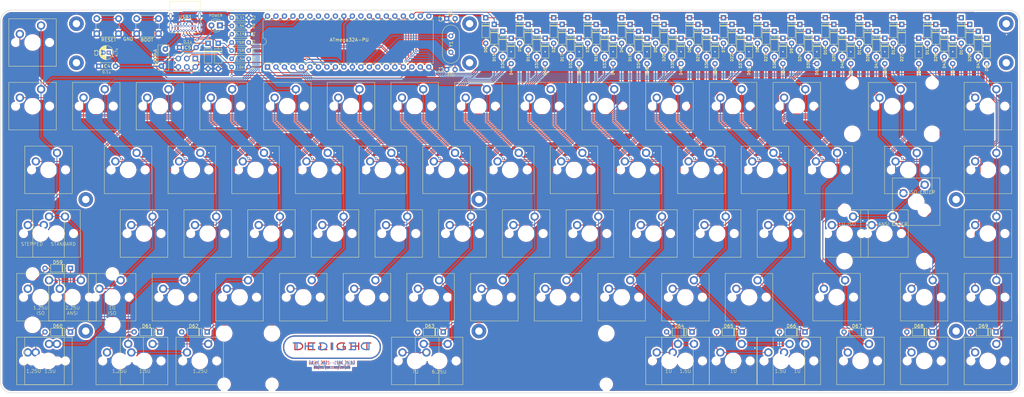
<source format=kicad_pcb>
(kicad_pcb (version 20171130) (host pcbnew "(5.1.10)-1")
  (layers (0 F.Cu signal) (31 B.Cu signal) (34 B.Paste user hide) (35 F.Paste user hide) (36 B.SilkS user hide) (37 F.SilkS user) (38 B.Mask user) (39 F.Mask user) (44 Edge.Cuts user))
  (net 0 "")
  (net 1 GND)
  (net 2 VCC)
  (net 3 row0)
  (net 4 "Net-(D1-Pad2)")
  (net 5 "Net-(D2-Pad2)")
  (net 6 "Net-(D3-Pad2)")
  (net 7 "Net-(D4-Pad2)")
  (net 8 "Net-(D5-Pad2)")
  (net 9 "Net-(D6-Pad2)")
  (net 10 "Net-(D7-Pad2)")
  (net 11 "Net-(D8-Pad2)")
  (net 12 "Net-(D9-Pad2)")
  (net 13 "Net-(D10-Pad2)")
  (net 14 "Net-(D11-Pad2)")
  (net 15 "Net-(D12-Pad2)")
  (net 16 "Net-(D13-Pad2)")
  (net 17 "Net-(D14-Pad2)")
  (net 18 "Net-(D15-Pad2)")
  (net 19 row1)
  (net 20 "Net-(D16-Pad2)")
  (net 21 "Net-(D17-Pad2)")
  (net 22 "Net-(D18-Pad2)")
  (net 23 "Net-(D19-Pad2)")
  (net 24 "Net-(D20-Pad2)")
  (net 25 "Net-(D21-Pad2)")
  (net 26 "Net-(D22-Pad2)")
  (net 27 "Net-(D23-Pad2)")
  (net 28 "Net-(D24-Pad2)")
  (net 29 "Net-(D25-Pad2)")
  (net 30 "Net-(D26-Pad2)")
  (net 31 "Net-(D27-Pad2)")
  (net 32 "Net-(D28-Pad2)")
  (net 33 "Net-(D29-Pad2)")
  (net 34 "Net-(D30-Pad2)")
  (net 35 "Net-(D31-Pad2)")
  (net 36 row2)
  (net 37 "Net-(D32-Pad2)")
  (net 38 "Net-(D33-Pad2)")
  (net 39 "Net-(D34-Pad2)")
  (net 40 "Net-(D35-Pad2)")
  (net 41 "Net-(D36-Pad2)")
  (net 42 "Net-(D37-Pad2)")
  (net 43 "Net-(D38-Pad2)")
  (net 44 "Net-(D39-Pad2)")
  (net 45 "Net-(D40-Pad2)")
  (net 46 "Net-(D41-Pad2)")
  (net 47 "Net-(D42-Pad2)")
  (net 48 "Net-(D43-Pad2)")
  (net 49 "Net-(D44-Pad2)")
  (net 50 row3)
  (net 51 "Net-(D45-Pad2)")
  (net 52 "Net-(D46-Pad2)")
  (net 53 "Net-(D47-Pad2)")
  (net 54 "Net-(D48-Pad2)")
  (net 55 "Net-(D49-Pad2)")
  (net 56 "Net-(D50-Pad2)")
  (net 57 "Net-(D51-Pad2)")
  (net 58 "Net-(D52-Pad2)")
  (net 59 "Net-(D53-Pad2)")
  (net 60 "Net-(D54-Pad2)")
  (net 61 "Net-(D55-Pad2)")
  (net 62 "Net-(D56-Pad2)")
  (net 63 "Net-(D57-Pad2)")
  (net 64 "Net-(D58-Pad2)")
  (net 65 row4)
  (net 66 col0)
  (net 67 col1)
  (net 68 col2)
  (net 69 col3)
  (net 70 col4)
  (net 71 col5)
  (net 72 col6)
  (net 73 col7)
  (net 74 col8)
  (net 75 col9)
  (net 76 col10)
  (net 77 col11)
  (net 78 col12)
  (net 79 col13)
  (net 80 col14)
  (net 81 "Net-(R1-Pad2)")
  (net 82 "Net-(R2-Pad1)")
  (net 83 "Net-(USB1-PadB8)")
  (net 84 "Net-(USB1-PadA8)")
  (net 85 reset)
  (net 86 +5V)
  (net 87 "Net-(U1-Pad29)")
  (net 88 "Net-(U1-Pad32)")
  (net 89 "Net-(U1-Pad33)")
  (net 90 "Net-(U1-Pad14)")
  (net 91 "Net-(U1-Pad34)")
  (net 92 "Net-(U1-Pad35)")
  (net 93 D+)
  (net 94 D-)
  (net 95 "Net-(C1-Pad1)")
  (net 96 "Net-(C2-Pad1)")
  (net 97 "Net-(D70-Pad1)")
  (net 98 MOSI)
  (net 99 SCK)
  (net 100 MISO)
  (net 101 "Net-(LED1-Pad1)")
  (net 102 boot)
  (net 103 "Net-(U1-Pad15)")
  (net 104 "Net-(D0-Pad2)")
  (net 105 "Net-(D71-Pad1)")
  (net 106 "Net-(D59-Pad2)")
  (net 107 "Net-(D60-Pad2)")
  (net 108 "Net-(D61-Pad2)")
  (net 109 "Net-(D62-Pad2)")
  (net 110 "Net-(D63-Pad2)")
  (net 111 "Net-(D64-Pad2)")
  (net 112 "Net-(D65-Pad2)")
  (net 113 "Net-(D66-Pad2)")
  (net 114 "Net-(D67-Pad2)")
  (net 115 "Net-(D68-Pad2)")
  (net 116 "Net-(D69-Pad2)")
  (module Mounting_Keyboard_Stabilizer:Stabilizer_Cherry_MX_2u (layer F.Cu) (at 86.18 163.35)
    (fp_text reference ST59 hide)
    (fp_text value Stabilizer_Cherry_MX_2u hide)
    (pad ~ np_thru_hole circle (at 11.938 -6.985) (size 3.048 3.048) (drill 3.048) (layers *.Cu *.Mask))
    (pad ~ np_thru_hole circle (at -11.938 -6.985) (size 3.048 3.048) (drill 3.048) (layers *.Cu *.Mask))
    (pad ~ np_thru_hole circle (at 11.938 8.255) (size 3.9878 3.9878) (drill 3.9878) (layers *.Cu *.Mask))
    (pad ~ np_thru_hole circle (at -11.938 8.255) (size 3.9878 3.9878) (drill 3.9878) (layers *.Cu *.Mask))
  )
  (module Mounting_Keyboard_Stabilizer:Stabilizer_Cherry_MX_2u (layer F.Cu) (at 329.06 144.31)
    (fp_text reference ST42 hide)
    (fp_text value Stabilizer_Cherry_MX_2u)
    (pad ~ np_thru_hole circle (at 11.938 -6.985) (size 3.048 3.048) (drill 3.048) (layers *.Cu *.Mask))
    (pad ~ np_thru_hole circle (at -11.938 -6.985) (size 3.048 3.048) (drill 3.048) (layers *.Cu *.Mask))
    (pad ~ np_thru_hole circle (at 11.938 8.255) (size 3.9878 3.9878) (drill 3.9878) (layers *.Cu *.Mask))
    (pad ~ np_thru_hole circle (at -11.938 8.255) (size 3.9878 3.9878) (drill 3.9878) (layers *.Cu *.Mask))
  )
  (module Mounting_Keyboard_Stabilizer:Stabilizer_Cherry_MX_2u (layer F.Cu) (at 331.39 106.21)
    (fp_text reference ST13 hide)
    (fp_text value Stabilizer_Cherry_MX_2u)
    (pad ~ np_thru_hole circle (at 11.938 -6.985) (size 3.048 3.048) (drill 3.048) (layers *.Cu *.Mask))
    (pad ~ np_thru_hole circle (at -11.938 -6.985) (size 3.048 3.048) (drill 3.048) (layers *.Cu *.Mask))
    (pad ~ np_thru_hole circle (at 11.938 8.255) (size 3.9878 3.9878) (drill 3.9878) (layers *.Cu *.Mask))
    (pad ~ np_thru_hole circle (at -11.938 8.255) (size 3.9878 3.9878) (drill 3.9878) (layers *.Cu *.Mask))
  )
  (module Mounting_Keyboard_Stabilizer:Stabilizer_Cherry_MX_6.25u (layer F.Cu) (at 195.872 182.4 180)
    (fp_text reference ST63)
    (fp_text value 6.25U (at 0 -3.26236) (layer F.SilkS) (effects (font (thickness 0.1))))
    (pad ~ np_thru_hole circle (at 50 8.255 180) (size 3.9878 3.9878) (drill 3.9878) (layers *.Cu *.Mask))
    (pad ~ np_thru_hole circle (at -50 8.255 180) (size 3.9878 3.9878) (drill 3.9878) (layers *.Cu *.Mask))
    (pad ~ np_thru_hole circle (at 50 -6.985 180) (size 3.048 3.048) (drill 3.048) (layers *.Cu *.Mask))
    (pad ~ np_thru_hole circle (at -50 -6.985 180) (size 3.048 3.048) (drill 3.048) (layers *.Cu *.Mask))
  )
  (module Mounting_Keyboard_Stabilizer:Stabilizer_Cherry_MX_7u (layer F.Cu) (at 188.722 182.4 180)
    (fp_text reference ST63-2)
    (fp_text value 7U (at 0 -3.234) (layer F.SilkS) (effects (font (thickness 0.1))))
    (pad ~ np_thru_hole circle (at -57.15 -6.985 180) (size 3.048 3.048) (drill 3.048) (layers *.Cu *.Mask))
    (pad ~ np_thru_hole circle (at 57.15 8.255 180) (size 3.9878 3.9878) (drill 3.9878) (layers *.Cu *.Mask))
    (pad ~ np_thru_hole circle (at 57.15 -6.985 180) (size 3.048 3.048) (drill 3.048) (layers *.Cu *.Mask))
    (pad ~ np_thru_hole circle (at -57.15 8.255 180) (size 3.9878 3.9878) (drill 3.9878) (layers *.Cu *.Mask))
  )
  (module Switch_Keyboard_Cherry:SW_Cherry_MX_PCB_1.50u (layer F.Cu) (at 298.15 182.4)
    (fp_text reference SW65-2 hide)
    (fp_text value KEYSW hide)
    (pad "" np_thru_hole circle (at 5.08 0) (size 1.75 1.75) (drill 1.75) (layers *.Cu *.Mask))
    (pad "" np_thru_hole circle (at -5.08 0) (size 1.75 1.75) (drill 1.75) (layers *.Cu *.Mask))
    (pad "" np_thru_hole circle (at 0 0) (size 4 4) (drill 4) (layers *.Cu *.Mask))
    (pad 2 thru_hole circle (at 2.54 -5.08) (size 2.5 2.5) (drill 1.5) (layers *.Cu B.Mask) (net 76 col10))
    (pad 1 thru_hole circle (at -3.81 -2.54) (size 2.5 2.5) (drill 1.5) (layers *.Cu B.Mask) (net 112 "Net-(D65-Pad2)"))
  )
  (module Switch_Keyboard_Cherry:SW_Cherry_MX_PCB_1.50u (layer F.Cu) (at 269.57 182.4)
    (fp_text reference SW64-2 hide)
    (fp_text value KEYSW hide)
    (pad "" np_thru_hole circle (at 5.08 0) (size 1.75 1.75) (drill 1.75) (layers *.Cu *.Mask))
    (pad "" np_thru_hole circle (at -5.08 0) (size 1.75 1.75) (drill 1.75) (layers *.Cu *.Mask))
    (pad "" np_thru_hole circle (at 0 0) (size 4 4) (drill 4) (layers *.Cu *.Mask))
    (pad 2 thru_hole circle (at 2.54 -5.08) (size 2.5 2.5) (drill 1.5) (layers *.Cu B.Mask) (net 75 col9))
    (pad 1 thru_hole circle (at -3.81 -2.54) (size 2.5 2.5) (drill 1.5) (layers *.Cu B.Mask) (net 111 "Net-(D64-Pad2)"))
  )
  (module Switch_Keyboard_Cherry:SW_Cherry_MX_PCB_7.00u (layer F.Cu) (at 188.722 182.4)
    (fp_text reference SW63-2 hide)
    (fp_text value KEYSW hide)
    (pad "" np_thru_hole circle (at 5.08 0) (size 1.75 1.75) (drill 1.75) (layers *.Cu *.Mask))
    (pad "" np_thru_hole circle (at -5.08 0) (size 1.75 1.75) (drill 1.75) (layers *.Cu *.Mask))
    (pad "" np_thru_hole circle (at 0 0) (size 4 4) (drill 4) (layers *.Cu *.Mask))
    (pad 2 thru_hole circle (at 2.54 -5.08) (size 2.5 2.5) (drill 1.5) (layers *.Cu B.Mask) (net 72 col6))
    (pad 1 thru_hole circle (at -3.81 -2.54) (size 2.5 2.5) (drill 1.5) (layers *.Cu B.Mask) (net 110 "Net-(D63-Pad2)"))
  )
  (module Switch_Keyboard_Cherry:SW_Cherry_MX_PCB_1.50u (layer F.Cu) (at 107.62 182.4)
    (fp_text reference SW62-2 hide)
    (fp_text value KEYSW hide)
    (pad "" np_thru_hole circle (at 5.08 0) (size 1.75 1.75) (drill 1.75) (layers *.Cu *.Mask))
    (pad "" np_thru_hole circle (at -5.08 0) (size 1.75 1.75) (drill 1.75) (layers *.Cu *.Mask))
    (pad "" np_thru_hole circle (at 0 0) (size 4 4) (drill 4) (layers *.Cu *.Mask))
    (pad 2 thru_hole circle (at 2.54 -5.08) (size 2.5 2.5) (drill 1.5) (layers *.Cu B.Mask) (net 69 col3))
    (pad 1 thru_hole circle (at -3.81 -2.54) (size 2.5 2.5) (drill 1.5) (layers *.Cu B.Mask) (net 109 "Net-(D62-Pad2)"))
  )
  (module Switch_Keyboard_Cherry:SW_Cherry_MX_PCB_1.50u (layer F.Cu) (at 78.994 182.4)
    (fp_text reference SW60-2 hide)
    (fp_text value KEYSW hide)
    (pad "" np_thru_hole circle (at 5.08 0) (size 1.75 1.75) (drill 1.75) (layers *.Cu *.Mask))
    (pad "" np_thru_hole circle (at -5.08 0) (size 1.75 1.75) (drill 1.75) (layers *.Cu *.Mask))
    (pad "" np_thru_hole circle (at 0 0) (size 4 4) (drill 4) (layers *.Cu *.Mask))
    (pad 2 thru_hole circle (at 2.54 -5.08) (size 2.5 2.5) (drill 1.5) (layers *.Cu B.Mask) (net 67 col1))
    (pad 1 thru_hole circle (at -3.81 -2.54) (size 2.5 2.5) (drill 1.5) (layers *.Cu B.Mask) (net 107 "Net-(D60-Pad2)"))
  )
  (module Switch_Keyboard_Cherry:SW_Cherry_MX_PCB_1.25u (layer F.Cu) (at 76.638 163.35)
    (fp_text reference SW59-2 hide)
    (fp_text value KEYSW hide)
    (pad "" np_thru_hole circle (at 5.08 0) (size 1.75 1.75) (drill 1.75) (layers *.Cu *.Mask))
    (pad "" np_thru_hole circle (at -5.08 0) (size 1.75 1.75) (drill 1.75) (layers *.Cu *.Mask))
    (pad "" np_thru_hole circle (at 0 0) (size 4 4) (drill 4) (layers *.Cu *.Mask))
    (pad 2 thru_hole circle (at 2.54 -5.08) (size 2.5 2.5) (drill 1.5) (layers *.Cu B.Mask) (net 66 col0))
    (pad 1 thru_hole circle (at -3.81 -2.54) (size 2.5 2.5) (drill 1.5) (layers *.Cu B.Mask) (net 106 "Net-(D59-Pad2)"))
  )
  (module Switch_Keyboard_Cherry:SW_Cherry_MX_PCB_1.25u (layer F.Cu) (at 76.638 144.3)
    (fp_text reference SW44-2 hide)
    (fp_text value KEYSW hide)
    (pad "" np_thru_hole circle (at 5.08 0) (size 1.75 1.75) (drill 1.75) (layers *.Cu *.Mask))
    (pad "" np_thru_hole circle (at -5.08 0) (size 1.75 1.75) (drill 1.75) (layers *.Cu *.Mask))
    (pad "" np_thru_hole circle (at 0 0) (size 4 4) (drill 4) (layers *.Cu *.Mask))
    (pad 2 thru_hole circle (at 2.54 -5.08) (size 2.5 2.5) (drill 1.5) (layers *.Cu B.Mask) (net 66 col0))
    (pad 1 thru_hole circle (at -3.81 -2.54) (size 2.5 2.5) (drill 1.5) (layers *.Cu B.Mask) (net 49 "Net-(D44-Pad2)"))
  )
  (module Switch_Keyboard_Cherry:SW_Cherry_MX_PCB_1.00u (layer F.Cu) (at 317.15075 144.30375)
    (fp_text reference SW42-2 hide)
    (fp_text value KEYSW hide)
    (pad "" np_thru_hole circle (at 5.08 0) (size 1.75 1.75) (drill 1.75) (layers *.Cu *.Mask))
    (pad "" np_thru_hole circle (at -5.08 0) (size 1.75 1.75) (drill 1.75) (layers *.Cu *.Mask))
    (pad "" np_thru_hole circle (at 0 0) (size 4 4) (drill 4) (layers *.Cu *.Mask))
    (pad 2 thru_hole circle (at 2.54 -5.08) (size 2.5 2.5) (drill 1.5) (layers *.Cu B.Mask) (net 79 col13))
    (pad 1 thru_hole circle (at -3.81 -2.54) (size 2.5 2.5) (drill 1.5) (layers *.Cu B.Mask) (net 47 "Net-(D42-Pad2)"))
  )
  (module Switch_Keyboard_Cherry:SW_Cherry_MX_Plate_ISOEnter (layer F.Cu) (at 338.57 134.78)
    (fp_text reference SW28-2 hide)
    (fp_text value KEYSW hide)
    (pad "" np_thru_hole circle (at 0 0) (size 4 4) (drill 4) (layers *.Cu *.Mask))
    (pad 2 thru_hole circle (at 2.54 -5.08) (size 2.5 2.5) (drill 1.5) (layers *.Cu B.Mask) (net 79 col13))
    (pad 1 thru_hole circle (at -3.81 -2.54) (size 2.5 2.5) (drill 1.5) (layers *.Cu B.Mask) (net 32 "Net-(D28-Pad2)"))
  )
  (module Switch_Keyboard_Cherry:SW_Cherry_MX_PCB_1.00u (layer F.Cu) (at 360.01325 182.4)
    (fp_text reference SW69 hide)
    (fp_text value KEYSW hide)
    (pad "" np_thru_hole circle (at 5.08 0) (size 1.75 1.75) (drill 1.75) (layers *.Cu *.Mask))
    (pad "" np_thru_hole circle (at -5.08 0) (size 1.75 1.75) (drill 1.75) (layers *.Cu *.Mask))
    (pad "" np_thru_hole circle (at 0 0) (size 4 4) (drill 4) (layers *.Cu *.Mask))
    (pad 2 thru_hole circle (at 2.54 -5.08) (size 2.5 2.5) (drill 1.5) (layers *.Cu B.Mask) (net 80 col14))
    (pad 1 thru_hole circle (at -3.81 -2.54) (size 2.5 2.5) (drill 1.5) (layers *.Cu B.Mask) (net 116 "Net-(D69-Pad2)"))
  )
  (module Switch_Keyboard_Cherry:SW_Cherry_MX_PCB_1.00u (layer F.Cu) (at 340.96325 182.4)
    (fp_text reference SW68 hide)
    (fp_text value KEYSW hide)
    (pad "" np_thru_hole circle (at 5.08 0) (size 1.75 1.75) (drill 1.75) (layers *.Cu *.Mask))
    (pad "" np_thru_hole circle (at -5.08 0) (size 1.75 1.75) (drill 1.75) (layers *.Cu *.Mask))
    (pad "" np_thru_hole circle (at 0 0) (size 4 4) (drill 4) (layers *.Cu *.Mask))
    (pad 2 thru_hole circle (at 2.54 -5.08) (size 2.5 2.5) (drill 1.5) (layers *.Cu B.Mask) (net 79 col13))
    (pad 1 thru_hole circle (at -3.81 -2.54) (size 2.5 2.5) (drill 1.5) (layers *.Cu B.Mask) (net 115 "Net-(D68-Pad2)"))
  )
  (module Switch_Keyboard_Cherry:SW_Cherry_MX_PCB_1.00u (layer F.Cu) (at 321.91325 182.4)
    (fp_text reference SW67 hide)
    (fp_text value KEYSW hide)
    (pad "" np_thru_hole circle (at 5.08 0) (size 1.75 1.75) (drill 1.75) (layers *.Cu *.Mask))
    (pad "" np_thru_hole circle (at -5.08 0) (size 1.75 1.75) (drill 1.75) (layers *.Cu *.Mask))
    (pad "" np_thru_hole circle (at 0 0) (size 4 4) (drill 4) (layers *.Cu *.Mask))
    (pad 2 thru_hole circle (at 2.54 -5.08) (size 2.5 2.5) (drill 1.5) (layers *.Cu B.Mask) (net 78 col12))
    (pad 1 thru_hole circle (at -3.81 -2.54) (size 2.5 2.5) (drill 1.5) (layers *.Cu B.Mask) (net 114 "Net-(D67-Pad2)"))
  )
  (module Switch_Keyboard_Cherry:SW_Cherry_MX_PCB_1.00u (layer F.Cu) (at 302.863528 182.4)
    (fp_text reference SW66 hide)
    (fp_text value KEYSW hide)
    (pad "" np_thru_hole circle (at 5.08 0) (size 1.75 1.75) (drill 1.75) (layers *.Cu *.Mask))
    (pad "" np_thru_hole circle (at -5.08 0) (size 1.75 1.75) (drill 1.75) (layers *.Cu *.Mask))
    (pad "" np_thru_hole circle (at 0 0) (size 4 4) (drill 4) (layers *.Cu *.Mask))
    (pad 2 thru_hole circle (at 2.54 -5.08) (size 2.5 2.5) (drill 1.5) (layers *.Cu B.Mask) (net 77 col11))
    (pad 1 thru_hole circle (at -3.81 -2.54) (size 2.5 2.5) (drill 1.5) (layers *.Cu B.Mask) (net 113 "Net-(D66-Pad2)"))
  )
  (module Switch_Keyboard_Cherry:SW_Cherry_MX_PCB_1.00u (layer F.Cu) (at 283.81 182.4)
    (fp_text reference SW65 hide)
    (fp_text value KEYSW hide)
    (pad "" np_thru_hole circle (at 5.08 0) (size 1.75 1.75) (drill 1.75) (layers *.Cu *.Mask))
    (pad "" np_thru_hole circle (at -5.08 0) (size 1.75 1.75) (drill 1.75) (layers *.Cu *.Mask))
    (pad "" np_thru_hole circle (at 0 0) (size 4 4) (drill 4) (layers *.Cu *.Mask))
    (pad 2 thru_hole circle (at 2.54 -5.08) (size 2.5 2.5) (drill 1.5) (layers *.Cu B.Mask) (net 76 col10))
    (pad 1 thru_hole circle (at -3.81 -2.54) (size 2.5 2.5) (drill 1.5) (layers *.Cu B.Mask) (net 112 "Net-(D65-Pad2)"))
  )
  (module Switch_Keyboard_Cherry:SW_Cherry_MX_PCB_1.00u (layer F.Cu) (at 264.76 182.4)
    (fp_text reference SW64 hide)
    (fp_text value KEYSW hide)
    (pad "" np_thru_hole circle (at 5.08 0) (size 1.75 1.75) (drill 1.75) (layers *.Cu *.Mask))
    (pad "" np_thru_hole circle (at -5.08 0) (size 1.75 1.75) (drill 1.75) (layers *.Cu *.Mask))
    (pad "" np_thru_hole circle (at 0 0) (size 4 4) (drill 4) (layers *.Cu *.Mask))
    (pad 2 thru_hole circle (at 2.54 -5.08) (size 2.5 2.5) (drill 1.5) (layers *.Cu B.Mask) (net 75 col9))
    (pad 1 thru_hole circle (at -3.81 -2.54) (size 2.5 2.5) (drill 1.5) (layers *.Cu B.Mask) (net 111 "Net-(D64-Pad2)"))
  )
  (module Switch_Keyboard_Cherry:SW_Cherry_MX_PCB_6.25u (layer F.Cu) (at 195.872 182.4)
    (fp_text reference SW63 hide)
    (fp_text value KEYSW hide)
    (pad "" np_thru_hole circle (at 5.08 0) (size 1.75 1.75) (drill 1.75) (layers *.Cu *.Mask))
    (pad "" np_thru_hole circle (at -5.08 0) (size 1.75 1.75) (drill 1.75) (layers *.Cu *.Mask))
    (pad "" np_thru_hole circle (at 0 0) (size 4 4) (drill 4) (layers *.Cu *.Mask))
    (pad 2 thru_hole circle (at 2.54 -5.08) (size 2.5 2.5) (drill 1.5) (layers *.Cu B.Mask) (net 72 col6))
    (pad 1 thru_hole circle (at -3.81 -2.54) (size 2.5 2.5) (drill 1.5) (layers *.Cu B.Mask) (net 110 "Net-(D63-Pad2)"))
  )
  (module Switch_Keyboard_Cherry:SW_Cherry_MX_PCB_1.25u (layer F.Cu) (at 124.26 182.4)
    (fp_text reference SW62 hide)
    (fp_text value KEYSW hide)
    (pad "" np_thru_hole circle (at 5.08 0) (size 1.75 1.75) (drill 1.75) (layers *.Cu *.Mask))
    (pad "" np_thru_hole circle (at -5.08 0) (size 1.75 1.75) (drill 1.75) (layers *.Cu *.Mask))
    (pad "" np_thru_hole circle (at 0 0) (size 4 4) (drill 4) (layers *.Cu *.Mask))
    (pad 2 thru_hole circle (at 2.54 -5.08) (size 2.5 2.5) (drill 1.5) (layers *.Cu B.Mask) (net 69 col3))
    (pad 1 thru_hole circle (at -3.81 -2.54) (size 2.5 2.5) (drill 1.5) (layers *.Cu B.Mask) (net 109 "Net-(D62-Pad2)"))
  )
  (module Switch_Keyboard_Cherry:SW_Cherry_MX_PCB_1.25u (layer F.Cu) (at 100.33 182.4)
    (fp_text reference SW61 hide)
    (fp_text value KEYSW hide)
    (pad "" np_thru_hole circle (at 5.08 0) (size 1.75 1.75) (drill 1.75) (layers *.Cu *.Mask))
    (pad "" np_thru_hole circle (at -5.08 0) (size 1.75 1.75) (drill 1.75) (layers *.Cu *.Mask))
    (pad "" np_thru_hole circle (at 0 0) (size 4 4) (drill 4) (layers *.Cu *.Mask))
    (pad 2 thru_hole circle (at 2.54 -5.08) (size 2.5 2.5) (drill 1.5) (layers *.Cu B.Mask) (net 68 col2))
    (pad 1 thru_hole circle (at -3.81 -2.54) (size 2.5 2.5) (drill 1.5) (layers *.Cu B.Mask) (net 108 "Net-(D61-Pad2)"))
  )
  (module Switch_Keyboard_Cherry:SW_Cherry_MX_PCB_1.25u (layer F.Cu) (at 76.64 182.4)
    (fp_text reference SW60 hide)
    (fp_text value KEYSW hide)
    (pad "" np_thru_hole circle (at 5.08 0) (size 1.75 1.75) (drill 1.75) (layers *.Cu *.Mask))
    (pad "" np_thru_hole circle (at -5.08 0) (size 1.75 1.75) (drill 1.75) (layers *.Cu *.Mask))
    (pad "" np_thru_hole circle (at 0 0) (size 4 4) (drill 4) (layers *.Cu *.Mask))
    (pad 2 thru_hole circle (at 2.54 -5.08) (size 2.5 2.5) (drill 1.5) (layers *.Cu B.Mask) (net 67 col1))
    (pad 1 thru_hole circle (at -3.81 -2.54) (size 2.5 2.5) (drill 1.5) (layers *.Cu B.Mask) (net 107 "Net-(D60-Pad2)"))
  )
  (module Switch_Keyboard_Cherry:SW_Cherry_MX_PCB_2.25u (layer F.Cu) (at 86.18 163.35)
    (fp_text reference SW59 hide)
    (fp_text value KEYSW hide)
    (pad "" np_thru_hole circle (at 5.08 0) (size 1.75 1.75) (drill 1.75) (layers *.Cu *.Mask))
    (pad "" np_thru_hole circle (at -5.08 0) (size 1.75 1.75) (drill 1.75) (layers *.Cu *.Mask))
    (pad "" np_thru_hole circle (at 0 0) (size 4 4) (drill 4) (layers *.Cu *.Mask))
    (pad 2 thru_hole circle (at 2.54 -5.08) (size 2.5 2.5) (drill 1.5) (layers *.Cu B.Mask) (net 66 col0))
    (pad 1 thru_hole circle (at -3.81 -2.54) (size 2.5 2.5) (drill 1.5) (layers *.Cu B.Mask) (net 106 "Net-(D59-Pad2)"))
  )
  (module Switch_Keyboard_Cherry:SW_Cherry_MX_PCB_1.00u (layer F.Cu) (at 360.01325 163.35375)
    (fp_text reference SW58 hide)
    (fp_text value KEYSW hide)
    (pad "" np_thru_hole circle (at 5.08 0) (size 1.75 1.75) (drill 1.75) (layers *.Cu *.Mask))
    (pad "" np_thru_hole circle (at -5.08 0) (size 1.75 1.75) (drill 1.75) (layers *.Cu *.Mask))
    (pad "" np_thru_hole circle (at 0 0) (size 4 4) (drill 4) (layers *.Cu *.Mask))
    (pad 2 thru_hole circle (at 2.54 -5.08) (size 2.5 2.5) (drill 1.5) (layers *.Cu B.Mask) (net 80 col14))
    (pad 1 thru_hole circle (at -3.81 -2.54) (size 2.5 2.5) (drill 1.5) (layers *.Cu B.Mask) (net 64 "Net-(D58-Pad2)"))
  )
  (module Switch_Keyboard_Cherry:SW_Cherry_MX_PCB_1.00u (layer F.Cu) (at 340.96325 163.35375)
    (fp_text reference SW57 hide)
    (fp_text value KEYSW hide)
    (pad "" np_thru_hole circle (at 5.08 0) (size 1.75 1.75) (drill 1.75) (layers *.Cu *.Mask))
    (pad "" np_thru_hole circle (at -5.08 0) (size 1.75 1.75) (drill 1.75) (layers *.Cu *.Mask))
    (pad "" np_thru_hole circle (at 0 0) (size 4 4) (drill 4) (layers *.Cu *.Mask))
    (pad 2 thru_hole circle (at 2.54 -5.08) (size 2.5 2.5) (drill 1.5) (layers *.Cu B.Mask) (net 79 col13))
    (pad 1 thru_hole circle (at -3.81 -2.54) (size 2.5 2.5) (drill 1.5) (layers *.Cu B.Mask) (net 63 "Net-(D57-Pad2)"))
  )
  (module Switch_Keyboard_Cherry:SW_Cherry_MX_PCB_1.75u (layer F.Cu) (at 314.77 163.33)
    (fp_text reference SW56 hide)
    (fp_text value KEYSW hide)
    (pad "" np_thru_hole circle (at 5.08 0) (size 1.75 1.75) (drill 1.75) (layers *.Cu *.Mask))
    (pad "" np_thru_hole circle (at -5.08 0) (size 1.75 1.75) (drill 1.75) (layers *.Cu *.Mask))
    (pad "" np_thru_hole circle (at 0 0) (size 4 4) (drill 4) (layers *.Cu *.Mask))
    (pad 2 thru_hole circle (at 2.54 -5.08) (size 2.5 2.5) (drill 1.5) (layers *.Cu B.Mask) (net 78 col12))
    (pad 1 thru_hole circle (at -3.81 -2.54) (size 2.5 2.5) (drill 1.5) (layers *.Cu B.Mask) (net 62 "Net-(D56-Pad2)"))
  )
  (module Switch_Keyboard_Cherry:SW_Cherry_MX_PCB_1.00u (layer F.Cu) (at 288.57625 163.35375)
    (fp_text reference SW55 hide)
    (fp_text value KEYSW hide)
    (pad "" np_thru_hole circle (at 5.08 0) (size 1.75 1.75) (drill 1.75) (layers *.Cu *.Mask))
    (pad "" np_thru_hole circle (at -5.08 0) (size 1.75 1.75) (drill 1.75) (layers *.Cu *.Mask))
    (pad "" np_thru_hole circle (at 0 0) (size 4 4) (drill 4) (layers *.Cu *.Mask))
    (pad 2 thru_hole circle (at 2.54 -5.08) (size 2.5 2.5) (drill 1.5) (layers *.Cu B.Mask) (net 77 col11))
    (pad 1 thru_hole circle (at -3.81 -2.54) (size 2.5 2.5) (drill 1.5) (layers *.Cu B.Mask) (net 61 "Net-(D55-Pad2)"))
  )
  (module Switch_Keyboard_Cherry:SW_Cherry_MX_PCB_1.00u (layer F.Cu) (at 269.52625 163.35375)
    (fp_text reference SW54 hide)
    (fp_text value KEYSW hide)
    (pad "" np_thru_hole circle (at 5.08 0) (size 1.75 1.75) (drill 1.75) (layers *.Cu *.Mask))
    (pad "" np_thru_hole circle (at -5.08 0) (size 1.75 1.75) (drill 1.75) (layers *.Cu *.Mask))
    (pad "" np_thru_hole circle (at 0 0) (size 4 4) (drill 4) (layers *.Cu *.Mask))
    (pad 2 thru_hole circle (at 2.54 -5.08) (size 2.5 2.5) (drill 1.5) (layers *.Cu B.Mask) (net 76 col10))
    (pad 1 thru_hole circle (at -3.81 -2.54) (size 2.5 2.5) (drill 1.5) (layers *.Cu B.Mask) (net 60 "Net-(D54-Pad2)"))
  )
  (module Switch_Keyboard_Cherry:SW_Cherry_MX_PCB_1.00u (layer F.Cu) (at 250.47625 163.35375)
    (fp_text reference SW53 hide)
    (fp_text value KEYSW hide)
    (pad "" np_thru_hole circle (at 5.08 0) (size 1.75 1.75) (drill 1.75) (layers *.Cu *.Mask))
    (pad "" np_thru_hole circle (at -5.08 0) (size 1.75 1.75) (drill 1.75) (layers *.Cu *.Mask))
    (pad "" np_thru_hole circle (at 0 0) (size 4 4) (drill 4) (layers *.Cu *.Mask))
    (pad 2 thru_hole circle (at 2.54 -5.08) (size 2.5 2.5) (drill 1.5) (layers *.Cu B.Mask) (net 75 col9))
    (pad 1 thru_hole circle (at -3.81 -2.54) (size 2.5 2.5) (drill 1.5) (layers *.Cu B.Mask) (net 59 "Net-(D53-Pad2)"))
  )
  (module Switch_Keyboard_Cherry:SW_Cherry_MX_PCB_1.00u (layer F.Cu) (at 231.42625 163.35375)
    (fp_text reference SW52 hide)
    (fp_text value KEYSW hide)
    (pad "" np_thru_hole circle (at 5.08 0) (size 1.75 1.75) (drill 1.75) (layers *.Cu *.Mask))
    (pad "" np_thru_hole circle (at -5.08 0) (size 1.75 1.75) (drill 1.75) (layers *.Cu *.Mask))
    (pad "" np_thru_hole circle (at 0 0) (size 4 4) (drill 4) (layers *.Cu *.Mask))
    (pad 2 thru_hole circle (at 2.54 -5.08) (size 2.5 2.5) (drill 1.5) (layers *.Cu B.Mask) (net 74 col8))
    (pad 1 thru_hole circle (at -3.81 -2.54) (size 2.5 2.5) (drill 1.5) (layers *.Cu B.Mask) (net 58 "Net-(D52-Pad2)"))
  )
  (module Switch_Keyboard_Cherry:SW_Cherry_MX_PCB_1.00u (layer F.Cu) (at 212.37625 163.35375)
    (fp_text reference SW51 hide)
    (fp_text value KEYSW hide)
    (pad "" np_thru_hole circle (at 5.08 0) (size 1.75 1.75) (drill 1.75) (layers *.Cu *.Mask))
    (pad "" np_thru_hole circle (at -5.08 0) (size 1.75 1.75) (drill 1.75) (layers *.Cu *.Mask))
    (pad "" np_thru_hole circle (at 0 0) (size 4 4) (drill 4) (layers *.Cu *.Mask))
    (pad 2 thru_hole circle (at 2.54 -5.08) (size 2.5 2.5) (drill 1.5) (layers *.Cu B.Mask) (net 73 col7))
    (pad 1 thru_hole circle (at -3.81 -2.54) (size 2.5 2.5) (drill 1.5) (layers *.Cu B.Mask) (net 57 "Net-(D51-Pad2)"))
  )
  (module Switch_Keyboard_Cherry:SW_Cherry_MX_PCB_1.00u (layer F.Cu) (at 193.32625 163.35375)
    (fp_text reference SW50 hide)
    (fp_text value KEYSW hide)
    (pad "" np_thru_hole circle (at 5.08 0) (size 1.75 1.75) (drill 1.75) (layers *.Cu *.Mask))
    (pad "" np_thru_hole circle (at -5.08 0) (size 1.75 1.75) (drill 1.75) (layers *.Cu *.Mask))
    (pad "" np_thru_hole circle (at 0 0) (size 4 4) (drill 4) (layers *.Cu *.Mask))
    (pad 2 thru_hole circle (at 2.54 -5.08) (size 2.5 2.5) (drill 1.5) (layers *.Cu B.Mask) (net 72 col6))
    (pad 1 thru_hole circle (at -3.81 -2.54) (size 2.5 2.5) (drill 1.5) (layers *.Cu B.Mask) (net 56 "Net-(D50-Pad2)"))
  )
  (module Switch_Keyboard_Cherry:SW_Cherry_MX_PCB_1.00u (layer F.Cu) (at 174.27625 163.35375)
    (fp_text reference SW49 hide)
    (fp_text value KEYSW hide)
    (pad "" np_thru_hole circle (at 5.08 0) (size 1.75 1.75) (drill 1.75) (layers *.Cu *.Mask))
    (pad "" np_thru_hole circle (at -5.08 0) (size 1.75 1.75) (drill 1.75) (layers *.Cu *.Mask))
    (pad "" np_thru_hole circle (at 0 0) (size 4 4) (drill 4) (layers *.Cu *.Mask))
    (pad 2 thru_hole circle (at 2.54 -5.08) (size 2.5 2.5) (drill 1.5) (layers *.Cu B.Mask) (net 71 col5))
    (pad 1 thru_hole circle (at -3.81 -2.54) (size 2.5 2.5) (drill 1.5) (layers *.Cu B.Mask) (net 55 "Net-(D49-Pad2)"))
  )
  (module Switch_Keyboard_Cherry:SW_Cherry_MX_PCB_1.00u (layer F.Cu) (at 155.22575 163.35375)
    (fp_text reference SW48 hide)
    (fp_text value KEYSW hide)
    (pad "" np_thru_hole circle (at 5.08 0) (size 1.75 1.75) (drill 1.75) (layers *.Cu *.Mask))
    (pad "" np_thru_hole circle (at -5.08 0) (size 1.75 1.75) (drill 1.75) (layers *.Cu *.Mask))
    (pad "" np_thru_hole circle (at 0 0) (size 4 4) (drill 4) (layers *.Cu *.Mask))
    (pad 2 thru_hole circle (at 2.54 -5.08) (size 2.5 2.5) (drill 1.5) (layers *.Cu B.Mask) (net 70 col4))
    (pad 1 thru_hole circle (at -3.81 -2.54) (size 2.5 2.5) (drill 1.5) (layers *.Cu B.Mask) (net 54 "Net-(D48-Pad2)"))
  )
  (module Switch_Keyboard_Cherry:SW_Cherry_MX_PCB_1.00u (layer F.Cu) (at 136.17575 163.35375)
    (fp_text reference SW47 hide)
    (fp_text value KEYSW hide)
    (pad "" np_thru_hole circle (at 5.08 0) (size 1.75 1.75) (drill 1.75) (layers *.Cu *.Mask))
    (pad "" np_thru_hole circle (at -5.08 0) (size 1.75 1.75) (drill 1.75) (layers *.Cu *.Mask))
    (pad "" np_thru_hole circle (at 0 0) (size 4 4) (drill 4) (layers *.Cu *.Mask))
    (pad 2 thru_hole circle (at 2.54 -5.08) (size 2.5 2.5) (drill 1.5) (layers *.Cu B.Mask) (net 69 col3))
    (pad 1 thru_hole circle (at -3.81 -2.54) (size 2.5 2.5) (drill 1.5) (layers *.Cu B.Mask) (net 53 "Net-(D47-Pad2)"))
  )
  (module Switch_Keyboard_Cherry:SW_Cherry_MX_PCB_1.00u (layer F.Cu) (at 117.12575 163.35375)
    (fp_text reference SW46 hide)
    (fp_text value KEYSW hide)
    (pad "" np_thru_hole circle (at 5.08 0) (size 1.75 1.75) (drill 1.75) (layers *.Cu *.Mask))
    (pad "" np_thru_hole circle (at -5.08 0) (size 1.75 1.75) (drill 1.75) (layers *.Cu *.Mask))
    (pad "" np_thru_hole circle (at 0 0) (size 4 4) (drill 4) (layers *.Cu *.Mask))
    (pad 2 thru_hole circle (at 2.54 -5.08) (size 2.5 2.5) (drill 1.5) (layers *.Cu B.Mask) (net 68 col2))
    (pad 1 thru_hole circle (at -3.81 -2.54) (size 2.5 2.5) (drill 1.5) (layers *.Cu B.Mask) (net 52 "Net-(D46-Pad2)"))
  )
  (module Switch_Keyboard_Cherry:SW_Cherry_MX_PCB_1.00u (layer F.Cu) (at 98.07575 163.35)
    (fp_text reference SW45 hide)
    (fp_text value KEYSW hide)
    (pad "" np_thru_hole circle (at 5.08 0) (size 1.75 1.75) (drill 1.75) (layers *.Cu *.Mask))
    (pad "" np_thru_hole circle (at -5.08 0) (size 1.75 1.75) (drill 1.75) (layers *.Cu *.Mask))
    (pad "" np_thru_hole circle (at 0 0) (size 4 4) (drill 4) (layers *.Cu *.Mask))
    (pad 2 thru_hole circle (at 2.54 -5.08) (size 2.5 2.5) (drill 1.5) (layers *.Cu B.Mask) (net 67 col1))
    (pad 1 thru_hole circle (at -3.81 -2.54) (size 2.5 2.5) (drill 1.5) (layers *.Cu B.Mask) (net 51 "Net-(D45-Pad2)"))
  )
  (module Switch_Keyboard_Cherry:SW_Cherry_MX_PCB_1.75u (layer F.Cu) (at 81.43 144.3)
    (fp_text reference SW44 hide)
    (fp_text value KEYSW hide)
    (pad "" np_thru_hole circle (at 5.08 0) (size 1.75 1.75) (drill 1.75) (layers *.Cu *.Mask))
    (pad "" np_thru_hole circle (at -5.08 0) (size 1.75 1.75) (drill 1.75) (layers *.Cu *.Mask))
    (pad "" np_thru_hole circle (at 0 0) (size 4 4) (drill 4) (layers *.Cu *.Mask))
    (pad 2 thru_hole circle (at 2.54 -5.08) (size 2.5 2.5) (drill 1.5) (layers *.Cu B.Mask) (net 66 col0))
    (pad 1 thru_hole circle (at -3.81 -2.54) (size 2.5 2.5) (drill 1.5) (layers *.Cu B.Mask) (net 49 "Net-(D44-Pad2)"))
  )
  (module Switch_Keyboard_Cherry:SW_Cherry_MX_PCB_1.00u (layer F.Cu) (at 360.01325 144.30375)
    (fp_text reference SW43 hide)
    (fp_text value KEYSW hide)
    (pad "" np_thru_hole circle (at 5.08 0) (size 1.75 1.75) (drill 1.75) (layers *.Cu *.Mask))
    (pad "" np_thru_hole circle (at -5.08 0) (size 1.75 1.75) (drill 1.75) (layers *.Cu *.Mask))
    (pad "" np_thru_hole circle (at 0 0) (size 4 4) (drill 4) (layers *.Cu *.Mask))
    (pad 2 thru_hole circle (at 2.54 -5.08) (size 2.5 2.5) (drill 1.5) (layers *.Cu B.Mask) (net 80 col14))
    (pad 1 thru_hole circle (at -3.81 -2.54) (size 2.5 2.5) (drill 1.5) (layers *.Cu B.Mask) (net 48 "Net-(D43-Pad2)"))
  )
  (module Switch_Keyboard_Cherry:SW_Cherry_MX_PCB_2.25u (layer F.Cu) (at 329.06 144.31)
    (fp_text reference SW42 hide)
    (fp_text value KEYSW hide)
    (pad "" np_thru_hole circle (at 5.08 0) (size 1.75 1.75) (drill 1.75) (layers *.Cu *.Mask))
    (pad "" np_thru_hole circle (at -5.08 0) (size 1.75 1.75) (drill 1.75) (layers *.Cu *.Mask))
    (pad "" np_thru_hole circle (at 0 0) (size 4 4) (drill 4) (layers *.Cu *.Mask))
    (pad 2 thru_hole circle (at 2.54 -5.08) (size 2.5 2.5) (drill 1.5) (layers *.Cu B.Mask) (net 79 col13))
    (pad 1 thru_hole circle (at -3.81 -2.54) (size 2.5 2.5) (drill 1.5) (layers *.Cu B.Mask) (net 47 "Net-(D42-Pad2)"))
  )
  (module Switch_Keyboard_Cherry:SW_Cherry_MX_PCB_1.00u (layer F.Cu) (at 298.10025 144.30375)
    (fp_text reference SW41 hide)
    (fp_text value KEYSW hide)
    (pad "" np_thru_hole circle (at 5.08 0) (size 1.75 1.75) (drill 1.75) (layers *.Cu *.Mask))
    (pad "" np_thru_hole circle (at -5.08 0) (size 1.75 1.75) (drill 1.75) (layers *.Cu *.Mask))
    (pad "" np_thru_hole circle (at 0 0) (size 4 4) (drill 4) (layers *.Cu *.Mask))
    (pad 2 thru_hole circle (at 2.54 -5.08) (size 2.5 2.5) (drill 1.5) (layers *.Cu B.Mask) (net 77 col11))
    (pad 1 thru_hole circle (at -3.81 -2.54) (size 2.5 2.5) (drill 1.5) (layers *.Cu B.Mask) (net 46 "Net-(D41-Pad2)"))
  )
  (module Switch_Keyboard_Cherry:SW_Cherry_MX_PCB_1.00u (layer F.Cu) (at 279.05025 144.30375)
    (fp_text reference SW40 hide)
    (fp_text value KEYSW hide)
    (pad "" np_thru_hole circle (at 5.08 0) (size 1.75 1.75) (drill 1.75) (layers *.Cu *.Mask))
    (pad "" np_thru_hole circle (at -5.08 0) (size 1.75 1.75) (drill 1.75) (layers *.Cu *.Mask))
    (pad "" np_thru_hole circle (at 0 0) (size 4 4) (drill 4) (layers *.Cu *.Mask))
    (pad 2 thru_hole circle (at 2.54 -5.08) (size 2.5 2.5) (drill 1.5) (layers *.Cu B.Mask) (net 76 col10))
    (pad 1 thru_hole circle (at -3.81 -2.54) (size 2.5 2.5) (drill 1.5) (layers *.Cu B.Mask) (net 45 "Net-(D40-Pad2)"))
  )
  (module Switch_Keyboard_Cherry:SW_Cherry_MX_PCB_1.00u (layer F.Cu) (at 260.00025 144.30375)
    (fp_text reference SW39 hide)
    (fp_text value KEYSW hide)
    (pad "" np_thru_hole circle (at 5.08 0) (size 1.75 1.75) (drill 1.75) (layers *.Cu *.Mask))
    (pad "" np_thru_hole circle (at -5.08 0) (size 1.75 1.75) (drill 1.75) (layers *.Cu *.Mask))
    (pad "" np_thru_hole circle (at 0 0) (size 4 4) (drill 4) (layers *.Cu *.Mask))
    (pad 2 thru_hole circle (at 2.54 -5.08) (size 2.5 2.5) (drill 1.5) (layers *.Cu B.Mask) (net 75 col9))
    (pad 1 thru_hole circle (at -3.81 -2.54) (size 2.5 2.5) (drill 1.5) (layers *.Cu B.Mask) (net 44 "Net-(D39-Pad2)"))
  )
  (module Switch_Keyboard_Cherry:SW_Cherry_MX_PCB_1.00u (layer F.Cu) (at 240.95025 144.30375)
    (fp_text reference SW38 hide)
    (fp_text value KEYSW hide)
    (pad "" np_thru_hole circle (at 5.08 0) (size 1.75 1.75) (drill 1.75) (layers *.Cu *.Mask))
    (pad "" np_thru_hole circle (at -5.08 0) (size 1.75 1.75) (drill 1.75) (layers *.Cu *.Mask))
    (pad "" np_thru_hole circle (at 0 0) (size 4 4) (drill 4) (layers *.Cu *.Mask))
    (pad 2 thru_hole circle (at 2.54 -5.08) (size 2.5 2.5) (drill 1.5) (layers *.Cu B.Mask) (net 74 col8))
    (pad 1 thru_hole circle (at -3.81 -2.54) (size 2.5 2.5) (drill 1.5) (layers *.Cu B.Mask) (net 43 "Net-(D38-Pad2)"))
  )
  (module Switch_Keyboard_Cherry:SW_Cherry_MX_PCB_1.00u (layer F.Cu) (at 221.90025 144.30375)
    (fp_text reference SW37 hide)
    (fp_text value KEYSW hide)
    (pad "" np_thru_hole circle (at 5.08 0) (size 1.75 1.75) (drill 1.75) (layers *.Cu *.Mask))
    (pad "" np_thru_hole circle (at -5.08 0) (size 1.75 1.75) (drill 1.75) (layers *.Cu *.Mask))
    (pad "" np_thru_hole circle (at 0 0) (size 4 4) (drill 4) (layers *.Cu *.Mask))
    (pad 2 thru_hole circle (at 2.54 -5.08) (size 2.5 2.5) (drill 1.5) (layers *.Cu B.Mask) (net 73 col7))
    (pad 1 thru_hole circle (at -3.81 -2.54) (size 2.5 2.5) (drill 1.5) (layers *.Cu B.Mask) (net 42 "Net-(D37-Pad2)"))
  )
  (module Switch_Keyboard_Cherry:SW_Cherry_MX_PCB_1.00u (layer F.Cu) (at 202.85025 144.30375)
    (fp_text reference SW36 hide)
    (fp_text value KEYSW hide)
    (pad "" np_thru_hole circle (at 5.08 0) (size 1.75 1.75) (drill 1.75) (layers *.Cu *.Mask))
    (pad "" np_thru_hole circle (at -5.08 0) (size 1.75 1.75) (drill 1.75) (layers *.Cu *.Mask))
    (pad "" np_thru_hole circle (at 0 0) (size 4 4) (drill 4) (layers *.Cu *.Mask))
    (pad 2 thru_hole circle (at 2.54 -5.08) (size 2.5 2.5) (drill 1.5) (layers *.Cu B.Mask) (net 72 col6))
    (pad 1 thru_hole circle (at -3.81 -2.54) (size 2.5 2.5) (drill 1.5) (layers *.Cu B.Mask) (net 41 "Net-(D36-Pad2)"))
  )
  (module Switch_Keyboard_Cherry:SW_Cherry_MX_PCB_1.00u (layer F.Cu) (at 183.80025 144.30375)
    (fp_text reference SW35 hide)
    (fp_text value KEYSW hide)
    (pad "" np_thru_hole circle (at 5.08 0) (size 1.75 1.75) (drill 1.75) (layers *.Cu *.Mask))
    (pad "" np_thru_hole circle (at -5.08 0) (size 1.75 1.75) (drill 1.75) (layers *.Cu *.Mask))
    (pad "" np_thru_hole circle (at 0 0) (size 4 4) (drill 4) (layers *.Cu *.Mask))
    (pad 2 thru_hole circle (at 2.54 -5.08) (size 2.5 2.5) (drill 1.5) (layers *.Cu B.Mask) (net 71 col5))
    (pad 1 thru_hole circle (at -3.81 -2.54) (size 2.5 2.5) (drill 1.5) (layers *.Cu B.Mask) (net 40 "Net-(D35-Pad2)"))
  )
  (module Switch_Keyboard_Cherry:SW_Cherry_MX_PCB_1.00u (layer F.Cu) (at 164.75025 144.30375)
    (fp_text reference SW34 hide)
    (fp_text value KEYSW hide)
    (pad "" np_thru_hole circle (at 5.08 0) (size 1.75 1.75) (drill 1.75) (layers *.Cu *.Mask))
    (pad "" np_thru_hole circle (at -5.08 0) (size 1.75 1.75) (drill 1.75) (layers *.Cu *.Mask))
    (pad "" np_thru_hole circle (at 0 0) (size 4 4) (drill 4) (layers *.Cu *.Mask))
    (pad 2 thru_hole circle (at 2.54 -5.08) (size 2.5 2.5) (drill 1.5) (layers *.Cu B.Mask) (net 70 col4))
    (pad 1 thru_hole circle (at -3.81 -2.54) (size 2.5 2.5) (drill 1.5) (layers *.Cu B.Mask) (net 39 "Net-(D34-Pad2)"))
  )
  (module Switch_Keyboard_Cherry:SW_Cherry_MX_PCB_1.00u (layer F.Cu) (at 145.70075 144.30375)
    (fp_text reference SW33 hide)
    (fp_text value KEYSW hide)
    (pad "" np_thru_hole circle (at 5.08 0) (size 1.75 1.75) (drill 1.75) (layers *.Cu *.Mask))
    (pad "" np_thru_hole circle (at -5.08 0) (size 1.75 1.75) (drill 1.75) (layers *.Cu *.Mask))
    (pad "" np_thru_hole circle (at 0 0) (size 4 4) (drill 4) (layers *.Cu *.Mask))
    (pad 2 thru_hole circle (at 2.54 -5.08) (size 2.5 2.5) (drill 1.5) (layers *.Cu B.Mask) (net 69 col3))
    (pad 1 thru_hole circle (at -3.81 -2.54) (size 2.5 2.5) (drill 1.5) (layers *.Cu B.Mask) (net 38 "Net-(D33-Pad2)"))
  )
  (module Switch_Keyboard_Cherry:SW_Cherry_MX_PCB_1.00u (layer F.Cu) (at 126.65075 144.30375)
    (fp_text reference SW32 hide)
    (fp_text value KEYSW hide)
    (pad "" np_thru_hole circle (at 5.08 0) (size 1.75 1.75) (drill 1.75) (layers *.Cu *.Mask))
    (pad "" np_thru_hole circle (at -5.08 0) (size 1.75 1.75) (drill 1.75) (layers *.Cu *.Mask))
    (pad "" np_thru_hole circle (at 0 0) (size 4 4) (drill 4) (layers *.Cu *.Mask))
    (pad 2 thru_hole circle (at 2.54 -5.08) (size 2.5 2.5) (drill 1.5) (layers *.Cu B.Mask) (net 68 col2))
    (pad 1 thru_hole circle (at -3.81 -2.54) (size 2.5 2.5) (drill 1.5) (layers *.Cu B.Mask) (net 37 "Net-(D32-Pad2)"))
  )
  (module Switch_Keyboard_Cherry:SW_Cherry_MX_PCB_1.00u (layer F.Cu) (at 107.60075 144.30375)
    (fp_text reference SW31 hide)
    (fp_text value KEYSW hide)
    (pad "" np_thru_hole circle (at 5.08 0) (size 1.75 1.75) (drill 1.75) (layers *.Cu *.Mask))
    (pad "" np_thru_hole circle (at -5.08 0) (size 1.75 1.75) (drill 1.75) (layers *.Cu *.Mask))
    (pad "" np_thru_hole circle (at 0 0) (size 4 4) (drill 4) (layers *.Cu *.Mask))
    (pad 2 thru_hole circle (at 2.54 -5.08) (size 2.5 2.5) (drill 1.5) (layers *.Cu B.Mask) (net 67 col1))
    (pad 1 thru_hole circle (at -3.81 -2.54) (size 2.5 2.5) (drill 1.5) (layers *.Cu B.Mask) (net 35 "Net-(D31-Pad2)"))
  )
  (module Switch_Keyboard_Cherry:SW_Cherry_MX_PCB_1.50u (layer F.Cu) (at 79.04 125.25)
    (fp_text reference SW30 hide)
    (fp_text value KEYSW hide)
    (pad "" np_thru_hole circle (at 5.08 0) (size 1.75 1.75) (drill 1.75) (layers *.Cu *.Mask))
    (pad "" np_thru_hole circle (at -5.08 0) (size 1.75 1.75) (drill 1.75) (layers *.Cu *.Mask))
    (pad "" np_thru_hole circle (at 0 0) (size 4 4) (drill 4) (layers *.Cu *.Mask))
    (pad 2 thru_hole circle (at 2.54 -5.08) (size 2.5 2.5) (drill 1.5) (layers *.Cu B.Mask) (net 66 col0))
    (pad 1 thru_hole circle (at -3.81 -2.54) (size 2.5 2.5) (drill 1.5) (layers *.Cu B.Mask) (net 34 "Net-(D30-Pad2)"))
  )
  (module Switch_Keyboard_Cherry:SW_Cherry_MX_PCB_1.00u (layer F.Cu) (at 360.01325 125.25375)
    (fp_text reference SW29 hide)
    (fp_text value KEYSW hide)
    (pad "" np_thru_hole circle (at 5.08 0) (size 1.75 1.75) (drill 1.75) (layers *.Cu *.Mask))
    (pad "" np_thru_hole circle (at -5.08 0) (size 1.75 1.75) (drill 1.75) (layers *.Cu *.Mask))
    (pad "" np_thru_hole circle (at 0 0) (size 4 4) (drill 4) (layers *.Cu *.Mask))
    (pad 2 thru_hole circle (at 2.54 -5.08) (size 2.5 2.5) (drill 1.5) (layers *.Cu B.Mask) (net 80 col14))
    (pad 1 thru_hole circle (at -3.81 -2.54) (size 2.5 2.5) (drill 1.5) (layers *.Cu B.Mask) (net 33 "Net-(D29-Pad2)"))
  )
  (module Switch_Keyboard_Cherry:SW_Cherry_MX_PCB_1.50u (layer F.Cu) (at 336.2 125.27)
    (fp_text reference SW28 hide)
    (fp_text value KEYSW hide)
    (pad "" np_thru_hole circle (at 5.08 0) (size 1.75 1.75) (drill 1.75) (layers *.Cu *.Mask))
    (pad "" np_thru_hole circle (at -5.08 0) (size 1.75 1.75) (drill 1.75) (layers *.Cu *.Mask))
    (pad "" np_thru_hole circle (at 0 0) (size 4 4) (drill 4) (layers *.Cu *.Mask))
    (pad 2 thru_hole circle (at 2.54 -5.08) (size 2.5 2.5) (drill 1.5) (layers *.Cu B.Mask) (net 79 col13))
    (pad 1 thru_hole circle (at -3.81 -2.54) (size 2.5 2.5) (drill 1.5) (layers *.Cu B.Mask) (net 32 "Net-(D28-Pad2)"))
  )
  (module Switch_Keyboard_Cherry:SW_Cherry_MX_PCB_1.00u (layer F.Cu) (at 312.38825 125.25375)
    (fp_text reference SW27 hide)
    (fp_text value KEYSW hide)
    (pad "" np_thru_hole circle (at 5.08 0) (size 1.75 1.75) (drill 1.75) (layers *.Cu *.Mask))
    (pad "" np_thru_hole circle (at -5.08 0) (size 1.75 1.75) (drill 1.75) (layers *.Cu *.Mask))
    (pad "" np_thru_hole circle (at 0 0) (size 4 4) (drill 4) (layers *.Cu *.Mask))
    (pad 2 thru_hole circle (at 2.54 -5.08) (size 2.5 2.5) (drill 1.5) (layers *.Cu B.Mask) (net 78 col12))
    (pad 1 thru_hole circle (at -3.81 -2.54) (size 2.5 2.5) (drill 1.5) (layers *.Cu B.Mask) (net 31 "Net-(D27-Pad2)"))
  )
  (module Switch_Keyboard_Cherry:SW_Cherry_MX_PCB_1.00u (layer F.Cu) (at 293.33825 125.25375)
    (fp_text reference SW26 hide)
    (fp_text value KEYSW hide)
    (pad "" np_thru_hole circle (at 5.08 0) (size 1.75 1.75) (drill 1.75) (layers *.Cu *.Mask))
    (pad "" np_thru_hole circle (at -5.08 0) (size 1.75 1.75) (drill 1.75) (layers *.Cu *.Mask))
    (pad "" np_thru_hole circle (at 0 0) (size 4 4) (drill 4) (layers *.Cu *.Mask))
    (pad 2 thru_hole circle (at 2.54 -5.08) (size 2.5 2.5) (drill 1.5) (layers *.Cu B.Mask) (net 77 col11))
    (pad 1 thru_hole circle (at -3.81 -2.54) (size 2.5 2.5) (drill 1.5) (layers *.Cu B.Mask) (net 30 "Net-(D26-Pad2)"))
  )
  (module Switch_Keyboard_Cherry:SW_Cherry_MX_PCB_1.00u (layer F.Cu) (at 274.28825 125.25375)
    (fp_text reference SW25 hide)
    (fp_text value KEYSW hide)
    (pad "" np_thru_hole circle (at 5.08 0) (size 1.75 1.75) (drill 1.75) (layers *.Cu *.Mask))
    (pad "" np_thru_hole circle (at -5.08 0) (size 1.75 1.75) (drill 1.75) (layers *.Cu *.Mask))
    (pad "" np_thru_hole circle (at 0 0) (size 4 4) (drill 4) (layers *.Cu *.Mask))
    (pad 2 thru_hole circle (at 2.54 -5.08) (size 2.5 2.5) (drill 1.5) (layers *.Cu B.Mask) (net 76 col10))
    (pad 1 thru_hole circle (at -3.81 -2.54) (size 2.5 2.5) (drill 1.5) (layers *.Cu B.Mask) (net 29 "Net-(D25-Pad2)"))
  )
  (module Switch_Keyboard_Cherry:SW_Cherry_MX_PCB_1.00u (layer F.Cu) (at 255.23825 125.25375)
    (fp_text reference SW24 hide)
    (fp_text value KEYSW hide)
    (pad "" np_thru_hole circle (at 5.08 0) (size 1.75 1.75) (drill 1.75) (layers *.Cu *.Mask))
    (pad "" np_thru_hole circle (at -5.08 0) (size 1.75 1.75) (drill 1.75) (layers *.Cu *.Mask))
    (pad "" np_thru_hole circle (at 0 0) (size 4 4) (drill 4) (layers *.Cu *.Mask))
    (pad 2 thru_hole circle (at 2.54 -5.08) (size 2.5 2.5) (drill 1.5) (layers *.Cu B.Mask) (net 75 col9))
    (pad 1 thru_hole circle (at -3.81 -2.54) (size 2.5 2.5) (drill 1.5) (layers *.Cu B.Mask) (net 28 "Net-(D24-Pad2)"))
  )
  (module Switch_Keyboard_Cherry:SW_Cherry_MX_PCB_1.00u (layer F.Cu) (at 236.18825 125.25375)
    (fp_text reference SW23 hide)
    (fp_text value KEYSW hide)
    (pad "" np_thru_hole circle (at 5.08 0) (size 1.75 1.75) (drill 1.75) (layers *.Cu *.Mask))
    (pad "" np_thru_hole circle (at -5.08 0) (size 1.75 1.75) (drill 1.75) (layers *.Cu *.Mask))
    (pad "" np_thru_hole circle (at 0 0) (size 4 4) (drill 4) (layers *.Cu *.Mask))
    (pad 2 thru_hole circle (at 2.54 -5.08) (size 2.5 2.5) (drill 1.5) (layers *.Cu B.Mask) (net 74 col8))
    (pad 1 thru_hole circle (at -3.81 -2.54) (size 2.5 2.5) (drill 1.5) (layers *.Cu B.Mask) (net 27 "Net-(D23-Pad2)"))
  )
  (module Switch_Keyboard_Cherry:SW_Cherry_MX_PCB_1.00u (layer F.Cu) (at 217.13825 125.25375)
    (fp_text reference SW22 hide)
    (fp_text value KEYSW hide)
    (pad "" np_thru_hole circle (at 5.08 0) (size 1.75 1.75) (drill 1.75) (layers *.Cu *.Mask))
    (pad "" np_thru_hole circle (at -5.08 0) (size 1.75 1.75) (drill 1.75) (layers *.Cu *.Mask))
    (pad "" np_thru_hole circle (at 0 0) (size 4 4) (drill 4) (layers *.Cu *.Mask))
    (pad 2 thru_hole circle (at 2.54 -5.08) (size 2.5 2.5) (drill 1.5) (layers *.Cu B.Mask) (net 73 col7))
    (pad 1 thru_hole circle (at -3.81 -2.54) (size 2.5 2.5) (drill 1.5) (layers *.Cu B.Mask) (net 26 "Net-(D22-Pad2)"))
  )
  (module Switch_Keyboard_Cherry:SW_Cherry_MX_PCB_1.00u (layer F.Cu) (at 198.08825 125.25375)
    (fp_text reference SW21 hide)
    (fp_text value KEYSW hide)
    (pad "" np_thru_hole circle (at 5.08 0) (size 1.75 1.75) (drill 1.75) (layers *.Cu *.Mask))
    (pad "" np_thru_hole circle (at -5.08 0) (size 1.75 1.75) (drill 1.75) (layers *.Cu *.Mask))
    (pad "" np_thru_hole circle (at 0 0) (size 4 4) (drill 4) (layers *.Cu *.Mask))
    (pad 2 thru_hole circle (at 2.54 -5.08) (size 2.5 2.5) (drill 1.5) (layers *.Cu B.Mask) (net 72 col6))
    (pad 1 thru_hole circle (at -3.81 -2.54) (size 2.5 2.5) (drill 1.5) (layers *.Cu B.Mask) (net 25 "Net-(D21-Pad2)"))
  )
  (module Switch_Keyboard_Cherry:SW_Cherry_MX_PCB_1.00u (layer F.Cu) (at 179.03825 125.25375)
    (fp_text reference SW20 hide)
    (fp_text value KEYSW hide)
    (pad "" np_thru_hole circle (at 5.08 0) (size 1.75 1.75) (drill 1.75) (layers *.Cu *.Mask))
    (pad "" np_thru_hole circle (at -5.08 0) (size 1.75 1.75) (drill 1.75) (layers *.Cu *.Mask))
    (pad "" np_thru_hole circle (at 0 0) (size 4 4) (drill 4) (layers *.Cu *.Mask))
    (pad 2 thru_hole circle (at 2.54 -5.08) (size 2.5 2.5) (drill 1.5) (layers *.Cu B.Mask) (net 71 col5))
    (pad 1 thru_hole circle (at -3.81 -2.54) (size 2.5 2.5) (drill 1.5) (layers *.Cu B.Mask) (net 24 "Net-(D20-Pad2)"))
  )
  (module Switch_Keyboard_Cherry:SW_Cherry_MX_PCB_1.00u (layer F.Cu) (at 159.98825 125.25375)
    (fp_text reference SW19 hide)
    (fp_text value KEYSW hide)
    (pad "" np_thru_hole circle (at 5.08 0) (size 1.75 1.75) (drill 1.75) (layers *.Cu *.Mask))
    (pad "" np_thru_hole circle (at -5.08 0) (size 1.75 1.75) (drill 1.75) (layers *.Cu *.Mask))
    (pad "" np_thru_hole circle (at 0 0) (size 4 4) (drill 4) (layers *.Cu *.Mask))
    (pad 2 thru_hole circle (at 2.54 -5.08) (size 2.5 2.5) (drill 1.5) (layers *.Cu B.Mask) (net 70 col4))
    (pad 1 thru_hole circle (at -3.81 -2.54) (size 2.5 2.5) (drill 1.5) (layers *.Cu B.Mask) (net 23 "Net-(D19-Pad2)"))
  )
  (module Switch_Keyboard_Cherry:SW_Cherry_MX_PCB_1.00u (layer F.Cu) (at 140.93825 125.25375)
    (fp_text reference SW18 hide)
    (fp_text value KEYSW hide)
    (pad "" np_thru_hole circle (at 5.08 0) (size 1.75 1.75) (drill 1.75) (layers *.Cu *.Mask))
    (pad "" np_thru_hole circle (at -5.08 0) (size 1.75 1.75) (drill 1.75) (layers *.Cu *.Mask))
    (pad "" np_thru_hole circle (at 0 0) (size 4 4) (drill 4) (layers *.Cu *.Mask))
    (pad 2 thru_hole circle (at 2.54 -5.08) (size 2.5 2.5) (drill 1.5) (layers *.Cu B.Mask) (net 69 col3))
    (pad 1 thru_hole circle (at -3.81 -2.54) (size 2.5 2.5) (drill 1.5) (layers *.Cu B.Mask) (net 22 "Net-(D18-Pad2)"))
  )
  (module Switch_Keyboard_Cherry:SW_Cherry_MX_PCB_1.00u (layer F.Cu) (at 121.88825 125.25375)
    (fp_text reference SW17 hide)
    (fp_text value KEYSW hide)
    (pad "" np_thru_hole circle (at 5.08 0) (size 1.75 1.75) (drill 1.75) (layers *.Cu *.Mask))
    (pad "" np_thru_hole circle (at -5.08 0) (size 1.75 1.75) (drill 1.75) (layers *.Cu *.Mask))
    (pad "" np_thru_hole circle (at 0 0) (size 4 4) (drill 4) (layers *.Cu *.Mask))
    (pad 2 thru_hole circle (at 2.54 -5.08) (size 2.5 2.5) (drill 1.5) (layers *.Cu B.Mask) (net 68 col2))
    (pad 1 thru_hole circle (at -3.81 -2.54) (size 2.5 2.5) (drill 1.5) (layers *.Cu B.Mask) (net 21 "Net-(D17-Pad2)"))
  )
  (module Switch_Keyboard_Cherry:SW_Cherry_MX_PCB_1.00u (layer F.Cu) (at 102.83825 125.25375)
    (fp_text reference SW16 hide)
    (fp_text value KEYSW hide)
    (pad "" np_thru_hole circle (at 5.08 0) (size 1.75 1.75) (drill 1.75) (layers *.Cu *.Mask))
    (pad "" np_thru_hole circle (at -5.08 0) (size 1.75 1.75) (drill 1.75) (layers *.Cu *.Mask))
    (pad "" np_thru_hole circle (at 0 0) (size 4 4) (drill 4) (layers *.Cu *.Mask))
    (pad 2 thru_hole circle (at 2.54 -5.08) (size 2.5 2.5) (drill 1.5) (layers *.Cu B.Mask) (net 67 col1))
    (pad 1 thru_hole circle (at -3.81 -2.54) (size 2.5 2.5) (drill 1.5) (layers *.Cu B.Mask) (net 20 "Net-(D16-Pad2)"))
  )
  (module Switch_Keyboard_Cherry:SW_Cherry_MX_PCB_1.00u (layer F.Cu) (at 74.26325 106.20375)
    (fp_text reference SW15 hide)
    (fp_text value KEYSW hide)
    (pad "" np_thru_hole circle (at 5.08 0) (size 1.75 1.75) (drill 1.75) (layers *.Cu *.Mask))
    (pad "" np_thru_hole circle (at -5.08 0) (size 1.75 1.75) (drill 1.75) (layers *.Cu *.Mask))
    (pad "" np_thru_hole circle (at 0 0) (size 4 4) (drill 4) (layers *.Cu *.Mask))
    (pad 2 thru_hole circle (at 2.54 -5.08) (size 2.5 2.5) (drill 1.5) (layers *.Cu B.Mask) (net 66 col0))
    (pad 1 thru_hole circle (at -3.81 -2.54) (size 2.5 2.5) (drill 1.5) (layers *.Cu B.Mask) (net 18 "Net-(D15-Pad2)"))
  )
  (module Switch_Keyboard_Cherry:SW_Cherry_MX_PCB_1.00u (layer F.Cu) (at 360.01325 106.20375)
    (fp_text reference SW14 hide)
    (fp_text value KEYSW hide)
    (pad "" np_thru_hole circle (at 5.08 0) (size 1.75 1.75) (drill 1.75) (layers *.Cu *.Mask))
    (pad "" np_thru_hole circle (at -5.08 0) (size 1.75 1.75) (drill 1.75) (layers *.Cu *.Mask))
    (pad "" np_thru_hole circle (at 0 0) (size 4 4) (drill 4) (layers *.Cu *.Mask))
    (pad 2 thru_hole circle (at 2.54 -5.08) (size 2.5 2.5) (drill 1.5) (layers *.Cu B.Mask) (net 80 col14))
    (pad 1 thru_hole circle (at -3.81 -2.54) (size 2.5 2.5) (drill 1.5) (layers *.Cu B.Mask) (net 17 "Net-(D14-Pad2)"))
  )
  (module Switch_Keyboard_Cherry:SW_Cherry_MX_PCB_2.00u (layer F.Cu) (at 331.39 106.21)
    (fp_text reference SW13 hide)
    (fp_text value KEYSW hide)
    (pad "" np_thru_hole circle (at 5.08 0) (size 1.75 1.75) (drill 1.75) (layers *.Cu *.Mask))
    (pad "" np_thru_hole circle (at -5.08 0) (size 1.75 1.75) (drill 1.75) (layers *.Cu *.Mask))
    (pad "" np_thru_hole circle (at 0 0) (size 4 4) (drill 4) (layers *.Cu *.Mask))
    (pad 2 thru_hole circle (at 2.54 -5.08) (size 2.5 2.5) (drill 1.5) (layers *.Cu B.Mask) (net 79 col13))
    (pad 1 thru_hole circle (at -3.81 -2.54) (size 2.5 2.5) (drill 1.5) (layers *.Cu B.Mask) (net 16 "Net-(D13-Pad2)"))
  )
  (module Switch_Keyboard_Cherry:SW_Cherry_MX_PCB_1.00u (layer F.Cu) (at 302.86325 106.20375)
    (fp_text reference SW12 hide)
    (fp_text value KEYSW hide)
    (pad "" np_thru_hole circle (at 5.08 0) (size 1.75 1.75) (drill 1.75) (layers *.Cu *.Mask))
    (pad "" np_thru_hole circle (at -5.08 0) (size 1.75 1.75) (drill 1.75) (layers *.Cu *.Mask))
    (pad "" np_thru_hole circle (at 0 0) (size 4 4) (drill 4) (layers *.Cu *.Mask))
    (pad 2 thru_hole circle (at 2.54 -5.08) (size 2.5 2.5) (drill 1.5) (layers *.Cu B.Mask) (net 78 col12))
    (pad 1 thru_hole circle (at -3.81 -2.54) (size 2.5 2.5) (drill 1.5) (layers *.Cu B.Mask) (net 15 "Net-(D12-Pad2)"))
  )
  (module Switch_Keyboard_Cherry:SW_Cherry_MX_PCB_1.00u (layer F.Cu) (at 283.81325 106.20375)
    (fp_text reference SW11 hide)
    (fp_text value KEYSW hide)
    (pad "" np_thru_hole circle (at 5.08 0) (size 1.75 1.75) (drill 1.75) (layers *.Cu *.Mask))
    (pad "" np_thru_hole circle (at -5.08 0) (size 1.75 1.75) (drill 1.75) (layers *.Cu *.Mask))
    (pad "" np_thru_hole circle (at 0 0) (size 4 4) (drill 4) (layers *.Cu *.Mask))
    (pad 2 thru_hole circle (at 2.54 -5.08) (size 2.5 2.5) (drill 1.5) (layers *.Cu B.Mask) (net 77 col11))
    (pad 1 thru_hole circle (at -3.81 -2.54) (size 2.5 2.5) (drill 1.5) (layers *.Cu B.Mask) (net 14 "Net-(D11-Pad2)"))
  )
  (module Switch_Keyboard_Cherry:SW_Cherry_MX_PCB_1.00u (layer F.Cu) (at 264.76325 106.20375)
    (fp_text reference SW10 hide)
    (fp_text value KEYSW hide)
    (pad "" np_thru_hole circle (at 5.08 0) (size 1.75 1.75) (drill 1.75) (layers *.Cu *.Mask))
    (pad "" np_thru_hole circle (at -5.08 0) (size 1.75 1.75) (drill 1.75) (layers *.Cu *.Mask))
    (pad "" np_thru_hole circle (at 0 0) (size 4 4) (drill 4) (layers *.Cu *.Mask))
    (pad 2 thru_hole circle (at 2.54 -5.08) (size 2.5 2.5) (drill 1.5) (layers *.Cu B.Mask) (net 76 col10))
    (pad 1 thru_hole circle (at -3.81 -2.54) (size 2.5 2.5) (drill 1.5) (layers *.Cu B.Mask) (net 13 "Net-(D10-Pad2)"))
  )
  (module Switch_Keyboard_Cherry:SW_Cherry_MX_PCB_1.00u (layer F.Cu) (at 245.71325 106.20375)
    (fp_text reference SW9 hide)
    (fp_text value KEYSW hide)
    (pad "" np_thru_hole circle (at 5.08 0) (size 1.75 1.75) (drill 1.75) (layers *.Cu *.Mask))
    (pad "" np_thru_hole circle (at -5.08 0) (size 1.75 1.75) (drill 1.75) (layers *.Cu *.Mask))
    (pad "" np_thru_hole circle (at 0 0) (size 4 4) (drill 4) (layers *.Cu *.Mask))
    (pad 2 thru_hole circle (at 2.54 -5.08) (size 2.5 2.5) (drill 1.5) (layers *.Cu B.Mask) (net 75 col9))
    (pad 1 thru_hole circle (at -3.81 -2.54) (size 2.5 2.5) (drill 1.5) (layers *.Cu B.Mask) (net 12 "Net-(D9-Pad2)"))
  )
  (module Switch_Keyboard_Cherry:SW_Cherry_MX_PCB_1.00u (layer F.Cu) (at 226.66325 106.20375)
    (fp_text reference SW8 hide)
    (fp_text value KEYSW hide)
    (pad "" np_thru_hole circle (at 5.08 0) (size 1.75 1.75) (drill 1.75) (layers *.Cu *.Mask))
    (pad "" np_thru_hole circle (at -5.08 0) (size 1.75 1.75) (drill 1.75) (layers *.Cu *.Mask))
    (pad "" np_thru_hole circle (at 0 0) (size 4 4) (drill 4) (layers *.Cu *.Mask))
    (pad 2 thru_hole circle (at 2.54 -5.08) (size 2.5 2.5) (drill 1.5) (layers *.Cu B.Mask) (net 74 col8))
    (pad 1 thru_hole circle (at -3.81 -2.54) (size 2.5 2.5) (drill 1.5) (layers *.Cu B.Mask) (net 11 "Net-(D8-Pad2)"))
  )
  (module Switch_Keyboard_Cherry:SW_Cherry_MX_PCB_1.00u (layer F.Cu) (at 207.61325 106.20375)
    (fp_text reference SW7 hide)
    (fp_text value KEYSW hide)
    (pad "" np_thru_hole circle (at 5.08 0) (size 1.75 1.75) (drill 1.75) (layers *.Cu *.Mask))
    (pad "" np_thru_hole circle (at -5.08 0) (size 1.75 1.75) (drill 1.75) (layers *.Cu *.Mask))
    (pad "" np_thru_hole circle (at 0 0) (size 4 4) (drill 4) (layers *.Cu *.Mask))
    (pad 2 thru_hole circle (at 2.54 -5.08) (size 2.5 2.5) (drill 1.5) (layers *.Cu B.Mask) (net 73 col7))
    (pad 1 thru_hole circle (at -3.81 -2.54) (size 2.5 2.5) (drill 1.5) (layers *.Cu B.Mask) (net 10 "Net-(D7-Pad2)"))
  )
  (module Switch_Keyboard_Cherry:SW_Cherry_MX_PCB_1.00u (layer F.Cu) (at 188.56325 106.20375)
    (fp_text reference SW6 hide)
    (fp_text value KEYSW hide)
    (pad "" np_thru_hole circle (at 5.08 0) (size 1.75 1.75) (drill 1.75) (layers *.Cu *.Mask))
    (pad "" np_thru_hole circle (at -5.08 0) (size 1.75 1.75) (drill 1.75) (layers *.Cu *.Mask))
    (pad "" np_thru_hole circle (at 0 0) (size 4 4) (drill 4) (layers *.Cu *.Mask))
    (pad 2 thru_hole circle (at 2.54 -5.08) (size 2.5 2.5) (drill 1.5) (layers *.Cu B.Mask) (net 72 col6))
    (pad 1 thru_hole circle (at -3.81 -2.54) (size 2.5 2.5) (drill 1.5) (layers *.Cu B.Mask) (net 9 "Net-(D6-Pad2)"))
  )
  (module Switch_Keyboard_Cherry:SW_Cherry_MX_PCB_1.00u (layer F.Cu) (at 169.51325 106.20375)
    (fp_text reference SW5 hide)
    (fp_text value KEYSW hide)
    (pad "" np_thru_hole circle (at 5.08 0) (size 1.75 1.75) (drill 1.75) (layers *.Cu *.Mask))
    (pad "" np_thru_hole circle (at -5.08 0) (size 1.75 1.75) (drill 1.75) (layers *.Cu *.Mask))
    (pad "" np_thru_hole circle (at 0 0) (size 4 4) (drill 4) (layers *.Cu *.Mask))
    (pad 2 thru_hole circle (at 2.54 -5.08) (size 2.5 2.5) (drill 1.5) (layers *.Cu B.Mask) (net 71 col5))
    (pad 1 thru_hole circle (at -3.81 -2.54) (size 2.5 2.5) (drill 1.5) (layers *.Cu B.Mask) (net 8 "Net-(D5-Pad2)"))
  )
  (module Switch_Keyboard_Cherry:SW_Cherry_MX_PCB_1.00u (layer F.Cu) (at 150.46325 106.20375)
    (fp_text reference SW4 hide)
    (fp_text value KEYSW hide)
    (pad "" np_thru_hole circle (at 5.08 0) (size 1.75 1.75) (drill 1.75) (layers *.Cu *.Mask))
    (pad "" np_thru_hole circle (at -5.08 0) (size 1.75 1.75) (drill 1.75) (layers *.Cu *.Mask))
    (pad "" np_thru_hole circle (at 0 0) (size 4 4) (drill 4) (layers *.Cu *.Mask))
    (pad 2 thru_hole circle (at 2.54 -5.08) (size 2.5 2.5) (drill 1.5) (layers *.Cu B.Mask) (net 70 col4))
    (pad 1 thru_hole circle (at -3.81 -2.54) (size 2.5 2.5) (drill 1.5) (layers *.Cu B.Mask) (net 7 "Net-(D4-Pad2)"))
  )
  (module Switch_Keyboard_Cherry:SW_Cherry_MX_PCB_1.00u (layer F.Cu) (at 131.41325 106.20375)
    (fp_text reference SW3 hide)
    (fp_text value KEYSW hide)
    (pad "" np_thru_hole circle (at 5.08 0) (size 1.75 1.75) (drill 1.75) (layers *.Cu *.Mask))
    (pad "" np_thru_hole circle (at -5.08 0) (size 1.75 1.75) (drill 1.75) (layers *.Cu *.Mask))
    (pad "" np_thru_hole circle (at 0 0) (size 4 4) (drill 4) (layers *.Cu *.Mask))
    (pad 2 thru_hole circle (at 2.54 -5.08) (size 2.5 2.5) (drill 1.5) (layers *.Cu B.Mask) (net 69 col3))
    (pad 1 thru_hole circle (at -3.81 -2.54) (size 2.5 2.5) (drill 1.5) (layers *.Cu B.Mask) (net 6 "Net-(D3-Pad2)"))
  )
  (module Switch_Keyboard_Cherry:SW_Cherry_MX_PCB_1.00u (layer F.Cu) (at 112.36325 106.20375)
    (fp_text reference SW2 hide)
    (fp_text value KEYSW hide)
    (pad "" np_thru_hole circle (at 5.08 0) (size 1.75 1.75) (drill 1.75) (layers *.Cu *.Mask))
    (pad "" np_thru_hole circle (at -5.08 0) (size 1.75 1.75) (drill 1.75) (layers *.Cu *.Mask))
    (pad "" np_thru_hole circle (at 0 0) (size 4 4) (drill 4) (layers *.Cu *.Mask))
    (pad 2 thru_hole circle (at 2.54 -5.08) (size 2.5 2.5) (drill 1.5) (layers *.Cu B.Mask) (net 68 col2))
    (pad 1 thru_hole circle (at -3.81 -2.54) (size 2.5 2.5) (drill 1.5) (layers *.Cu B.Mask) (net 5 "Net-(D2-Pad2)"))
  )
  (module Switch_Keyboard_Cherry:SW_Cherry_MX_PCB_1.00u (layer F.Cu) (at 93.31325 106.20375)
    (fp_text reference SW1 hide)
    (fp_text value KEYSW hide)
    (pad "" np_thru_hole circle (at 5.08 0) (size 1.75 1.75) (drill 1.75) (layers *.Cu *.Mask))
    (pad "" np_thru_hole circle (at -5.08 0) (size 1.75 1.75) (drill 1.75) (layers *.Cu *.Mask))
    (pad "" np_thru_hole circle (at 0 0) (size 4 4) (drill 4) (layers *.Cu *.Mask))
    (pad 2 thru_hole circle (at 2.54 -5.08) (size 2.5 2.5) (drill 1.5) (layers *.Cu B.Mask) (net 67 col1))
    (pad 1 thru_hole circle (at -3.81 -2.54) (size 2.5 2.5) (drill 1.5) (layers *.Cu B.Mask) (net 4 "Net-(D1-Pad2)"))
  )
  (module Switch_Keyboard_Cherry:SW_Cherry_MX_PCB_1.00u (layer F.Cu) (at 74.26325 87.152)
    (fp_text reference SW0 hide)
    (fp_text value KEYSW hide)
    (pad "" np_thru_hole circle (at 5.08 0) (size 1.75 1.75) (drill 1.75) (layers *.Cu *.Mask))
    (pad "" np_thru_hole circle (at -5.08 0) (size 1.75 1.75) (drill 1.75) (layers *.Cu *.Mask))
    (pad "" np_thru_hole circle (at 0 0) (size 4 4) (drill 4) (layers *.Cu *.Mask))
    (pad 2 thru_hole circle (at 2.54 -5.08) (size 2.5 2.5) (drill 1.5) (layers *.Cu B.Mask) (net 66 col0))
    (pad 1 thru_hole circle (at -3.81 -2.54) (size 2.5 2.5) (drill 1.5) (layers *.Cu B.Mask) (net 104 "Net-(D0-Pad2)"))
  )
  (module Lotier:DELIGHT_SMALL (layer F.Cu) (at 163.803456 178.11221)
    (fp_text reference G*** hide)
    (fp_text value LOGO hide)
    (fp_line (start -11.11 -3.16) (end 11.17 -3.16) (layer F.Cu) (width 0.4))
    (fp_line (start -11.13 3.52) (end 11.17 3.52) (layer F.Cu) (width 0.4))
    (fp_text user "lotier 2021 - rev 21.12" (at 0 4.826) (layer F.Cu) (effects (font (size 1 0.75) (thickness 0.125))))
    (fp_text user "adapted from coseyfannitutti" (at 0 6.096) (layer F.Cu) (effects (font (size 1 0.5) (thickness 0.125))))
    (fp_text user DELIGHT (at 0 0) (layer F.Cu) (effects (font (size 2 4) (thickness 0.35))))
    (fp_arc (start 11.16 0.18) (end 11.16 3.52) (angle -180) (layer F.Cu) (width 0.4))
    (fp_arc (start -11.14 0.18) (end -11.14 -3.16) (angle -180) (layer F.Cu) (width 0.4))
  )
  (module Lotier:DELIGHT_SMALL (layer B.Cu) (at 163.831144 178.11221 180)
    (fp_text reference G*** hide)
    (fp_text value LOGO hide)
    (fp_line (start -11.11 3.16) (end 11.17 3.16) (layer B.Cu) (width 0.4))
    (fp_line (start -11.13 -3.52) (end 11.17 -3.52) (layer B.Cu) (width 0.4))
    (fp_text user "lotier 2021 - rev 21.12" (at 0 -4.826) (layer B.Cu) (effects (font (size 1 0.75) (thickness 0.125)) (justify mirror)))
    (fp_text user "adapted from coseyfannitutti" (at 0 -6.096) (layer B.Cu) (effects (font (size 1 0.5) (thickness 0.125)) (justify mirror)))
    (fp_text user DELIGHT (at 0 0) (layer B.Cu) (effects (font (size 2 4) (thickness 0.35)) (justify mirror)))
    (fp_arc (start 11.16 -0.18) (end 11.16 -3.52) (angle 180) (layer B.Cu) (width 0.4))
    (fp_arc (start -11.14 -0.18) (end -11.14 3.16) (angle 180) (layer B.Cu) (width 0.4))
  )
  (module Lotier:lotier_rev1_16mm_mask (layer F.Cu) (at 166.37 182.372)
    (fp_text reference G*** hide)
    (fp_text value LOGO hide)
  )
  (module Fuse:Fuse_Bourns_MF-RHT050 (layer F.Cu) (at 112.776 94.234 90)
    (fp_text reference F1 hide)
    (fp_text value 500mA (at 2.55 -1.778 90) (layer F.SilkS))
    (pad 2 thru_hole circle (at 5.1 1.2 90) (size 1.71 1.71) (drill 0.71) (layers *.Cu *.Mask) (net 2 VCC))
    (pad 1 thru_hole circle (at 0 0 90) (size 1.71 1.71) (drill 0.71) (layers *.Cu *.Mask) (net 86 +5V))
  )
  (module Diode_THT:D_DO-35_SOD27_P7.62mm_Horizontal (layer F.Cu) (at 362.458 173.736 180)
    (fp_text reference D69 (at 3.81 1.778) (layer F.SilkS))
    (fp_text value " ")
    (pad 2 thru_hole oval (at 7.62 0 180) (size 1.6 1.6) (drill 0.8) (layers *.Cu *.Mask) (net 116 "Net-(D69-Pad2)"))
    (pad 1 thru_hole rect (at 0 0 180) (size 1.6 1.6) (drill 0.8) (layers *.Cu *.Mask) (net 65 row4))
  )
  (module Diode_THT:D_DO-35_SOD27_P7.62mm_Horizontal (layer F.Cu) (at 343.408 173.736 180)
    (fp_text reference D68 (at 4.064 1.778) (layer F.SilkS))
    (fp_text value " ")
    (pad 2 thru_hole oval (at 7.62 0 180) (size 1.6 1.6) (drill 0.8) (layers *.Cu *.Mask) (net 115 "Net-(D68-Pad2)"))
    (pad 1 thru_hole rect (at 0 0 180) (size 1.6 1.6) (drill 0.8) (layers *.Cu *.Mask) (net 65 row4))
  )
  (module Diode_THT:D_DO-35_SOD27_P7.62mm_Horizontal (layer F.Cu) (at 324.612 173.736 180)
    (fp_text reference D67 (at 3.81 1.778) (layer F.SilkS))
    (fp_text value " ")
    (pad 2 thru_hole oval (at 7.62 0 180) (size 1.6 1.6) (drill 0.8) (layers *.Cu *.Mask) (net 114 "Net-(D67-Pad2)"))
    (pad 1 thru_hole rect (at 0 0 180) (size 1.6 1.6) (drill 0.8) (layers *.Cu *.Mask) (net 65 row4))
  )
  (module Diode_THT:D_DO-35_SOD27_P7.62mm_Horizontal (layer F.Cu) (at 305.308 173.736 180)
    (fp_text reference D66 (at 4.064 1.778) (layer F.SilkS))
    (fp_text value " ")
    (pad 2 thru_hole oval (at 7.62 0 180) (size 1.6 1.6) (drill 0.8) (layers *.Cu *.Mask) (net 113 "Net-(D66-Pad2)"))
    (pad 1 thru_hole rect (at 0 0 180) (size 1.6 1.6) (drill 0.8) (layers *.Cu *.Mask) (net 65 row4))
  )
  (module Diode_THT:D_DO-35_SOD27_P7.62mm_Horizontal (layer F.Cu) (at 286.512 173.736 180)
    (fp_text reference D65 (at 4.064 1.778) (layer F.SilkS))
    (fp_text value " ")
    (pad 2 thru_hole oval (at 7.62 0 180) (size 1.6 1.6) (drill 0.8) (layers *.Cu *.Mask) (net 112 "Net-(D65-Pad2)"))
    (pad 1 thru_hole rect (at 0 0 180) (size 1.6 1.6) (drill 0.8) (layers *.Cu *.Mask) (net 65 row4))
  )
  (module Diode_THT:D_DO-35_SOD27_P7.62mm_Horizontal (layer F.Cu) (at 271.526 173.736 180)
    (fp_text reference D64 (at 3.81 1.778) (layer F.SilkS))
    (fp_text value " ")
    (pad 2 thru_hole oval (at 7.62 0 180) (size 1.6 1.6) (drill 0.8) (layers *.Cu *.Mask) (net 111 "Net-(D64-Pad2)"))
    (pad 1 thru_hole rect (at 0 0 180) (size 1.6 1.6) (drill 0.8) (layers *.Cu *.Mask) (net 65 row4))
  )
  (module Diode_THT:D_DO-35_SOD27_P7.62mm_Horizontal (layer F.Cu) (at 197.104 173.736 180)
    (fp_text reference D63 (at 4.064 1.778) (layer F.SilkS))
    (fp_text value " ")
    (pad 2 thru_hole oval (at 7.62 0 180) (size 1.6 1.6) (drill 0.8) (layers *.Cu *.Mask) (net 110 "Net-(D63-Pad2)"))
    (pad 1 thru_hole rect (at 0 0 180) (size 1.6 1.6) (drill 0.8) (layers *.Cu *.Mask) (net 65 row4))
  )
  (module Diode_THT:D_DO-35_SOD27_P7.62mm_Horizontal (layer F.Cu) (at 126.492 173.736 180)
    (fp_text reference D62 (at 4.064 1.778) (layer F.SilkS))
    (fp_text value " ")
    (pad 2 thru_hole oval (at 7.62 0 180) (size 1.6 1.6) (drill 0.8) (layers *.Cu *.Mask) (net 109 "Net-(D62-Pad2)"))
    (pad 1 thru_hole rect (at 0 0 180) (size 1.6 1.6) (drill 0.8) (layers *.Cu *.Mask) (net 65 row4))
  )
  (module Diode_THT:D_DO-35_SOD27_P7.62mm_Horizontal (layer F.Cu) (at 112.268 173.736 180)
    (fp_text reference D61 (at 3.81 1.778) (layer F.SilkS))
    (fp_text value " ")
    (pad 2 thru_hole oval (at 7.62 0 180) (size 1.6 1.6) (drill 0.8) (layers *.Cu *.Mask) (net 108 "Net-(D61-Pad2)"))
    (pad 1 thru_hole rect (at 0 0 180) (size 1.6 1.6) (drill 0.8) (layers *.Cu *.Mask) (net 65 row4))
  )
  (module Diode_THT:D_DO-35_SOD27_P7.62mm_Horizontal (layer F.Cu) (at 85.598 173.736 180)
    (fp_text reference D60 (at 3.81 1.778) (layer F.SilkS))
    (fp_text value " ")
    (pad 2 thru_hole oval (at 7.62 0 180) (size 1.6 1.6) (drill 0.8) (layers *.Cu *.Mask) (net 107 "Net-(D60-Pad2)"))
    (pad 1 thru_hole rect (at 0 0 180) (size 1.6 1.6) (drill 0.8) (layers *.Cu *.Mask) (net 65 row4))
  )
  (module Diode_THT:D_DO-35_SOD27_P7.62mm_Horizontal (layer F.Cu) (at 85.598 154.686 180)
    (fp_text reference D59 (at 3.81 1.778) (layer F.SilkS))
    (fp_text value " ")
    (pad 2 thru_hole oval (at 7.62 0 180) (size 1.6 1.6) (drill 0.8) (layers *.Cu *.Mask) (net 106 "Net-(D59-Pad2)"))
    (pad 1 thru_hole rect (at 0 0 180) (size 1.6 1.6) (drill 0.8) (layers *.Cu *.Mask) (net 65 row4))
  )
  (module MountingHole:MountingHole_2.2mm_M2_Pad (layer F.Cu) (at 207.768 173.482)
    (fp_text reference REF** hide)
    (fp_text value MountingHole_2.2mm_M2_Pad)
    (pad 1 thru_hole circle (at 0 0) (size 4.4 4.4) (drill 2.2) (layers *.Cu *.Mask))
  )
  (module Resistor_THT:R_Axial_DIN0204_L3.6mm_D1.6mm_P5.08mm_Horizontal (layer F.Cu) (at 138.896316 92.032665 180)
    (fp_text reference R5 (at -1.464029 0.001398 270) (layer F.SilkS) (effects (font (size 0.8 0.8) (thickness 0.1))))
    (fp_text value 1.5k (at 2.54 -0.051095 180) (layer F.SilkS) (effects (font (size 0.8 0.8) (thickness 0.1))))
    (pad 2 thru_hole oval (at 5.08 0 180) (size 1.4 1.4) (drill 0.7) (layers *.Cu *.Mask) (net 97 "Net-(D70-Pad1)"))
    (pad 1 thru_hole circle (at 0 0 180) (size 1.4 1.4) (drill 0.7) (layers *.Cu *.Mask) (net 86 +5V))
  )
  (module Resistor_THT:R_Axial_DIN0204_L3.6mm_D1.6mm_P5.08mm_Horizontal (layer F.Cu) (at 138.896316 89.577332 180)
    (fp_text reference R4 (at -1.464029 0.018849 270) (layer F.SilkS) (effects (font (size 0.8 0.8) (thickness 0.1))))
    (fp_text value 75R (at 2.54 -0.024896 180) (layer F.SilkS) (effects (font (size 0.8 0.8) (thickness 0.1))))
    (pad 2 thru_hole oval (at 5.08 0 180) (size 1.4 1.4) (drill 0.7) (layers *.Cu *.Mask) (net 105 "Net-(D71-Pad1)"))
    (pad 1 thru_hole circle (at 0 0 180) (size 1.4 1.4) (drill 0.7) (layers *.Cu *.Mask) (net 93 D+))
  )
  (module Resistor_THT:R_Axial_DIN0204_L3.6mm_D1.6mm_P5.08mm_Horizontal (layer F.Cu) (at 138.896316 87.121999 180)
    (fp_text reference R3 (at -1.464029 0.036299 270) (layer F.SilkS) (effects (font (size 0.8 0.8) (thickness 0.1))))
    (fp_text value 75R (at 2.54 -0.05119 180) (layer F.SilkS) (effects (font (size 0.8 0.8) (thickness 0.1))))
    (pad 2 thru_hole oval (at 5.08 0 180) (size 1.4 1.4) (drill 0.7) (layers *.Cu *.Mask) (net 97 "Net-(D70-Pad1)"))
    (pad 1 thru_hole circle (at 0 0 180) (size 1.4 1.4) (drill 0.7) (layers *.Cu *.Mask) (net 94 D-))
  )
  (module Resistor_THT:R_Axial_DIN0204_L3.6mm_D1.6mm_P5.08mm_Horizontal (layer F.Cu) (at 138.938 84.666666 180)
    (fp_text reference R1 (at -1.464029 0.031789 90) (layer F.SilkS) (effects (font (size 0.8 0.8) (thickness 0.1))))
    (fp_text value 5.1k)
    (pad 2 thru_hole oval (at 5.08 0 180) (size 1.4 1.4) (drill 0.7) (layers *.Cu *.Mask) (net 81 "Net-(R1-Pad2)"))
    (pad 1 thru_hole circle (at 0 0 180) (size 1.4 1.4) (drill 0.7) (layers *.Cu *.Mask) (net 1 GND))
  )
  (module Resistor_THT:R_Axial_DIN0204_L3.6mm_D1.6mm_P5.08mm_Horizontal (layer F.Cu) (at 133.858 79.756)
    (fp_text reference R2 (at 6.604 0 90) (layer F.SilkS) (effects (font (size 0.8 0.8) (thickness 0.1))))
    (fp_text value 5.1k (at 2.54 0) (layer F.SilkS) (effects (font (size 0.8 0.8) (thickness 0.1))))
    (pad 2 thru_hole oval (at 5.08 0) (size 1.4 1.4) (drill 0.7) (layers *.Cu *.Mask) (net 1 GND))
    (pad 1 thru_hole circle (at 0 0) (size 1.4 1.4) (drill 0.7) (layers *.Cu *.Mask) (net 82 "Net-(R2-Pad1)"))
  )
  (module Resistor_THT:R_Axial_DIN0204_L3.6mm_D1.6mm_P5.08mm_Horizontal (layer F.Cu) (at 133.858 82.211333)
    (fp_text reference R6 (at 6.544029 0.015974 90) (layer F.SilkS) (effects (font (size 0.8 0.8) (thickness 0.1))))
    (fp_text value 1.5K (at 2.54 0.04338) (layer F.SilkS) (effects (font (size 0.8 0.8) (thickness 0.1))))
    (pad 2 thru_hole oval (at 5.08 0) (size 1.4 1.4) (drill 0.7) (layers *.Cu *.Mask) (net 1 GND))
    (pad 1 thru_hole circle (at 0 0) (size 1.4 1.4) (drill 0.7) (layers *.Cu *.Mask) (net 101 "Net-(LED1-Pad1)"))
  )
  (module Resistor_THT:R_Axial_DIN0204_L3.6mm_D1.6mm_P5.08mm_Horizontal (layer F.Cu) (at 138.896316 94.488 180)
    (fp_text reference R7 (at -1.464029 0.001111 90) (layer F.SilkS) (effects (font (size 0.8 0.8) (thickness 0.1))))
    (fp_text value 10k (at 2.54 -0.048664 180) (layer F.SilkS) (effects (font (size 0.8 0.8) (thickness 0.1))))
    (pad 2 thru_hole oval (at 5.08 0 180) (size 1.4 1.4) (drill 0.7) (layers *.Cu *.Mask) (net 85 reset))
    (pad 1 thru_hole circle (at 0 0 180) (size 1.4 1.4) (drill 0.7) (layers *.Cu *.Mask) (net 86 +5V))
  )
  (module Capacitor_THT:CP_Radial_D4.0mm_P1.50mm (layer F.Cu) (at 97.028 90.17 180)
    (fp_text reference C3 (at 3.67458 -0.08749 90) (layer F.SilkS))
    (fp_text value 4.7u (at -2.286 0 90) (layer F.SilkS) (effects (font (size 0.8 0.8) (thickness 0.1))))
    (pad 2 thru_hole circle (at 1.5 0 180) (size 1.2 1.2) (drill 0.6) (layers *.Cu *.Mask) (net 1 GND))
    (pad 1 thru_hole rect (at 0 0 180) (size 1.2 1.2) (drill 0.6) (layers *.Cu *.Mask) (net 86 +5V))
  )
  (module Capacitor_THT:C_Disc_D4.3mm_W1.9mm_P5.00mm (layer F.Cu) (at 123.19 88.646 180)
    (fp_text reference C5 (at 2.502214 -0.017498) (layer F.SilkS))
    (fp_text value 0.1u (at 2.54 1.778) (layer F.SilkS) (effects (font (size 0.8 0.8) (thickness 0.1))))
    (pad 2 thru_hole circle (at 5 0 180) (size 1.6 1.6) (drill 0.8) (layers *.Cu *.Mask) (net 1 GND))
    (pad 1 thru_hole circle (at 0 0 180) (size 1.6 1.6) (drill 0.8) (layers *.Cu *.Mask) (net 86 +5V))
  )
  (module Capacitor_THT:C_Disc_D4.3mm_W1.9mm_P5.00mm (layer F.Cu) (at 99.06 94.234 180)
    (fp_text reference C4 (at 2.502214 -0.017498) (layer F.SilkS))
    (fp_text value 0.1u (at 2.670909 -1.778) (layer F.SilkS) (effects (font (size 0.8 0.8) (thickness 0.1))))
    (pad 2 thru_hole circle (at 5 0 180) (size 1.6 1.6) (drill 0.8) (layers *.Cu *.Mask) (net 1 GND))
    (pad 1 thru_hole circle (at 0 0 180) (size 1.6 1.6) (drill 0.8) (layers *.Cu *.Mask) (net 86 +5V))
  )
  (module Capacitor_THT:C_Disc_D3.0mm_W1.6mm_P2.50mm (layer F.Cu) (at 200.64 80.01 180)
    (fp_text reference C2 (at 4.28204 -0.020238 90) (layer F.SilkS))
    (fp_text value 22p (at 1.25 1.524 180) (layer F.SilkS) (effects (font (size 0.8 0.8) (thickness 0.1))))
    (pad 2 thru_hole circle (at 2.5 0 180) (size 1.6 1.6) (drill 0.8) (layers *.Cu *.Mask) (net 1 GND))
    (pad 1 thru_hole circle (at 0 0 180) (size 1.6 1.6) (drill 0.8) (layers *.Cu *.Mask) (net 96 "Net-(C2-Pad1)"))
  )
  (module Capacitor_THT:C_Disc_D3.0mm_W1.6mm_P2.50mm (layer F.Cu) (at 200.64 95.25 180)
    (fp_text reference C1 (at 4.28204 0.052494 90) (layer F.SilkS))
    (fp_text value 22p (at 1.25 -1.524 180) (layer F.SilkS) (effects (font (size 0.8 0.8) (thickness 0.1))))
    (pad 2 thru_hole circle (at 2.5 0 180) (size 1.6 1.6) (drill 0.8) (layers *.Cu *.Mask) (net 1 GND))
    (pad 1 thru_hole circle (at 0 0 180) (size 1.6 1.6) (drill 0.8) (layers *.Cu *.Mask) (net 95 "Net-(C1-Pad1)"))
  )
  (module Crystal:Crystal_HC49-4H_Vertical (layer F.Cu) (at 199.39 90.08 90)
    (fp_text reference Y1 (at 2.44 0.018936 270) (layer F.SilkS))
    (fp_text value Crystal)
    (pad 2 thru_hole circle (at 4.88 0 90) (size 1.5 1.5) (drill 0.8) (layers *.Cu *.Mask) (net 96 "Net-(C2-Pad1)"))
    (pad 1 thru_hole circle (at 0 0 90) (size 1.5 1.5) (drill 0.8) (layers *.Cu *.Mask) (net 95 "Net-(C1-Pad1)"))
  )
  (module LED_THT:LED_D3.0mm (layer F.Cu) (at 130.302 82.042 180)
    (fp_text reference LED1)
    (fp_text value POWER (at 1.27 2.96) (layer F.SilkS) (effects (font (size 0.8 0.8) (thickness 0.1))))
    (pad 2 thru_hole circle (at 2.54 0 180) (size 1.8 1.8) (drill 0.9) (layers *.Cu *.Mask) (net 86 +5V))
    (pad 1 thru_hole rect (at 0 0 180) (size 1.8 1.8) (drill 0.9) (layers *.Cu *.Mask) (net 101 "Net-(LED1-Pad1)"))
  )
  (module Connector_PinHeader_2.54mm:PinHeader_2x03_P2.54mm_Vertical (layer F.Cu) (at 122.936 91.948 270)
    (fp_text reference J1 hide)
    (fp_text value AVR-ISP-6 hide)
    (pad 6 thru_hole oval (at 2.54 5.08 270) (size 1.7 1.7) (drill 1) (layers *.Cu *.Mask) (net 1 GND))
    (pad 5 thru_hole oval (at 0 5.08 270) (size 1.7 1.7) (drill 1) (layers *.Cu *.Mask) (net 85 reset))
    (pad 4 thru_hole oval (at 2.54 2.54 270) (size 1.7 1.7) (drill 1) (layers *.Cu *.Mask) (net 98 MOSI))
    (pad 3 thru_hole oval (at 0 2.54 270) (size 1.7 1.7) (drill 1) (layers *.Cu *.Mask) (net 99 SCK))
    (pad 2 thru_hole oval (at 2.54 0 270) (size 1.7 1.7) (drill 1) (layers *.Cu *.Mask) (net 86 +5V))
    (pad 1 thru_hole rect (at 0 0 270) (size 1.7 1.7) (drill 1) (layers *.Cu *.Mask) (net 100 MISO))
  )
  (module Package_DIP:DIP-40_W15.24mm (layer F.Cu) (at 144.526 94.488 90)
    (fp_text reference U1 hide)
    (fp_text value ATmega32A-PU (at 8.128 24.462204) (layer F.SilkS))
    (pad 40 thru_hole oval (at 15.24 0 90) (size 1.6 1.6) (drill 0.8) (layers *.Cu *.Mask) (net 66 col0))
    (pad 20 thru_hole oval (at 0 48.26 90) (size 1.6 1.6) (drill 0.8) (layers *.Cu *.Mask) (net 36 row2))
    (pad 39 thru_hole oval (at 15.24 2.54 90) (size 1.6 1.6) (drill 0.8) (layers *.Cu *.Mask) (net 67 col1))
    (pad 19 thru_hole oval (at 0 45.72 90) (size 1.6 1.6) (drill 0.8) (layers *.Cu *.Mask) (net 50 row3))
    (pad 38 thru_hole oval (at 15.24 5.08 90) (size 1.6 1.6) (drill 0.8) (layers *.Cu *.Mask) (net 68 col2))
    (pad 18 thru_hole oval (at 0 43.18 90) (size 1.6 1.6) (drill 0.8) (layers *.Cu *.Mask) (net 102 boot))
    (pad 37 thru_hole oval (at 15.24 7.62 90) (size 1.6 1.6) (drill 0.8) (layers *.Cu *.Mask) (net 69 col3))
    (pad 17 thru_hole oval (at 0 40.64 90) (size 1.6 1.6) (drill 0.8) (layers *.Cu *.Mask) (net 94 D-))
    (pad 36 thru_hole oval (at 15.24 10.16 90) (size 1.6 1.6) (drill 0.8) (layers *.Cu *.Mask) (net 70 col4))
    (pad 16 thru_hole oval (at 0 38.1 90) (size 1.6 1.6) (drill 0.8) (layers *.Cu *.Mask) (net 93 D+))
    (pad 35 thru_hole oval (at 15.24 12.7 90) (size 1.6 1.6) (drill 0.8) (layers *.Cu *.Mask) (net 92 "Net-(U1-Pad35)"))
    (pad 15 thru_hole oval (at 0 35.56 90) (size 1.6 1.6) (drill 0.8) (layers *.Cu *.Mask) (net 103 "Net-(U1-Pad15)"))
    (pad 34 thru_hole oval (at 15.24 15.24 90) (size 1.6 1.6) (drill 0.8) (layers *.Cu *.Mask) (net 91 "Net-(U1-Pad34)"))
    (pad 14 thru_hole oval (at 0 33.02 90) (size 1.6 1.6) (drill 0.8) (layers *.Cu *.Mask) (net 90 "Net-(U1-Pad14)"))
    (pad 33 thru_hole oval (at 15.24 17.78 90) (size 1.6 1.6) (drill 0.8) (layers *.Cu *.Mask) (net 89 "Net-(U1-Pad33)"))
    (pad 13 thru_hole oval (at 0 30.48 90) (size 1.6 1.6) (drill 0.8) (layers *.Cu *.Mask) (net 95 "Net-(C1-Pad1)"))
    (pad 32 thru_hole oval (at 15.24 20.32 90) (size 1.6 1.6) (drill 0.8) (layers *.Cu *.Mask) (net 88 "Net-(U1-Pad32)"))
    (pad 12 thru_hole oval (at 0 27.94 90) (size 1.6 1.6) (drill 0.8) (layers *.Cu *.Mask) (net 96 "Net-(C2-Pad1)"))
    (pad 31 thru_hole oval (at 15.24 22.86 90) (size 1.6 1.6) (drill 0.8) (layers *.Cu *.Mask) (net 1 GND))
    (pad 11 thru_hole oval (at 0 25.4 90) (size 1.6 1.6) (drill 0.8) (layers *.Cu *.Mask) (net 1 GND))
    (pad 30 thru_hole oval (at 15.24 25.4 90) (size 1.6 1.6) (drill 0.8) (layers *.Cu *.Mask) (net 86 +5V))
    (pad 10 thru_hole oval (at 0 22.86 90) (size 1.6 1.6) (drill 0.8) (layers *.Cu *.Mask) (net 86 +5V))
    (pad 29 thru_hole oval (at 15.24 27.94 90) (size 1.6 1.6) (drill 0.8) (layers *.Cu *.Mask) (net 87 "Net-(U1-Pad29)"))
    (pad 9 thru_hole oval (at 0 20.32 90) (size 1.6 1.6) (drill 0.8) (layers *.Cu *.Mask) (net 85 reset))
    (pad 28 thru_hole oval (at 15.24 30.48 90) (size 1.6 1.6) (drill 0.8) (layers *.Cu *.Mask) (net 76 col10))
    (pad 8 thru_hole oval (at 0 17.78 90) (size 1.6 1.6) (drill 0.8) (layers *.Cu *.Mask) (net 99 SCK))
    (pad 27 thru_hole oval (at 15.24 33.02 90) (size 1.6 1.6) (drill 0.8) (layers *.Cu *.Mask) (net 77 col11))
    (pad 7 thru_hole oval (at 0 15.24 90) (size 1.6 1.6) (drill 0.8) (layers *.Cu *.Mask) (net 100 MISO))
    (pad 26 thru_hole oval (at 15.24 35.56 90) (size 1.6 1.6) (drill 0.8) (layers *.Cu *.Mask) (net 78 col12))
    (pad 6 thru_hole oval (at 0 12.7 90) (size 1.6 1.6) (drill 0.8) (layers *.Cu *.Mask) (net 98 MOSI))
    (pad 25 thru_hole oval (at 15.24 38.1 90) (size 1.6 1.6) (drill 0.8) (layers *.Cu *.Mask) (net 79 col13))
    (pad 5 thru_hole oval (at 0 10.16 90) (size 1.6 1.6) (drill 0.8) (layers *.Cu *.Mask) (net 75 col9))
    (pad 24 thru_hole oval (at 15.24 40.64 90) (size 1.6 1.6) (drill 0.8) (layers *.Cu *.Mask) (net 80 col14))
    (pad 4 thru_hole oval (at 0 7.62 90) (size 1.6 1.6) (drill 0.8) (layers *.Cu *.Mask) (net 74 col8))
    (pad 23 thru_hole oval (at 15.24 43.18 90) (size 1.6 1.6) (drill 0.8) (layers *.Cu *.Mask) (net 65 row4))
    (pad 3 thru_hole oval (at 0 5.08 90) (size 1.6 1.6) (drill 0.8) (layers *.Cu *.Mask) (net 73 col7))
    (pad 22 thru_hole oval (at 15.24 45.72 90) (size 1.6 1.6) (drill 0.8) (layers *.Cu *.Mask) (net 19 row1))
    (pad 2 thru_hole oval (at 0 2.54 90) (size 1.6 1.6) (drill 0.8) (layers *.Cu *.Mask) (net 72 col6))
    (pad 21 thru_hole oval (at 15.24 48.26 90) (size 1.6 1.6) (drill 0.8) (layers *.Cu *.Mask) (net 3 row0))
    (pad 1 thru_hole rect (at 0 0 90) (size 1.6 1.6) (drill 0.8) (layers *.Cu *.Mask) (net 71 col5))
  )
  (module Diode_THT:D_DO-35_SOD27_P7.62mm_Horizontal (layer F.Cu) (at 339.344 85.852 270)
    (fp_text reference D56 (at 9.906 0 270) (layer F.SilkS) (effects (font (size 0.8 0.8))))
    (fp_text value " ")
    (pad 2 thru_hole oval (at 7.62 0 270) (size 1.6 1.6) (drill 0.8) (layers *.Cu *.Mask) (net 62 "Net-(D56-Pad2)"))
    (pad 1 thru_hole rect (at 0 0 270) (size 1.6 1.6) (drill 0.8) (layers *.Cu *.Mask) (net 50 row3))
  )
  (module Diode_THT:D_DO-35_SOD27_P7.62mm_Horizontal (layer F.Cu) (at 222.504 81.756 270)
    (fp_text reference D16 (at 9.938 0 270) (layer F.SilkS) (effects (font (size 0.8 0.8))))
    (fp_text value " ")
    (pad 2 thru_hole oval (at 7.62 0 270) (size 1.6 1.6) (drill 0.8) (layers *.Cu *.Mask) (net 20 "Net-(D16-Pad2)"))
    (pad 1 thru_hole rect (at 0 0 270) (size 1.6 1.6) (drill 0.8) (layers *.Cu *.Mask) (net 19 row1))
  )
  (module Diode_THT:D_DO-35_SOD27_P7.62mm_Horizontal (layer F.Cu) (at 225.044 83.82 270)
    (fp_text reference D31 (at 9.906 0 270) (layer F.SilkS) (effects (font (size 0.8 0.8))))
    (fp_text value " ")
    (pad 2 thru_hole oval (at 7.62 0 270) (size 1.6 1.6) (drill 0.8) (layers *.Cu *.Mask) (net 35 "Net-(D31-Pad2)"))
    (pad 1 thru_hole rect (at 0 0 270) (size 1.6 1.6) (drill 0.8) (layers *.Cu *.Mask) (net 36 row2))
  )
  (module Diode_THT:D_DO-35_SOD27_P7.62mm_Horizontal (layer F.Cu) (at 227.584 85.852 270)
    (fp_text reference D45 (at 9.906 0 90) (layer F.SilkS) (effects (font (size 0.8 0.8))))
    (fp_text value " ")
    (pad 2 thru_hole oval (at 7.62 0 270) (size 1.6 1.6) (drill 0.8) (layers *.Cu *.Mask) (net 51 "Net-(D45-Pad2)"))
    (pad 1 thru_hole rect (at 0 0 270) (size 1.6 1.6) (drill 0.8) (layers *.Cu *.Mask) (net 50 row3))
  )
  (module Diode_THT:D_DO-35_SOD27_P7.62mm_Horizontal (layer F.Cu) (at 214.884 83.82 270)
    (fp_text reference D30 (at 9.906 0 270) (layer F.SilkS) (effects (font (size 0.8 0.8))))
    (fp_text value " ")
    (pad 2 thru_hole oval (at 7.62 0 270) (size 1.6 1.6) (drill 0.8) (layers *.Cu *.Mask) (net 34 "Net-(D30-Pad2)"))
    (pad 1 thru_hole rect (at 0 0 270) (size 1.6 1.6) (drill 0.8) (layers *.Cu *.Mask) (net 36 row2))
  )
  (module Diode_THT:D_DO-35_SOD27_P7.62mm_Horizontal (layer F.Cu) (at 212.344 81.756 270)
    (fp_text reference D15 (at 9.938 0 270) (layer F.SilkS) (effects (font (size 0.8 0.8))))
    (fp_text value " ")
    (pad 2 thru_hole oval (at 7.62 0 270) (size 1.6 1.6) (drill 0.8) (layers *.Cu *.Mask) (net 18 "Net-(D15-Pad2)"))
    (pad 1 thru_hole rect (at 0 0 270) (size 1.6 1.6) (drill 0.8) (layers *.Cu *.Mask) (net 19 row1))
  )
  (module Diode_THT:D_DO-35_SOD27_P7.62mm_Horizontal (layer F.Cu) (at 217.424 85.852 270)
    (fp_text reference D44 (at 9.906 0 270) (layer F.SilkS) (effects (font (size 0.8 0.8))))
    (fp_text value " ")
    (pad 2 thru_hole oval (at 7.62 0 270) (size 1.6 1.6) (drill 0.8) (layers *.Cu *.Mask) (net 49 "Net-(D44-Pad2)"))
    (pad 1 thru_hole rect (at 0 0 270) (size 1.6 1.6) (drill 0.8) (layers *.Cu *.Mask) (net 50 row3))
  )
  (module Diode_THT:D_DO-35_SOD27_P7.62mm_Horizontal (layer F.Cu) (at 219.964 79.756 270)
    (fp_text reference D1 (at 9.398 0 270) (layer F.SilkS) (effects (font (size 0.8 0.8))))
    (fp_text value " ")
    (pad 2 thru_hole oval (at 7.62 0 270) (size 1.6 1.6) (drill 0.8) (layers *.Cu *.Mask) (net 4 "Net-(D1-Pad2)"))
    (pad 1 thru_hole rect (at 0 0 270) (size 1.6 1.6) (drill 0.8) (layers *.Cu *.Mask) (net 3 row0))
  )
  (module Diode_THT:D_DO-35_SOD27_P7.62mm_Horizontal (layer F.Cu) (at 230.124 79.756 270)
    (fp_text reference D2 (at 9.652 0 270) (layer F.SilkS) (effects (font (size 0.8 0.8))))
    (fp_text value " ")
    (pad 2 thru_hole oval (at 7.62 0 270) (size 1.6 1.6) (drill 0.8) (layers *.Cu *.Mask) (net 5 "Net-(D2-Pad2)"))
    (pad 1 thru_hole rect (at 0 0 270) (size 1.6 1.6) (drill 0.8) (layers *.Cu *.Mask) (net 3 row0))
  )
  (module Diode_THT:D_DO-35_SOD27_P7.62mm_Horizontal (layer F.Cu) (at 240.284 79.756 270)
    (fp_text reference D3 (at 9.652 0 270) (layer F.SilkS) (effects (font (size 0.8 0.8))))
    (fp_text value " ")
    (pad 2 thru_hole oval (at 7.62 0 270) (size 1.6 1.6) (drill 0.8) (layers *.Cu *.Mask) (net 6 "Net-(D3-Pad2)"))
    (pad 1 thru_hole rect (at 0 0 270) (size 1.6 1.6) (drill 0.8) (layers *.Cu *.Mask) (net 3 row0))
  )
  (module Diode_THT:D_DO-35_SOD27_P7.62mm_Horizontal (layer F.Cu) (at 232.664 81.756 270)
    (fp_text reference D17 (at 9.938 0 270) (layer F.SilkS) (effects (font (size 0.8 0.8))))
    (fp_text value " ")
    (pad 2 thru_hole oval (at 7.62 0 270) (size 1.6 1.6) (drill 0.8) (layers *.Cu *.Mask) (net 21 "Net-(D17-Pad2)"))
    (pad 1 thru_hole rect (at 0 0 270) (size 1.6 1.6) (drill 0.8) (layers *.Cu *.Mask) (net 19 row1))
  )
  (module Diode_THT:D_DO-35_SOD27_P7.62mm_Horizontal (layer F.Cu) (at 242.824 81.756 270)
    (fp_text reference D18 (at 9.938 0 270) (layer F.SilkS) (effects (font (size 0.8 0.8))))
    (fp_text value " ")
    (pad 2 thru_hole oval (at 7.62 0 270) (size 1.6 1.6) (drill 0.8) (layers *.Cu *.Mask) (net 22 "Net-(D18-Pad2)"))
    (pad 1 thru_hole rect (at 0 0 270) (size 1.6 1.6) (drill 0.8) (layers *.Cu *.Mask) (net 19 row1))
  )
  (module Diode_THT:D_DO-35_SOD27_P7.62mm_Horizontal (layer F.Cu) (at 235.204 83.82 270)
    (fp_text reference D32 (at 9.906 0 270) (layer F.SilkS) (effects (font (size 0.8 0.8))))
    (fp_text value " ")
    (pad 2 thru_hole oval (at 7.62 0 270) (size 1.6 1.6) (drill 0.8) (layers *.Cu *.Mask) (net 37 "Net-(D32-Pad2)"))
    (pad 1 thru_hole rect (at 0 0 270) (size 1.6 1.6) (drill 0.8) (layers *.Cu *.Mask) (net 36 row2))
  )
  (module Diode_THT:D_DO-35_SOD27_P7.62mm_Horizontal (layer F.Cu) (at 237.744 85.852 270)
    (fp_text reference D46 (at 9.906 0 270) (layer F.SilkS) (effects (font (size 0.8 0.8))))
    (fp_text value " ")
    (pad 2 thru_hole oval (at 7.62 0 270) (size 1.6 1.6) (drill 0.8) (layers *.Cu *.Mask) (net 52 "Net-(D46-Pad2)"))
    (pad 1 thru_hole rect (at 0 0 270) (size 1.6 1.6) (drill 0.8) (layers *.Cu *.Mask) (net 50 row3))
  )
  (module Diode_THT:D_DO-35_SOD27_P7.62mm_Horizontal (layer F.Cu) (at 209.804 79.756 270)
    (fp_text reference D0 (at 9.652 0 90) (layer F.SilkS) (effects (font (size 0.8 0.8))))
    (fp_text value " ")
    (pad 2 thru_hole oval (at 7.62 0 270) (size 1.6 1.6) (drill 0.8) (layers *.Cu *.Mask) (net 104 "Net-(D0-Pad2)"))
    (pad 1 thru_hole rect (at 0 0 270) (size 1.6 1.6) (drill 0.8) (layers *.Cu *.Mask) (net 3 row0))
  )
  (module Diode_THT:D_DO-35_SOD27_P7.62mm_Horizontal (layer F.Cu) (at 250.444 79.756 270)
    (fp_text reference D4 (at 9.652 0 270) (layer F.SilkS) (effects (font (size 0.8 0.8))))
    (fp_text value " ")
    (pad 2 thru_hole oval (at 7.62 0 270) (size 1.6 1.6) (drill 0.8) (layers *.Cu *.Mask) (net 7 "Net-(D4-Pad2)"))
    (pad 1 thru_hole rect (at 0 0 270) (size 1.6 1.6) (drill 0.8) (layers *.Cu *.Mask) (net 3 row0))
  )
  (module Diode_THT:D_DO-35_SOD27_P7.62mm_Horizontal (layer F.Cu) (at 260.604 79.756 270)
    (fp_text reference D5 (at 9.652 0 270) (layer F.SilkS) (effects (font (size 0.8 0.8))))
    (fp_text value " ")
    (pad 2 thru_hole oval (at 7.62 0 270) (size 1.6 1.6) (drill 0.8) (layers *.Cu *.Mask) (net 8 "Net-(D5-Pad2)"))
    (pad 1 thru_hole rect (at 0 0 270) (size 1.6 1.6) (drill 0.8) (layers *.Cu *.Mask) (net 3 row0))
  )
  (module Diode_THT:D_DO-35_SOD27_P7.62mm_Horizontal (layer F.Cu) (at 270.764 79.756 270)
    (fp_text reference D6 (at 9.652 0 270) (layer F.SilkS) (effects (font (size 0.8 0.8))))
    (fp_text value " ")
    (pad 2 thru_hole oval (at 7.62 0 270) (size 1.6 1.6) (drill 0.8) (layers *.Cu *.Mask) (net 9 "Net-(D6-Pad2)"))
    (pad 1 thru_hole rect (at 0 0 270) (size 1.6 1.6) (drill 0.8) (layers *.Cu *.Mask) (net 3 row0))
  )
  (module Diode_THT:D_DO-35_SOD27_P7.62mm_Horizontal (layer F.Cu) (at 280.924 79.756 270)
    (fp_text reference D7 (at 9.652 0 270) (layer F.SilkS) (effects (font (size 0.8 0.8))))
    (fp_text value " ")
    (pad 2 thru_hole oval (at 7.62 0 270) (size 1.6 1.6) (drill 0.8) (layers *.Cu *.Mask) (net 10 "Net-(D7-Pad2)"))
    (pad 1 thru_hole rect (at 0 0 270) (size 1.6 1.6) (drill 0.8) (layers *.Cu *.Mask) (net 3 row0))
  )
  (module Diode_THT:D_DO-35_SOD27_P7.62mm_Horizontal (layer F.Cu) (at 291.084 79.756 270)
    (fp_text reference D8 (at 9.652 0 270) (layer F.SilkS) (effects (font (size 0.8 0.8))))
    (fp_text value " ")
    (pad 2 thru_hole oval (at 7.62 0 270) (size 1.6 1.6) (drill 0.8) (layers *.Cu *.Mask) (net 11 "Net-(D8-Pad2)"))
    (pad 1 thru_hole rect (at 0 0 270) (size 1.6 1.6) (drill 0.8) (layers *.Cu *.Mask) (net 3 row0))
  )
  (module Diode_THT:D_DO-35_SOD27_P7.62mm_Horizontal (layer F.Cu) (at 301.282736 79.756 270)
    (fp_text reference D9 (at 9.906 0 270) (layer F.SilkS) (effects (font (size 0.8 0.8))))
    (fp_text value " ")
    (pad 2 thru_hole oval (at 7.62 0 270) (size 1.6 1.6) (drill 0.8) (layers *.Cu *.Mask) (net 12 "Net-(D9-Pad2)"))
    (pad 1 thru_hole rect (at 0 0 270) (size 1.6 1.6) (drill 0.8) (layers *.Cu *.Mask) (net 3 row0))
  )
  (module Diode_THT:D_DO-35_SOD27_P7.62mm_Horizontal (layer F.Cu) (at 311.404 79.756 270)
    (fp_text reference D10 (at 9.906 0 270) (layer F.SilkS) (effects (font (size 0.8 0.8))))
    (fp_text value " ")
    (pad 2 thru_hole oval (at 7.62 0 270) (size 1.6 1.6) (drill 0.8) (layers *.Cu *.Mask) (net 13 "Net-(D10-Pad2)"))
    (pad 1 thru_hole rect (at 0 0 270) (size 1.6 1.6) (drill 0.8) (layers *.Cu *.Mask) (net 3 row0))
  )
  (module Diode_THT:D_DO-35_SOD27_P7.62mm_Horizontal (layer F.Cu) (at 321.564 79.756 270)
    (fp_text reference D11 (at 9.906 0 270) (layer F.SilkS) (effects (font (size 0.8 0.8))))
    (fp_text value " ")
    (pad 2 thru_hole oval (at 7.62 0 270) (size 1.6 1.6) (drill 0.8) (layers *.Cu *.Mask) (net 14 "Net-(D11-Pad2)"))
    (pad 1 thru_hole rect (at 0 0 270) (size 1.6 1.6) (drill 0.8) (layers *.Cu *.Mask) (net 3 row0))
  )
  (module Diode_THT:D_DO-35_SOD27_P7.62mm_Horizontal (layer F.Cu) (at 331.724 79.756 270)
    (fp_text reference D12 (at 9.906 0 270) (layer F.SilkS) (effects (font (size 0.8 0.8))))
    (fp_text value " ")
    (pad 2 thru_hole oval (at 7.62 0 270) (size 1.6 1.6) (drill 0.8) (layers *.Cu *.Mask) (net 15 "Net-(D12-Pad2)"))
    (pad 1 thru_hole rect (at 0 0 270) (size 1.6 1.6) (drill 0.8) (layers *.Cu *.Mask) (net 3 row0))
  )
  (module Diode_THT:D_DO-35_SOD27_P7.62mm_Horizontal (layer F.Cu) (at 341.884 79.756 270)
    (fp_text reference D13 (at 9.906 0 270) (layer F.SilkS) (effects (font (size 0.8 0.8))))
    (fp_text value " ")
    (pad 2 thru_hole oval (at 7.62 0 270) (size 1.6 1.6) (drill 0.8) (layers *.Cu *.Mask) (net 16 "Net-(D13-Pad2)"))
    (pad 1 thru_hole rect (at 0 0 270) (size 1.6 1.6) (drill 0.8) (layers *.Cu *.Mask) (net 3 row0))
  )
  (module Diode_THT:D_DO-35_SOD27_P7.62mm_Horizontal (layer F.Cu) (at 352.044 79.756 270)
    (fp_text reference D14 (at 9.906 0 270) (layer F.SilkS) (effects (font (size 0.8 0.8))))
    (fp_text value " ")
    (pad 2 thru_hole oval (at 7.62 0 270) (size 1.6 1.6) (drill 0.8) (layers *.Cu *.Mask) (net 17 "Net-(D14-Pad2)"))
    (pad 1 thru_hole rect (at 0 0 270) (size 1.6 1.6) (drill 0.8) (layers *.Cu *.Mask) (net 3 row0))
  )
  (module Diode_THT:D_DO-35_SOD27_P7.62mm_Horizontal (layer F.Cu) (at 252.984 81.756 270)
    (fp_text reference D19 (at 9.938 0 270) (layer F.SilkS) (effects (font (size 0.8 0.8))))
    (fp_text value " ")
    (pad 2 thru_hole oval (at 7.62 0 270) (size 1.6 1.6) (drill 0.8) (layers *.Cu *.Mask) (net 23 "Net-(D19-Pad2)"))
    (pad 1 thru_hole rect (at 0 0 270) (size 1.6 1.6) (drill 0.8) (layers *.Cu *.Mask) (net 19 row1))
  )
  (module Diode_THT:D_DO-35_SOD27_P7.62mm_Horizontal (layer F.Cu) (at 263.144 81.756 270)
    (fp_text reference D20 (at 9.938 0 270) (layer F.SilkS) (effects (font (size 0.8 0.8))))
    (fp_text value " ")
    (pad 2 thru_hole oval (at 7.62 0 270) (size 1.6 1.6) (drill 0.8) (layers *.Cu *.Mask) (net 24 "Net-(D20-Pad2)"))
    (pad 1 thru_hole rect (at 0 0 270) (size 1.6 1.6) (drill 0.8) (layers *.Cu *.Mask) (net 19 row1))
  )
  (module Diode_THT:D_DO-35_SOD27_P7.62mm_Horizontal (layer F.Cu) (at 273.304 81.756 270)
    (fp_text reference D21 (at 9.938 0 270) (layer F.SilkS) (effects (font (size 0.8 0.8))))
    (fp_text value " ")
    (pad 2 thru_hole oval (at 7.62 0 270) (size 1.6 1.6) (drill 0.8) (layers *.Cu *.Mask) (net 25 "Net-(D21-Pad2)"))
    (pad 1 thru_hole rect (at 0 0 270) (size 1.6 1.6) (drill 0.8) (layers *.Cu *.Mask) (net 19 row1))
  )
  (module Diode_THT:D_DO-35_SOD27_P7.62mm_Horizontal (layer F.Cu) (at 283.464 81.756 270)
    (fp_text reference D22 (at 9.938 0 270) (layer F.SilkS) (effects (font (size 0.8 0.8))))
    (fp_text value " ")
    (pad 2 thru_hole oval (at 7.62 0 270) (size 1.6 1.6) (drill 0.8) (layers *.Cu *.Mask) (net 26 "Net-(D22-Pad2)"))
    (pad 1 thru_hole rect (at 0 0 270) (size 1.6 1.6) (drill 0.8) (layers *.Cu *.Mask) (net 19 row1))
  )
  (module Diode_THT:D_DO-35_SOD27_P7.62mm_Horizontal (layer F.Cu) (at 293.624 81.756 270)
    (fp_text reference D23 (at 9.938 0 270) (layer F.SilkS) (effects (font (size 0.8 0.8))))
    (fp_text value " ")
    (pad 2 thru_hole oval (at 7.62 0 270) (size 1.6 1.6) (drill 0.8) (layers *.Cu *.Mask) (net 27 "Net-(D23-Pad2)"))
    (pad 1 thru_hole rect (at 0 0 270) (size 1.6 1.6) (drill 0.8) (layers *.Cu *.Mask) (net 19 row1))
  )
  (module Diode_THT:D_DO-35_SOD27_P7.62mm_Horizontal (layer F.Cu) (at 303.784 81.756 270)
    (fp_text reference D24 (at 9.938 0 270) (layer F.SilkS) (effects (font (size 0.8 0.8))))
    (fp_text value " ")
    (pad 2 thru_hole oval (at 7.62 0 270) (size 1.6 1.6) (drill 0.8) (layers *.Cu *.Mask) (net 28 "Net-(D24-Pad2)"))
    (pad 1 thru_hole rect (at 0 0 270) (size 1.6 1.6) (drill 0.8) (layers *.Cu *.Mask) (net 19 row1))
  )
  (module Diode_THT:D_DO-35_SOD27_P7.62mm_Horizontal (layer F.Cu) (at 313.944 81.756 270)
    (fp_text reference D25 (at 9.938 0 270) (layer F.SilkS) (effects (font (size 0.8 0.8))))
    (fp_text value " ")
    (pad 2 thru_hole oval (at 7.62 0 270) (size 1.6 1.6) (drill 0.8) (layers *.Cu *.Mask) (net 29 "Net-(D25-Pad2)"))
    (pad 1 thru_hole rect (at 0 0 270) (size 1.6 1.6) (drill 0.8) (layers *.Cu *.Mask) (net 19 row1))
  )
  (module Diode_THT:D_DO-35_SOD27_P7.62mm_Horizontal (layer F.Cu) (at 324.104 81.756 270)
    (fp_text reference D26 (at 9.938 0 270) (layer F.SilkS) (effects (font (size 0.8 0.8))))
    (fp_text value " ")
    (pad 2 thru_hole oval (at 7.62 0 270) (size 1.6 1.6) (drill 0.8) (layers *.Cu *.Mask) (net 30 "Net-(D26-Pad2)"))
    (pad 1 thru_hole rect (at 0 0 270) (size 1.6 1.6) (drill 0.8) (layers *.Cu *.Mask) (net 19 row1))
  )
  (module Diode_THT:D_DO-35_SOD27_P7.62mm_Horizontal (layer F.Cu) (at 334.264 81.756 270)
    (fp_text reference D27 (at 9.938 0 270) (layer F.SilkS) (effects (font (size 0.8 0.8))))
    (fp_text value " ")
    (pad 2 thru_hole oval (at 7.62 0 270) (size 1.6 1.6) (drill 0.8) (layers *.Cu *.Mask) (net 31 "Net-(D27-Pad2)"))
    (pad 1 thru_hole rect (at 0 0 270) (size 1.6 1.6) (drill 0.8) (layers *.Cu *.Mask) (net 19 row1))
  )
  (module Diode_THT:D_DO-35_SOD27_P7.62mm_Horizontal (layer F.Cu) (at 344.424 81.756 270)
    (fp_text reference D28 (at 9.938 0 270) (layer F.SilkS) (effects (font (size 0.8 0.8))))
    (fp_text value " ")
    (pad 2 thru_hole oval (at 7.62 0 270) (size 1.6 1.6) (drill 0.8) (layers *.Cu *.Mask) (net 32 "Net-(D28-Pad2)"))
    (pad 1 thru_hole rect (at 0 0 270) (size 1.6 1.6) (drill 0.8) (layers *.Cu *.Mask) (net 19 row1))
  )
  (module Diode_THT:D_DO-35_SOD27_P7.62mm_Horizontal (layer F.Cu) (at 354.584 81.756 270)
    (fp_text reference D29 (at 9.938 0 270) (layer F.SilkS) (effects (font (size 0.8 0.8))))
    (fp_text value " ")
    (pad 2 thru_hole oval (at 7.62 0 270) (size 1.6 1.6) (drill 0.8) (layers *.Cu *.Mask) (net 33 "Net-(D29-Pad2)"))
    (pad 1 thru_hole rect (at 0 0 270) (size 1.6 1.6) (drill 0.8) (layers *.Cu *.Mask) (net 19 row1))
  )
  (module Diode_THT:D_DO-35_SOD27_P7.62mm_Horizontal (layer F.Cu) (at 245.364 83.82 270)
    (fp_text reference D33 (at 9.906 0 270) (layer F.SilkS) (effects (font (size 0.8 0.8))))
    (fp_text value " ")
    (pad 2 thru_hole oval (at 7.62 0 270) (size 1.6 1.6) (drill 0.8) (layers *.Cu *.Mask) (net 38 "Net-(D33-Pad2)"))
    (pad 1 thru_hole rect (at 0 0 270) (size 1.6 1.6) (drill 0.8) (layers *.Cu *.Mask) (net 36 row2))
  )
  (module Diode_THT:D_DO-35_SOD27_P7.62mm_Horizontal (layer F.Cu) (at 255.524 83.82 270)
    (fp_text reference D34 (at 9.906 0 270) (layer F.SilkS) (effects (font (size 0.8 0.8))))
    (fp_text value " ")
    (pad 2 thru_hole oval (at 7.62 0 270) (size 1.6 1.6) (drill 0.8) (layers *.Cu *.Mask) (net 39 "Net-(D34-Pad2)"))
    (pad 1 thru_hole rect (at 0 0 270) (size 1.6 1.6) (drill 0.8) (layers *.Cu *.Mask) (net 36 row2))
  )
  (module Diode_THT:D_DO-35_SOD27_P7.62mm_Horizontal (layer F.Cu) (at 265.684 83.82 270)
    (fp_text reference D35 (at 9.906 0 270) (layer F.SilkS) (effects (font (size 0.8 0.8))))
    (fp_text value " ")
    (pad 2 thru_hole oval (at 7.62 0 270) (size 1.6 1.6) (drill 0.8) (layers *.Cu *.Mask) (net 40 "Net-(D35-Pad2)"))
    (pad 1 thru_hole rect (at 0 0 270) (size 1.6 1.6) (drill 0.8) (layers *.Cu *.Mask) (net 36 row2))
  )
  (module Diode_THT:D_DO-35_SOD27_P7.62mm_Horizontal (layer F.Cu) (at 275.844 83.82 270)
    (fp_text reference D36 (at 9.906 0 270) (layer F.SilkS) (effects (font (size 0.8 0.8))))
    (fp_text value " ")
    (pad 2 thru_hole oval (at 7.62 0 270) (size 1.6 1.6) (drill 0.8) (layers *.Cu *.Mask) (net 41 "Net-(D36-Pad2)"))
    (pad 1 thru_hole rect (at 0 0 270) (size 1.6 1.6) (drill 0.8) (layers *.Cu *.Mask) (net 36 row2))
  )
  (module Diode_THT:D_DO-35_SOD27_P7.62mm_Horizontal (layer F.Cu) (at 286.004 83.82 270)
    (fp_text reference D37 (at 9.906 0 270) (layer F.SilkS) (effects (font (size 0.8 0.8))))
    (fp_text value " ")
    (pad 2 thru_hole oval (at 7.62 0 270) (size 1.6 1.6) (drill 0.8) (layers *.Cu *.Mask) (net 42 "Net-(D37-Pad2)"))
    (pad 1 thru_hole rect (at 0 0 270) (size 1.6 1.6) (drill 0.8) (layers *.Cu *.Mask) (net 36 row2))
  )
  (module Diode_THT:D_DO-35_SOD27_P7.62mm_Horizontal (layer F.Cu) (at 296.164 83.82 270)
    (fp_text reference D38 (at 9.906 0 270) (layer F.SilkS) (effects (font (size 0.8 0.8))))
    (fp_text value " ")
    (pad 2 thru_hole oval (at 7.62 0 270) (size 1.6 1.6) (drill 0.8) (layers *.Cu *.Mask) (net 43 "Net-(D38-Pad2)"))
    (pad 1 thru_hole rect (at 0 0 270) (size 1.6 1.6) (drill 0.8) (layers *.Cu *.Mask) (net 36 row2))
  )
  (module Diode_THT:D_DO-35_SOD27_P7.62mm_Horizontal (layer F.Cu) (at 306.324 83.82 270)
    (fp_text reference D39 (at 9.906 0 270) (layer F.SilkS) (effects (font (size 0.8 0.8))))
    (fp_text value " ")
    (pad 2 thru_hole oval (at 7.62 0 270) (size 1.6 1.6) (drill 0.8) (layers *.Cu *.Mask) (net 44 "Net-(D39-Pad2)"))
    (pad 1 thru_hole rect (at 0 0 270) (size 1.6 1.6) (drill 0.8) (layers *.Cu *.Mask) (net 36 row2))
  )
  (module Diode_THT:D_DO-35_SOD27_P7.62mm_Horizontal (layer F.Cu) (at 316.484 83.82 270)
    (fp_text reference D40 (at 9.906 0 270) (layer F.SilkS) (effects (font (size 0.8 0.8))))
    (fp_text value " ")
    (pad 2 thru_hole oval (at 7.62 0 270) (size 1.6 1.6) (drill 0.8) (layers *.Cu *.Mask) (net 45 "Net-(D40-Pad2)"))
    (pad 1 thru_hole rect (at 0 0 270) (size 1.6 1.6) (drill 0.8) (layers *.Cu *.Mask) (net 36 row2))
  )
  (module Diode_THT:D_DO-35_SOD27_P7.62mm_Horizontal (layer F.Cu) (at 326.644 83.82 270)
    (fp_text reference D41 (at 9.906 0 270) (layer F.SilkS) (effects (font (size 0.8 0.8))))
    (fp_text value " ")
    (pad 2 thru_hole oval (at 7.62 0 270) (size 1.6 1.6) (drill 0.8) (layers *.Cu *.Mask) (net 46 "Net-(D41-Pad2)"))
    (pad 1 thru_hole rect (at 0 0 270) (size 1.6 1.6) (drill 0.8) (layers *.Cu *.Mask) (net 36 row2))
  )
  (module Diode_THT:D_DO-35_SOD27_P7.62mm_Horizontal (layer F.Cu) (at 346.964 83.82 270)
    (fp_text reference D42 (at 9.906 0 270) (layer F.SilkS) (effects (font (size 0.8 0.8))))
    (fp_text value " ")
    (pad 2 thru_hole oval (at 7.62 0 270) (size 1.6 1.6) (drill 0.8) (layers *.Cu *.Mask) (net 47 "Net-(D42-Pad2)"))
    (pad 1 thru_hole rect (at 0 0 270) (size 1.6 1.6) (drill 0.8) (layers *.Cu *.Mask) (net 36 row2))
  )
  (module Diode_THT:D_DO-35_SOD27_P7.62mm_Horizontal (layer F.Cu) (at 357.124 83.82 270)
    (fp_text reference D43 (at 9.906 0 270) (layer F.SilkS) (effects (font (size 0.8 0.8))))
    (fp_text value " ")
    (pad 2 thru_hole oval (at 7.62 0 270) (size 1.6 1.6) (drill 0.8) (layers *.Cu *.Mask) (net 48 "Net-(D43-Pad2)"))
    (pad 1 thru_hole rect (at 0 0 270) (size 1.6 1.6) (drill 0.8) (layers *.Cu *.Mask) (net 36 row2))
  )
  (module Diode_THT:D_DO-35_SOD27_P7.62mm_Horizontal (layer F.Cu) (at 247.904 85.852 270)
    (fp_text reference D47 (at 9.906 0 270) (layer F.SilkS) (effects (font (size 0.8 0.8))))
    (fp_text value " ")
    (pad 2 thru_hole oval (at 7.62 0 270) (size 1.6 1.6) (drill 0.8) (layers *.Cu *.Mask) (net 53 "Net-(D47-Pad2)"))
    (pad 1 thru_hole rect (at 0 0 270) (size 1.6 1.6) (drill 0.8) (layers *.Cu *.Mask) (net 50 row3))
  )
  (module Diode_THT:D_DO-35_SOD27_P7.62mm_Horizontal (layer F.Cu) (at 258.064 85.852 270)
    (fp_text reference D48 (at 9.906 0 270) (layer F.SilkS) (effects (font (size 0.8 0.8))))
    (fp_text value " ")
    (pad 2 thru_hole oval (at 7.62 0 270) (size 1.6 1.6) (drill 0.8) (layers *.Cu *.Mask) (net 54 "Net-(D48-Pad2)"))
    (pad 1 thru_hole rect (at 0 0 270) (size 1.6 1.6) (drill 0.8) (layers *.Cu *.Mask) (net 50 row3))
  )
  (module Diode_THT:D_DO-35_SOD27_P7.62mm_Horizontal (layer F.Cu) (at 268.224 85.852 270)
    (fp_text reference D49 (at 9.906 0 270) (layer F.SilkS) (effects (font (size 0.8 0.8))))
    (fp_text value " ")
    (pad 2 thru_hole oval (at 7.62 0 270) (size 1.6 1.6) (drill 0.8) (layers *.Cu *.Mask) (net 55 "Net-(D49-Pad2)"))
    (pad 1 thru_hole rect (at 0 0 270) (size 1.6 1.6) (drill 0.8) (layers *.Cu *.Mask) (net 50 row3))
  )
  (module Diode_THT:D_DO-35_SOD27_P7.62mm_Horizontal (layer F.Cu) (at 278.384 85.852 270)
    (fp_text reference D50 (at 9.906 0 270) (layer F.SilkS) (effects (font (size 0.8 0.8))))
    (fp_text value " ")
    (pad 2 thru_hole oval (at 7.62 0 270) (size 1.6 1.6) (drill 0.8) (layers *.Cu *.Mask) (net 56 "Net-(D50-Pad2)"))
    (pad 1 thru_hole rect (at 0 0 270) (size 1.6 1.6) (drill 0.8) (layers *.Cu *.Mask) (net 50 row3))
  )
  (module Diode_THT:D_DO-35_SOD27_P7.62mm_Horizontal (layer F.Cu) (at 288.544 85.852 270)
    (fp_text reference D51 (at 9.906 0 270) (layer F.SilkS) (effects (font (size 0.8 0.8))))
    (fp_text value " ")
    (pad 2 thru_hole oval (at 7.62 0 270) (size 1.6 1.6) (drill 0.8) (layers *.Cu *.Mask) (net 57 "Net-(D51-Pad2)"))
    (pad 1 thru_hole rect (at 0 0 270) (size 1.6 1.6) (drill 0.8) (layers *.Cu *.Mask) (net 50 row3))
  )
  (module Diode_THT:D_DO-35_SOD27_P7.62mm_Horizontal (layer F.Cu) (at 298.704 85.852 270)
    (fp_text reference D52 (at 9.906 0 270) (layer F.SilkS) (effects (font (size 0.8 0.8))))
    (fp_text value " ")
    (pad 2 thru_hole oval (at 7.62 0 270) (size 1.6 1.6) (drill 0.8) (layers *.Cu *.Mask) (net 58 "Net-(D52-Pad2)"))
    (pad 1 thru_hole rect (at 0 0 270) (size 1.6 1.6) (drill 0.8) (layers *.Cu *.Mask) (net 50 row3))
  )
  (module Diode_THT:D_DO-35_SOD27_P7.62mm_Horizontal (layer F.Cu) (at 308.864 85.852 270)
    (fp_text reference D53 (at 9.906 0 270) (layer F.SilkS) (effects (font (size 0.8 0.8))))
    (fp_text value " ")
    (pad 2 thru_hole oval (at 7.62 0 270) (size 1.6 1.6) (drill 0.8) (layers *.Cu *.Mask) (net 59 "Net-(D53-Pad2)"))
    (pad 1 thru_hole rect (at 0 0 270) (size 1.6 1.6) (drill 0.8) (layers *.Cu *.Mask) (net 50 row3))
  )
  (module Diode_THT:D_DO-35_SOD27_P7.62mm_Horizontal (layer F.Cu) (at 319.024 85.852 270)
    (fp_text reference D54 (at 9.906 0 270) (layer F.SilkS) (effects (font (size 0.8 0.8))))
    (fp_text value " ")
    (pad 2 thru_hole oval (at 7.62 0 270) (size 1.6 1.6) (drill 0.8) (layers *.Cu *.Mask) (net 60 "Net-(D54-Pad2)"))
    (pad 1 thru_hole rect (at 0 0 270) (size 1.6 1.6) (drill 0.8) (layers *.Cu *.Mask) (net 50 row3))
  )
  (module Diode_THT:D_DO-35_SOD27_P7.62mm_Horizontal (layer F.Cu) (at 329.184 85.852 270)
    (fp_text reference D55 (at 9.906 0 270) (layer F.SilkS) (effects (font (size 0.8 0.8))))
    (fp_text value " ")
    (pad 2 thru_hole oval (at 7.62 0 270) (size 1.6 1.6) (drill 0.8) (layers *.Cu *.Mask) (net 61 "Net-(D55-Pad2)"))
    (pad 1 thru_hole rect (at 0 0 270) (size 1.6 1.6) (drill 0.8) (layers *.Cu *.Mask) (net 50 row3))
  )
  (module Diode_THT:D_DO-35_SOD27_P7.62mm_Horizontal (layer F.Cu) (at 349.504 85.852 270)
    (fp_text reference D57 (at 9.906 0 270) (layer F.SilkS) (effects (font (size 0.8 0.8))))
    (fp_text value " ")
    (pad 2 thru_hole oval (at 7.62 0 270) (size 1.6 1.6) (drill 0.8) (layers *.Cu *.Mask) (net 63 "Net-(D57-Pad2)"))
    (pad 1 thru_hole rect (at 0 0 270) (size 1.6 1.6) (drill 0.8) (layers *.Cu *.Mask) (net 50 row3))
  )
  (module Diode_THT:D_DO-35_SOD27_P7.62mm_Horizontal (layer F.Cu) (at 359.664 85.852 270)
    (fp_text reference D58 (at 8.77 0 270) (layer F.SilkS) (effects (font (size 0.8 0.8))))
    (fp_text value " ")
    (pad 2 thru_hole oval (at 7.62 0 270) (size 1.6 1.6) (drill 0.8) (layers *.Cu *.Mask) (net 64 "Net-(D58-Pad2)"))
    (pad 1 thru_hole rect (at 0 0 270) (size 1.6 1.6) (drill 0.8) (layers *.Cu *.Mask) (net 50 row3))
  )
  (module Diode_THT:D_DO-35_SOD27_P7.62mm_Horizontal (layer F.Cu) (at 126.746 87.376 270)
    (fp_text reference D70)
    (fp_text value 3.6V hide)
    (pad 2 thru_hole oval (at 7.62 0 270) (size 1.6 1.6) (drill 0.8) (layers *.Cu *.Mask) (net 1 GND))
    (pad 1 thru_hole rect (at 0 0 270) (size 1.6 1.6) (drill 0.8) (layers *.Cu *.Mask) (net 97 "Net-(D70-Pad1)"))
  )
  (module Diode_THT:D_DO-35_SOD27_P7.62mm_Horizontal (layer F.Cu) (at 129.794 87.386196 270)
    (fp_text reference D71)
    (fp_text value 3.6V hide)
    (pad 2 thru_hole oval (at 7.62 0 270) (size 1.6 1.6) (drill 0.8) (layers *.Cu *.Mask) (net 1 GND))
    (pad 1 thru_hole rect (at 0 0 270) (size 1.6 1.6) (drill 0.8) (layers *.Cu *.Mask) (net 105 "Net-(D71-Pad1)"))
  )
  (module Button_Switch_THT:SW_PUSH_6mm (layer F.Cu) (at 105.41 80.006)
    (fp_text reference BOOT1)
    (fp_text value BOOT (at 3.048 6.354) (layer F.SilkS))
    (pad 1 thru_hole circle (at 6.5 0 90) (size 2 2) (drill 1.1) (layers *.Cu *.Mask) (net 102 boot))
    (pad 2 thru_hole circle (at 6.5 4.5 90) (size 2 2) (drill 1.1) (layers *.Cu *.Mask) (net 1 GND))
    (pad 1 thru_hole circle (at 0 0 90) (size 2 2) (drill 1.1) (layers *.Cu *.Mask) (net 102 boot))
    (pad 2 thru_hole circle (at 0 4.5 90) (size 2 2) (drill 1.1) (layers *.Cu *.Mask) (net 1 GND))
  )
  (module Button_Switch_THT:SW_PUSH_6mm (layer F.Cu) (at 93.472 80.01)
    (fp_text reference RESET1)
    (fp_text value RESET)
    (pad 1 thru_hole circle (at 6.5 0 90) (size 2 2) (drill 1.1) (layers *.Cu *.Mask) (net 85 reset))
    (pad 2 thru_hole circle (at 6.5 4.5 90) (size 2 2) (drill 1.1) (layers *.Cu *.Mask) (net 1 GND))
    (pad 1 thru_hole circle (at 0 0 90) (size 2 2) (drill 1.1) (layers *.Cu *.Mask) (net 85 reset))
    (pad 2 thru_hole circle (at 0 4.5 90) (size 2 2) (drill 1.1) (layers *.Cu *.Mask) (net 1 GND))
  )
  (module Connector_USB:USB_C_Receptacle_GCT_USB4085 (layer F.Cu) (at 122.852 83.58 180)
    (fp_text reference USB1 (at 2.96 4.05 180) (layer F.SilkS))
    (fp_text value USB_C_GCT_USB4085 hide)
    (pad S1 thru_hole oval (at 7.3 4.36 180) (size 0.9 1.7) (drill oval 0.6 1.4) (layers *.Cu *.Mask) (net 1 GND))
    (pad S1 thru_hole oval (at -1.35 4.36 180) (size 0.9 1.7) (drill oval 0.6 1.4) (layers *.Cu *.Mask) (net 1 GND))
    (pad S1 thru_hole oval (at 7.3 0.98 180) (size 0.9 2.4) (drill oval 0.6 2.1) (layers *.Cu *.Mask) (net 1 GND))
    (pad S1 thru_hole oval (at -1.35 0.98 180) (size 0.9 2.4) (drill oval 0.6 2.1) (layers *.Cu *.Mask) (net 1 GND))
    (pad B6 thru_hole circle (at 3.4 1.35 180) (size 0.7 0.7) (drill 0.4) (layers *.Cu *.Mask) (net 105 "Net-(D71-Pad1)"))
    (pad B1 thru_hole circle (at 5.95 1.35 180) (size 0.7 0.7) (drill 0.4) (layers *.Cu *.Mask) (net 1 GND))
    (pad B4 thru_hole circle (at 5.1 1.35 180) (size 0.7 0.7) (drill 0.4) (layers *.Cu *.Mask) (net 2 VCC))
    (pad B5 thru_hole circle (at 4.25 1.35 180) (size 0.7 0.7) (drill 0.4) (layers *.Cu *.Mask) (net 82 "Net-(R2-Pad1)"))
    (pad B12 thru_hole circle (at 0 1.35 180) (size 0.7 0.7) (drill 0.4) (layers *.Cu *.Mask) (net 1 GND))
    (pad B8 thru_hole circle (at 1.7 1.35 180) (size 0.7 0.7) (drill 0.4) (layers *.Cu *.Mask) (net 83 "Net-(USB1-PadB8)"))
    (pad B7 thru_hole circle (at 2.55 1.35 180) (size 0.7 0.7) (drill 0.4) (layers *.Cu *.Mask) (net 97 "Net-(D70-Pad1)"))
    (pad B9 thru_hole circle (at 0.85 1.35 180) (size 0.7 0.7) (drill 0.4) (layers *.Cu *.Mask) (net 2 VCC))
    (pad A12 thru_hole circle (at 5.95 0 180) (size 0.7 0.7) (drill 0.4) (layers *.Cu *.Mask) (net 1 GND))
    (pad A9 thru_hole circle (at 5.1 0 180) (size 0.7 0.7) (drill 0.4) (layers *.Cu *.Mask) (net 2 VCC))
    (pad A8 thru_hole circle (at 4.25 0 180) (size 0.7 0.7) (drill 0.4) (layers *.Cu *.Mask) (net 84 "Net-(USB1-PadA8)"))
    (pad A7 thru_hole circle (at 3.4 0 180) (size 0.7 0.7) (drill 0.4) (layers *.Cu *.Mask) (net 97 "Net-(D70-Pad1)"))
    (pad A6 thru_hole circle (at 2.55 0 180) (size 0.7 0.7) (drill 0.4) (layers *.Cu *.Mask) (net 105 "Net-(D71-Pad1)"))
    (pad A5 thru_hole circle (at 1.7 0 180) (size 0.7 0.7) (drill 0.4) (layers *.Cu *.Mask) (net 81 "Net-(R1-Pad2)"))
    (pad A4 thru_hole circle (at 0.85 0 180) (size 0.7 0.7) (drill 0.4) (layers *.Cu *.Mask) (net 2 VCC))
    (pad A1 thru_hole circle (at 0 0 180) (size 0.7 0.7) (drill 0.4) (layers *.Cu *.Mask) (net 1 GND))
  )
  (module MountingHole:MountingHole_2.2mm_M2_Pad (layer F.Cu) (at 365.506 93.218)
    (fp_text reference REF**)
    (fp_text value MountingHole_2.2mm_M2_Pad)
    (pad 1 thru_hole circle (at 0 0) (size 4.4 4.4) (drill 2.2) (layers *.Cu *.Mask))
  )
  (module MountingHole:MountingHole_2.2mm_M2_Pad (layer F.Cu) (at 365.506 81.534)
    (fp_text reference REF**)
    (fp_text value MountingHole_2.2mm_M2_Pad)
    (pad 1 thru_hole circle (at 0 0) (size 4.4 4.4) (drill 2.2) (layers *.Cu *.Mask))
  )
  (module MountingHole:MountingHole_2.2mm_M2_Pad (layer F.Cu) (at 204.978 93.218)
    (fp_text reference REF**)
    (fp_text value MountingHole_2.2mm_M2_Pad)
    (pad 1 thru_hole circle (at 0 0) (size 4.4 4.4) (drill 2.2) (layers *.Cu *.Mask))
  )
  (module MountingHole:MountingHole_2.2mm_M2_Pad (layer F.Cu) (at 87.376 81.534)
    (fp_text reference REF**)
    (fp_text value MountingHole_2.2mm_M2_Pad)
    (pad 1 thru_hole circle (at 0 0) (size 4.4 4.4) (drill 2.2) (layers *.Cu *.Mask))
  )
  (module MountingHole:MountingHole_2.2mm_M2_Pad (layer F.Cu) (at 87.376 93.218)
    (fp_text reference REF**)
    (fp_text value MountingHole_2.2mm_M2_Pad)
    (pad 1 thru_hole circle (at 0 0) (size 4.4 4.4) (drill 2.2) (layers *.Cu *.Mask))
  )
  (module MountingHole:MountingHole_2.2mm_M2_Pad (layer F.Cu) (at 204.978 81.534)
    (fp_text reference REF**)
    (fp_text value MountingHole_2.2mm_M2_Pad)
    (pad 1 thru_hole circle (at 0 0) (size 4.4 4.4) (drill 2.2) (layers *.Cu *.Mask))
  )
  (module MountingHole:MountingHole_2.2mm_M2_Pad (layer F.Cu) (at 90.17 134.112)
    (fp_text reference REF**)
    (fp_text value MountingHole_2.2mm_M2_Pad)
    (pad 1 thru_hole circle (at 0 0) (size 4.4 4.4) (drill 2.2) (layers *.Cu *.Mask))
  )
  (module MountingHole:MountingHole_2.2mm_M2_Pad (layer F.Cu) (at 207.768 134.112)
    (fp_text reference REF**)
    (fp_text value MountingHole_2.2mm_M2_Pad)
    (pad 1 thru_hole circle (at 0 0) (size 4.4 4.4) (drill 2.2) (layers *.Cu *.Mask))
  )
  (module MountingHole:MountingHole_2.2mm_M2_Pad (layer F.Cu) (at 350.52 134.112)
    (fp_text reference REF**)
    (fp_text value MountingHole_2.2mm_M2_Pad)
    (pad 1 thru_hole circle (at 0 0) (size 4.4 4.4) (drill 2.2) (layers *.Cu *.Mask))
  )
  (module MountingHole:MountingHole_2.2mm_M2_Pad (layer F.Cu) (at 350.52 173.482)
    (fp_text reference REF**)
    (fp_text value MountingHole_2.2mm_M2_Pad)
    (pad 1 thru_hole circle (at 0 0) (size 4.4 4.4) (drill 2.2) (layers *.Cu *.Mask))
  )
  (module MountingHole:MountingHole_2.2mm_M2_Pad (layer F.Cu) (at 90.17 173.482)
    (fp_text reference REF**)
    (fp_text value MountingHole_2.2mm_M2_Pad)
    (pad 1 thru_hole circle (at 0 0) (size 4.4 4.4) (drill 2.2) (layers *.Cu *.Mask))
  )
  (gr_text 5.1K (at 136.398 84.582) (layer F.SilkS) (effects (font (size 0.8 0.8) (thickness 0.1))))
  (gr_line (start 133.318918 84.395812) (end 133.56389 84.133342) (layer F.SilkS) (width 0.12))
  (gr_text RESET (at 97.028 86.36) (layer F.SilkS) (effects (font (size 1 1))))
  (gr_text GND (at 102.87 86.106) (layer F.SilkS) (effects (font (size 1 1))))
  (gr_arc (start 366.27525 80.777059) (end 369.582309 80.777059) (angle -90) (layer Edge.Cuts) (width 0.15))
  (gr_text "1U ISO" (at 317.881 141.478) (layer F.SilkS) (effects (font (size 1 1) (thickness 0.1))))
  (gr_text "ISO ENTER" (at 340.3346 131.9022) (layer F.SilkS) (effects (font (size 1 1) (thickness 0.1))))
  (gr_text "ANSI ENTER" (at 331.6224 141.478) (layer F.SilkS) (effects (font (size 1 1) (thickness 0.1))))
  (gr_text "1U\nISO" (at 98.07575 167.3224) (layer F.SilkS) (effects (font (size 1 1) (thickness 0.1))))
  (gr_text "2.25U\nANSI" (at 86.2076 167.3224) (layer F.SilkS) (effects (font (size 1 1) (thickness 0.1))))
  (gr_text "1.25U\nISO" (at 76.6445 167.3224) (layer F.SilkS) (effects (font (size 1 1) (thickness 0.1))))
  (gr_text 1U (at 303.011306 185.456234) (layer F.SilkS) (effects (font (size 1 1) (thickness 0.1))))
  (gr_text 1U (at 283.920988 185.456234) (layer F.SilkS) (effects (font (size 1 1) (thickness 0.1))))
  (gr_text 1U (at 264.510746 185.456234) (layer F.SilkS) (effects (font (size 1 1) (thickness 0.1))))
  (gr_line (start 366.27525 191.932219) (end 67.998441 191.932219) (layer Edge.Cuts) (width 0.15))
  (gr_line (start 369.582309 80.777059) (end 369.582309 188.62516) (layer Edge.Cuts) (width 0.15))
  (gr_line (start 67.995441 77.47) (end 366.27525 77.47) (layer Edge.Cuts) (width 0.15))
  (gr_line (start 64.688382 188.628159) (end 64.688382 80.777059) (layer Edge.Cuts) (width 0.15))
  (gr_arc (start 366.27525 188.62516) (end 366.27525 191.932219) (angle -90) (layer Edge.Cuts) (width 0.15))
  (gr_arc (start 67.995441 188.625159) (end 64.688382 188.628159) (angle -90) (layer Edge.Cuts) (width 0.15))
  (gr_arc (start 67.995441 80.777059) (end 67.995441 77.47) (angle -90) (layer Edge.Cuts) (width 0.15))
  (gr_text STANDARD (at 83.446094 147.451302) (layer F.SilkS) (effects (font (size 1 1) (thickness 0.1))))
  (gr_text STEPPED (at 74.049847 147.451302) (layer F.SilkS) (effects (font (size 1 1) (thickness 0.1))))
  (gr_text 1.5U (at 297.984985 185.456234) (layer F.SilkS) (effects (font (size 1 1) (thickness 0.1))))
  (gr_text 1.5U (at 269.497581 185.456234) (layer F.SilkS) (effects (font (size 1 1) (thickness 0.1))))
  (gr_text 1.5U (at 107.855339 185.456234) (layer F.SilkS) (effects (font (size 1 1) (thickness 0.1))))
  (gr_text 1.5U (at 79.509119 185.456234) (layer F.SilkS) (effects (font (size 1 1) (thickness 0.1))))
  (gr_text 1.25U (at 124.390634 185.456234) (layer F.SilkS) (effects (font (size 1 1) (thickness 0.1))))
  (gr_text 1.25U (at 100.243854 185.456234) (layer F.SilkS) (effects (font (size 1 1) (thickness 0.1))))
  (gr_text 1.25U (at 74.574777 185.456234) (layer F.SilkS) (effects (font (size 1 1) (thickness 0.1))))
  (via (at 202.946 120.142) (size 0.8) (drill 0.4) (layers F.Cu B.Cu) (net 1))
  (via (at 260.096 120.142) (size 0.8) (drill 0.4) (layers F.Cu B.Cu) (net 1))
  (via (at 241.046 120.142) (size 0.8) (drill 0.4) (layers F.Cu B.Cu) (net 1))
  (via (at 221.996 120.142) (size 0.8) (drill 0.4) (layers F.Cu B.Cu) (net 1))
  (via (at 183.896 120.142) (size 0.8) (drill 0.4) (layers F.Cu B.Cu) (net 1))
  (via (at 164.846 120.142) (size 0.8) (drill 0.4) (layers F.Cu B.Cu) (net 1))
  (via (at 146.05 120.142) (size 0.8) (drill 0.4) (layers F.Cu B.Cu) (net 1))
  (via (at 127 120.142) (size 0.8) (drill 0.4) (layers F.Cu B.Cu) (net 1))
  (segment (start 124.206 82.296) (end 124.206 82.042) (width 0.25) (layer F.Cu) (net 1))
  (segment (start 124.213 82.303) (end 124.206 82.296) (width 0.25) (layer F.Cu) (net 1))
  (segment (start 124.213 82.59) (end 124.213 82.303) (width 0.25) (layer F.Cu) (net 1))
  (via (at 319.024 89.916) (size 0.8) (drill 0.4) (layers F.Cu B.Cu) (net 1))
  (via (at 288.544 89.916) (size 0.8) (drill 0.4) (layers F.Cu B.Cu) (net 1))
  (via (at 217.424 89.916) (size 0.8) (drill 0.4) (layers F.Cu B.Cu) (net 1))
  (via (at 227.584 89.916) (size 0.8) (drill 0.4) (layers F.Cu B.Cu) (net 1))
  (via (at 365.582309 84.836) (size 0.8) (drill 0.4) (layers F.Cu B.Cu) (net 1))
  (via (at 298.704 89.916) (size 0.8) (drill 0.4) (layers F.Cu B.Cu) (net 1))
  (via (at 258.064 89.916) (size 0.8) (drill 0.4) (layers F.Cu B.Cu) (net 1))
  (via (at 308.864 89.916) (size 0.8) (drill 0.4) (layers F.Cu B.Cu) (net 1))
  (via (at 278.384 89.916) (size 0.8) (drill 0.4) (layers F.Cu B.Cu) (net 1))
  (via (at 268.224 89.916) (size 0.8) (drill 0.4) (layers F.Cu B.Cu) (net 1))
  (via (at 247.904 89.916) (size 0.8) (drill 0.4) (layers F.Cu B.Cu) (net 1))
  (via (at 237.744 89.916) (size 0.8) (drill 0.4) (layers F.Cu B.Cu) (net 1))
  (segment (start 122.863 82.245) (end 122.863 83.57) (width 0.25) (layer F.Cu) (net 1))
  (segment (start 115.563 79.21) (end 115.563 82.59) (width 0.25) (layer F.Cu) (net 1))
  (via (at 329.184 89.916) (size 0.8) (drill 0.4) (layers F.Cu B.Cu) (net 1))
  (via (at 339.344 89.916) (size 0.8) (drill 0.4) (layers F.Cu B.Cu) (net 1))
  (via (at 298.196 120.142) (size 0.8) (drill 0.4) (layers F.Cu B.Cu) (net 1))
  (via (at 290.322 178.562) (size 0.8) (drill 0.4) (layers F.Cu B.Cu) (net 1))
  (via (at 349.504 89.916) (size 0.8) (drill 0.4) (layers F.Cu B.Cu) (net 1))
  (via (at 317.5 120.142) (size 0.8) (drill 0.4) (layers F.Cu B.Cu) (net 1))
  (segment (start 116.84 83.497) (end 116.913 83.57) (width 0.25) (layer F.Cu) (net 1))
  (segment (start 116.902 82.23) (end 116.84 82.292) (width 0.25) (layer F.Cu) (net 1))
  (segment (start 116.902 82.23) (end 116.902 83.58) (width 0.25) (layer F.Cu) (net 1))
  (via (at 322.58 140.462) (size 0.8) (drill 0.4) (layers F.Cu B.Cu) (net 1))
  (segment (start 122.008 81.495) (end 122.008 82.245) (width 0.381) (layer F.Cu) (net 2))
  (segment (start 117.758 82.245) (end 117.758 81.495) (width 0.381) (layer F.Cu) (net 2))
  (segment (start 117.758 81.495) (end 118.481 80.772) (width 0.381) (layer F.Cu) (net 2))
  (segment (start 118.481 80.772) (end 121.285 80.772) (width 0.381) (layer F.Cu) (net 2))
  (segment (start 121.285 80.772) (end 122.008 81.495) (width 0.381) (layer F.Cu) (net 2))
  (segment (start 122.013 83.57) (end 122.013 82.25) (width 0.381) (layer F.Cu) (net 2))
  (segment (start 122.013 82.25) (end 122.008 82.245) (width 0.25) (layer F.Cu) (net 2))
  (segment (start 117.763 83.57) (end 117.763 82.25) (width 0.381) (layer F.Cu) (net 2))
  (segment (start 117.763 82.25) (end 117.758 82.245) (width 0.25) (layer F.Cu) (net 2))
  (segment (start 117.752 85.286) (end 113.884 89.154) (width 0.381) (layer B.Cu) (net 2))
  (segment (start 117.752 83.58) (end 117.752 85.286) (width 0.381) (layer B.Cu) (net 2))
  (segment (start 192.786 79.248) (end 193.279001 78.754999) (width 0.25) (layer B.Cu) (net 3))
  (segment (start 208.802999 78.754999) (end 209.804 79.756) (width 0.25) (layer B.Cu) (net 3))
  (segment (start 193.279001 78.754999) (end 208.802999 78.754999) (width 0.25) (layer B.Cu) (net 3))
  (segment (start 352.044 79.756) (end 209.804 79.756) (width 0.25) (layer F.Cu) (net 3))
  (segment (start 89.50325 103.66375) (end 89.50325 110.585252) (width 0.25) (layer B.Cu) (net 4))
  (segment (start 100.837998 121.92) (end 101.181738 122.26374) (width 0.25) (layer F.Cu) (net 4))
  (segment (start 101.181738 122.26374) (end 114.33303 122.26374) (width 0.25) (layer F.Cu) (net 4))
  (segment (start 114.33303 122.26374) (end 126.084731 110.512039) (width 0.25) (layer F.Cu) (net 4))
  (segment (start 126.084731 110.512039) (end 126.087551 110.512039) (width 0.25) (layer F.Cu) (net 4))
  (segment (start 126.087551 110.512039) (end 126.087553 110.512037) (width 0.25) (layer F.Cu) (net 4))
  (segment (start 219.964 100.709002) (end 219.964 87.376) (width 0.25) (layer F.Cu) (net 4))
  (segment (start 126.087553 110.512037) (end 193.785604 110.512036) (width 0.25) (layer F.Cu) (net 4))
  (segment (start 193.785604 110.512036) (end 195.768889 108.528751) (width 0.25) (layer F.Cu) (net 4))
  (segment (start 195.768889 108.528751) (end 212.144251 108.528751) (width 0.25) (layer F.Cu) (net 4))
  (segment (start 212.144251 108.528751) (end 219.964 100.709002) (width 0.25) (layer F.Cu) (net 4))
  (segment (start 89.50325 110.585252) (end 100.837998 121.92) (width 0.25) (layer B.Cu) (net 4))
  (via (at 100.837998 121.92) (size 0.8) (drill 0.4) (layers F.Cu B.Cu) (net 4))
  (segment (start 108.55325 103.66375) (end 108.55325 110.58525) (width 0.25) (layer B.Cu) (net 5))
  (segment (start 230.124 87.376) (end 230.124 93.095225) (width 0.25) (layer F.Cu) (net 5))
  (segment (start 230.124 93.095225) (end 212.89043 110.328795) (width 0.25) (layer F.Cu) (net 5))
  (segment (start 212.89043 110.328795) (end 196.514489 110.328795) (width 0.25) (layer F.Cu) (net 5))
  (segment (start 196.514489 110.328795) (end 194.531204 112.31208) (width 0.25) (layer F.Cu) (net 5))
  (segment (start 194.531204 112.31208) (end 143.296188 112.31208) (width 0.25) (layer F.Cu) (net 5))
  (segment (start 133.344528 122.26374) (end 120.23174 122.26374) (width 0.25) (layer F.Cu) (net 5))
  (segment (start 143.296188 112.31208) (end 133.344528 122.26374) (width 0.25) (layer F.Cu) (net 5))
  (segment (start 120.23174 122.26374) (end 119.888 121.92) (width 0.25) (layer F.Cu) (net 5))
  (via (at 119.888 121.92) (size 0.8) (drill 0.4) (layers F.Cu B.Cu) (net 5))
  (segment (start 108.55325 110.58525) (end 119.888 121.92) (width 0.25) (layer B.Cu) (net 5))
  (segment (start 127.60325 110.58525) (end 138.938 121.92) (width 0.25) (layer B.Cu) (net 6))
  (segment (start 138.938 121.92) (end 139.28174 122.26374) (width 0.25) (layer F.Cu) (net 6))
  (segment (start 139.28174 122.26374) (end 152.31026 122.26374) (width 0.25) (layer F.Cu) (net 6))
  (segment (start 160.461876 114.112124) (end 195.276804 114.112124) (width 0.25) (layer F.Cu) (net 6))
  (segment (start 152.31026 122.26374) (end 160.461876 114.112124) (width 0.25) (layer F.Cu) (net 6))
  (segment (start 195.276804 114.112124) (end 197.260089 112.128839) (width 0.25) (layer F.Cu) (net 6))
  (segment (start 240.284 88.50737) (end 240.284 87.376) (width 0.25) (layer F.Cu) (net 6))
  (segment (start 197.260089 112.128839) (end 213.636037 112.128839) (width 0.25) (layer F.Cu) (net 6))
  (segment (start 213.636037 112.128839) (end 216.152854 109.612022) (width 0.25) (layer F.Cu) (net 6))
  (segment (start 216.152854 109.612022) (end 231.38439 109.612022) (width 0.25) (layer F.Cu) (net 6))
  (segment (start 231.38439 109.612022) (end 240.284 100.712412) (width 0.25) (layer F.Cu) (net 6))
  (via (at 138.938 121.92) (size 0.8) (drill 0.4) (layers F.Cu B.Cu) (net 6))
  (segment (start 127.60325 103.66375) (end 127.60325 110.58525) (width 0.25) (layer B.Cu) (net 6))
  (segment (start 240.284 100.712412) (end 240.284 88.50737) (width 0.25) (layer F.Cu) (net 6))
  (segment (start 146.65325 110.585216) (end 157.988034 121.92) (width 0.25) (layer B.Cu) (net 7))
  (via (at 157.988034 121.92) (size 0.8) (drill 0.4) (layers F.Cu B.Cu) (net 7))
  (segment (start 146.65325 103.66375) (end 146.65325 110.585216) (width 0.25) (layer B.Cu) (net 7))
  (segment (start 250.444 104.776998) (end 250.444 87.376) (width 0.25) (layer F.Cu) (net 7))
  (segment (start 216.898455 111.412065) (end 232.129986 111.412064) (width 0.25) (layer F.Cu) (net 7))
  (segment (start 234.83005 108.712) (end 246.508998 108.712) (width 0.25) (layer F.Cu) (net 7))
  (segment (start 214.381637 113.928883) (end 216.898455 111.412065) (width 0.25) (layer F.Cu) (net 7))
  (segment (start 246.508998 108.712) (end 250.444 104.776998) (width 0.25) (layer F.Cu) (net 7))
  (segment (start 232.129986 111.412064) (end 234.83005 108.712) (width 0.25) (layer F.Cu) (net 7))
  (segment (start 198.005693 113.928883) (end 214.381637 113.928883) (width 0.25) (layer F.Cu) (net 7))
  (segment (start 196.022408 115.912168) (end 198.005693 113.928883) (width 0.25) (layer F.Cu) (net 7))
  (segment (start 177.711831 115.912169) (end 196.022408 115.912168) (width 0.25) (layer F.Cu) (net 7))
  (segment (start 171.36026 122.26374) (end 177.711831 115.912169) (width 0.25) (layer F.Cu) (net 7))
  (segment (start 158.331774 122.26374) (end 171.36026 122.26374) (width 0.25) (layer F.Cu) (net 7))
  (segment (start 157.988034 121.92) (end 158.331774 122.26374) (width 0.25) (layer F.Cu) (net 7))
  (via (at 177.037982 121.92) (size 0.8) (drill 0.4) (layers F.Cu B.Cu) (net 8))
  (segment (start 165.70325 103.66375) (end 165.70325 110.585268) (width 0.25) (layer B.Cu) (net 8))
  (segment (start 165.70325 110.585268) (end 177.037982 121.92) (width 0.25) (layer B.Cu) (net 8))
  (segment (start 254.334033 105.452734) (end 260.604 99.18277) (width 0.25) (layer F.Cu) (net 8))
  (segment (start 177.037982 121.92) (end 177.381722 122.26374) (width 0.25) (layer F.Cu) (net 8))
  (segment (start 177.381722 122.26374) (end 190.533029 122.26374) (width 0.25) (layer F.Cu) (net 8))
  (segment (start 190.533029 122.26374) (end 195.084556 117.712213) (width 0.25) (layer F.Cu) (net 8))
  (segment (start 254.334033 106.477197) (end 254.334033 105.452734) (width 0.25) (layer F.Cu) (net 8))
  (segment (start 195.084556 117.712213) (end 196.862556 117.712212) (width 0.25) (layer F.Cu) (net 8))
  (segment (start 235.575653 110.512033) (end 247.254604 110.512033) (width 0.25) (layer F.Cu) (net 8))
  (segment (start 196.862556 117.712212) (end 198.845841 115.728927) (width 0.25) (layer F.Cu) (net 8))
  (segment (start 260.604 99.18277) (end 260.604 87.376) (width 0.25) (layer F.Cu) (net 8))
  (segment (start 198.845841 115.728927) (end 215.127237 115.728927) (width 0.25) (layer F.Cu) (net 8))
  (segment (start 217.644068 113.212096) (end 232.875591 113.212096) (width 0.25) (layer F.Cu) (net 8))
  (segment (start 215.127237 115.728927) (end 217.644068 113.212096) (width 0.25) (layer F.Cu) (net 8))
  (segment (start 232.875591 113.212096) (end 235.575653 110.512033) (width 0.25) (layer F.Cu) (net 8))
  (segment (start 247.254604 110.512033) (end 248.974609 108.792028) (width 0.25) (layer F.Cu) (net 8))
  (segment (start 248.974609 108.792028) (end 252.019203 108.792027) (width 0.25) (layer F.Cu) (net 8))
  (segment (start 252.019203 108.792027) (end 254.334033 106.477197) (width 0.25) (layer F.Cu) (net 8))
  (segment (start 184.75325 110.58525) (end 196.088 121.92) (width 0.25) (layer B.Cu) (net 9))
  (segment (start 184.75325 103.66375) (end 184.75325 110.58525) (width 0.25) (layer B.Cu) (net 9))
  (via (at 196.088 121.92) (size 0.8) (drill 0.4) (layers F.Cu B.Cu) (net 9))
  (segment (start 271.043251 105.627749) (end 270.764 105.348498) (width 0.25) (layer F.Cu) (net 9))
  (segment (start 271.043251 106.706397) (end 271.043251 105.627749) (width 0.25) (layer F.Cu) (net 9))
  (segment (start 196.088 121.92) (end 196.43174 122.26374) (width 0.25) (layer F.Cu) (net 9))
  (segment (start 270.764 105.348498) (end 270.764 87.376) (width 0.25) (layer F.Cu) (net 9))
  (segment (start 196.43174 122.26374) (end 209.48848 122.26374) (width 0.25) (layer F.Cu) (net 9))
  (segment (start 209.48848 122.26374) (end 214.223248 117.528972) (width 0.25) (layer F.Cu) (net 9))
  (segment (start 214.223248 117.528972) (end 215.872837 117.528971) (width 0.25) (layer F.Cu) (net 9))
  (segment (start 218.389655 115.012153) (end 233.096258 115.012152) (width 0.25) (layer F.Cu) (net 9))
  (segment (start 236.321256 112.312073) (end 248.000206 112.312073) (width 0.25) (layer F.Cu) (net 9))
  (segment (start 233.096258 115.012152) (end 233.096274 115.012136) (width 0.25) (layer F.Cu) (net 9))
  (segment (start 269.03766 108.711987) (end 271.043251 106.706397) (width 0.25) (layer F.Cu) (net 9))
  (segment (start 215.872837 117.528971) (end 218.389655 115.012153) (width 0.25) (layer F.Cu) (net 9))
  (segment (start 248.000206 112.312073) (end 249.720215 110.592064) (width 0.25) (layer F.Cu) (net 9))
  (segment (start 254.644885 108.711987) (end 269.03766 108.711987) (width 0.25) (layer F.Cu) (net 9))
  (segment (start 233.096274 115.012136) (end 233.621193 115.012136) (width 0.25) (layer F.Cu) (net 9))
  (segment (start 233.621193 115.012136) (end 236.321256 112.312073) (width 0.25) (layer F.Cu) (net 9))
  (segment (start 249.720215 110.592064) (end 252.764807 110.592063) (width 0.25) (layer F.Cu) (net 9))
  (segment (start 252.764807 110.592063) (end 254.644885 108.711987) (width 0.25) (layer F.Cu) (net 9))
  (segment (start 203.80325 103.66375) (end 203.80325 110.58525) (width 0.25) (layer B.Cu) (net 10))
  (segment (start 203.80325 110.58525) (end 215.138 121.92) (width 0.25) (layer B.Cu) (net 10))
  (via (at 215.138 121.92) (size 0.8) (drill 0.4) (layers F.Cu B.Cu) (net 10))
  (segment (start 277.528227 102.534949) (end 280.924 99.139176) (width 0.25) (layer F.Cu) (net 10))
  (segment (start 215.138 121.92) (end 215.48174 122.26374) (width 0.25) (layer F.Cu) (net 10))
  (segment (start 234.366797 116.812174) (end 234.366797 116.812172) (width 0.25) (layer F.Cu) (net 10))
  (segment (start 215.48174 122.26374) (end 228.633029 122.26374) (width 0.25) (layer F.Cu) (net 10))
  (segment (start 237.06686 114.112109) (end 248.745808 114.112109) (width 0.25) (layer F.Cu) (net 10))
  (segment (start 228.633029 122.26374) (end 234.084595 116.812174) (width 0.25) (layer F.Cu) (net 10))
  (segment (start 250.465818 112.3921) (end 253.510408 112.3921) (width 0.25) (layer F.Cu) (net 10))
  (segment (start 234.084595 116.812174) (end 234.366797 116.812174) (width 0.25) (layer F.Cu) (net 10))
  (segment (start 234.366797 116.812172) (end 237.06686 114.112109) (width 0.25) (layer F.Cu) (net 10))
  (segment (start 280.924 99.139176) (end 280.924 87.376) (width 0.25) (layer F.Cu) (net 10))
  (segment (start 255.390477 110.512031) (end 269.783259 110.512031) (width 0.25) (layer F.Cu) (net 10))
  (segment (start 248.745808 114.112109) (end 250.465818 112.3921) (width 0.25) (layer F.Cu) (net 10))
  (segment (start 253.510408 112.3921) (end 255.390477 110.512031) (width 0.25) (layer F.Cu) (net 10))
  (segment (start 269.783259 110.512031) (end 277.528227 102.767063) (width 0.25) (layer F.Cu) (net 10))
  (segment (start 277.528227 102.767063) (end 277.528227 102.534949) (width 0.25) (layer F.Cu) (net 10))
  (segment (start 222.85325 110.58525) (end 234.188 121.92) (width 0.25) (layer B.Cu) (net 11))
  (segment (start 291.084 87.376) (end 291.084 106.388412) (width 0.25) (layer F.Cu) (net 11))
  (segment (start 291.084 106.388412) (end 288.310401 109.162011) (width 0.25) (layer F.Cu) (net 11))
  (segment (start 288.310401 109.162011) (end 273.678921 109.162011) (width 0.25) (layer F.Cu) (net 11))
  (segment (start 257.634694 112.312074) (end 247.683028 122.26374) (width 0.25) (layer F.Cu) (net 11))
  (segment (start 273.678921 109.162011) (end 270.528858 112.312074) (width 0.25) (layer F.Cu) (net 11))
  (segment (start 270.528858 112.312074) (end 257.634694 112.312074) (width 0.25) (layer F.Cu) (net 11))
  (segment (start 247.683028 122.26374) (end 234.53174 122.26374) (width 0.25) (layer F.Cu) (net 11))
  (segment (start 234.53174 122.26374) (end 234.188 121.92) (width 0.25) (layer F.Cu) (net 11))
  (via (at 234.188 121.92) (size 0.8) (drill 0.4) (layers F.Cu B.Cu) (net 11))
  (segment (start 222.85325 103.66375) (end 222.85325 110.58525) (width 0.25) (layer B.Cu) (net 11))
  (segment (start 241.90325 110.634917) (end 253.188333 121.92) (width 0.25) (layer B.Cu) (net 12))
  (segment (start 253.188331 121.919998) (end 253.188333 121.92) (width 0.25) (layer B.Cu) (net 12))
  (segment (start 241.90325 103.66375) (end 241.90325 110.634917) (width 0.25) (layer B.Cu) (net 12))
  (via (at 253.188333 121.92) (size 0.8) (drill 0.4) (layers F.Cu B.Cu) (net 12))
  (segment (start 301.282736 87.376) (end 301.282736 97.112034) (width 0.25) (layer F.Cu) (net 12))
  (segment (start 296.08397 103.934083) (end 289.055923 110.96213) (width 0.25) (layer F.Cu) (net 12))
  (segment (start 301.282736 97.112034) (end 296.083972 102.310799) (width 0.25) (layer F.Cu) (net 12))
  (segment (start 296.083972 102.310799) (end 296.08397 103.934083) (width 0.25) (layer F.Cu) (net 12))
  (segment (start 289.055923 110.96213) (end 277.989634 110.96213) (width 0.25) (layer F.Cu) (net 12))
  (segment (start 277.989634 110.96213) (end 266.688024 122.26374) (width 0.25) (layer F.Cu) (net 12))
  (segment (start 266.688024 122.26374) (end 253.532073 122.26374) (width 0.25) (layer F.Cu) (net 12))
  (segment (start 253.532073 122.26374) (end 253.188333 121.92) (width 0.25) (layer F.Cu) (net 12))
  (segment (start 260.95325 103.66375) (end 260.95325 110.585248) (width 0.25) (layer B.Cu) (net 13))
  (segment (start 311.404 87.376) (end 311.404 104.482002) (width 0.25) (layer F.Cu) (net 13))
  (segment (start 311.404 104.482002) (end 307.357251 108.528751) (width 0.25) (layer F.Cu) (net 13))
  (segment (start 307.357251 108.528751) (end 299.518016 108.528751) (width 0.25) (layer F.Cu) (net 13))
  (segment (start 299.518016 108.528751) (end 285.783027 122.26374) (width 0.25) (layer F.Cu) (net 13))
  (segment (start 285.783027 122.26374) (end 272.631742 122.26374) (width 0.25) (layer F.Cu) (net 13))
  (segment (start 272.631742 122.26374) (end 272.288022 121.92002) (width 0.25) (layer F.Cu) (net 13))
  (segment (start 260.95325 110.585248) (end 272.288022 121.92002) (width 0.25) (layer B.Cu) (net 13))
  (via (at 272.288022 121.92002) (size 0.8) (drill 0.4) (layers F.Cu B.Cu) (net 13))
  (segment (start 280.00325 103.66375) (end 280.00325 110.58525) (width 0.25) (layer B.Cu) (net 14))
  (segment (start 321.564 87.376) (end 321.564 105.53277) (width 0.25) (layer F.Cu) (net 14))
  (segment (start 321.564 105.53277) (end 304.83303 122.26374) (width 0.25) (layer F.Cu) (net 14))
  (segment (start 304.83303 122.26374) (end 291.68174 122.26374) (width 0.25) (layer F.Cu) (net 14))
  (segment (start 291.68174 122.26374) (end 291.338 121.92) (width 0.25) (layer F.Cu) (net 14))
  (segment (start 280.00325 110.58525) (end 291.338 121.92) (width 0.25) (layer B.Cu) (net 14))
  (via (at 291.338 121.92) (size 0.8) (drill 0.4) (layers F.Cu B.Cu) (net 14))
  (via (at 310.388 121.92) (size 0.8) (drill 0.4) (layers F.Cu B.Cu) (net 15))
  (segment (start 299.05325 103.66375) (end 299.05325 110.58525) (width 0.25) (layer B.Cu) (net 15))
  (segment (start 299.05325 110.58525) (end 310.388 121.92) (width 0.25) (layer B.Cu) (net 15))
  (segment (start 331.724 96.52) (end 331.724 87.376) (width 0.25) (layer F.Cu) (net 15))
  (segment (start 338.44398 103.23998) (end 331.724 96.52) (width 0.25) (layer F.Cu) (net 15))
  (segment (start 338.44398 111.8952) (end 338.44398 103.23998) (width 0.25) (layer F.Cu) (net 15))
  (segment (start 328.07544 122.26374) (end 338.44398 111.8952) (width 0.25) (layer F.Cu) (net 15))
  (segment (start 310.73174 122.26374) (end 328.07544 122.26374) (width 0.25) (layer F.Cu) (net 15))
  (segment (start 310.388 121.92) (end 310.73174 122.26374) (width 0.25) (layer F.Cu) (net 15))
  (segment (start 327.62825 103.66375) (end 327.62825 115.03025) (width 0.25) (layer B.Cu) (net 16))
  (via (at 334.518 121.92) (size 0.8) (drill 0.4) (layers F.Cu B.Cu) (net 16))
  (segment (start 327.62825 115.03025) (end 334.518 121.92) (width 0.25) (layer B.Cu) (net 16))
  (segment (start 345.694 98.806) (end 341.884 94.996) (width 0.25) (layer F.Cu) (net 16))
  (segment (start 345.694 116.078) (end 345.694 98.806) (width 0.25) (layer F.Cu) (net 16))
  (segment (start 341.884 94.996) (end 341.884 87.376) (width 0.25) (layer F.Cu) (net 16))
  (segment (start 339.598 122.174) (end 345.694 116.078) (width 0.25) (layer F.Cu) (net 16))
  (segment (start 334.772 122.174) (end 339.598 122.174) (width 0.25) (layer F.Cu) (net 16))
  (segment (start 334.518 121.92) (end 334.772 122.174) (width 0.25) (layer F.Cu) (net 16))
  (segment (start 352.044 88.50737) (end 352.044 87.376) (width 0.25) (layer F.Cu) (net 17))
  (segment (start 356.20325 103.66375) (end 352.044 99.5045) (width 0.25) (layer F.Cu) (net 17))
  (segment (start 352.044 99.5045) (end 352.044 88.50737) (width 0.25) (layer F.Cu) (net 17))
  (segment (start 212.344 97.27918) (end 212.344 89.376) (width 0.25) (layer F.Cu) (net 18))
  (segment (start 211.405208 98.217972) (end 212.344 97.27918) (width 0.25) (layer F.Cu) (net 18))
  (segment (start 81.037842 103.66375) (end 86.536102 109.16201) (width 0.25) (layer F.Cu) (net 18))
  (segment (start 70.45325 103.66375) (end 81.037842 103.66375) (width 0.25) (layer F.Cu) (net 18))
  (segment (start 86.536102 109.16201) (end 193.2264 109.16201) (width 0.25) (layer F.Cu) (net 18))
  (segment (start 193.2264 109.16201) (end 204.170438 98.217972) (width 0.25) (layer F.Cu) (net 18))
  (segment (start 204.170438 98.217972) (end 211.405208 98.217972) (width 0.25) (layer F.Cu) (net 18))
  (segment (start 190.246 79.248) (end 191.371001 78.122999) (width 0.25) (layer B.Cu) (net 19))
  (segment (start 191.371001 78.122999) (end 210.329999 78.122999) (width 0.25) (layer B.Cu) (net 19))
  (segment (start 210.329999 78.122999) (end 212.344 80.137) (width 0.25) (layer B.Cu) (net 19))
  (segment (start 212.344 80.137) (end 212.344 81.756) (width 0.25) (layer B.Cu) (net 19))
  (segment (start 260.418998 81.756) (end 212.344 81.756) (width 0.25) (layer F.Cu) (net 19))
  (segment (start 354.584 81.756) (end 260.418998 81.756) (width 0.25) (layer F.Cu) (net 19))
  (segment (start 222.504 98.805992) (end 222.504 89.376) (width 0.25) (layer F.Cu) (net 20))
  (segment (start 99.28225 122.71375) (end 114.52225 122.71375) (width 0.25) (layer F.Cu) (net 20))
  (segment (start 114.52225 122.71375) (end 114.66998 122.56602) (width 0.25) (layer F.Cu) (net 20))
  (segment (start 195.955289 108.978762) (end 212.33123 108.978762) (width 0.25) (layer F.Cu) (net 20))
  (segment (start 212.33123 108.978762) (end 222.504 98.805992) (width 0.25) (layer F.Cu) (net 20))
  (segment (start 114.66998 122.56602) (end 114.669981 122.563199) (width 0.25) (layer F.Cu) (net 20))
  (segment (start 114.669981 122.563199) (end 126.271131 110.962049) (width 0.25) (layer F.Cu) (net 20))
  (segment (start 126.271131 110.962049) (end 126.273951 110.962049) (width 0.25) (layer F.Cu) (net 20))
  (segment (start 126.273951 110.962049) (end 126.273953 110.962047) (width 0.25) (layer F.Cu) (net 20))
  (segment (start 126.273953 110.962047) (end 193.972004 110.962047) (width 0.25) (layer F.Cu) (net 20))
  (segment (start 193.972004 110.962047) (end 195.955289 108.978762) (width 0.25) (layer F.Cu) (net 20))
  (segment (start 194.717604 112.762091) (end 196.700889 110.778806) (width 0.25) (layer F.Cu) (net 21))
  (segment (start 232.664 90.50737) (end 232.664 89.376) (width 0.25) (layer F.Cu) (net 21))
  (segment (start 213.076837 110.778806) (end 232.664 91.191643) (width 0.25) (layer F.Cu) (net 21))
  (segment (start 118.07825 122.71375) (end 133.530928 122.71375) (width 0.25) (layer F.Cu) (net 21))
  (segment (start 196.700889 110.778806) (end 213.076837 110.778806) (width 0.25) (layer F.Cu) (net 21))
  (segment (start 133.530928 122.71375) (end 143.482586 112.762092) (width 0.25) (layer F.Cu) (net 21))
  (segment (start 143.482586 112.762092) (end 194.717604 112.762091) (width 0.25) (layer F.Cu) (net 21))
  (segment (start 232.664 91.191643) (end 232.664 90.50737) (width 0.25) (layer F.Cu) (net 21))
  (segment (start 242.824 98.80882) (end 242.824 89.376) (width 0.25) (layer F.Cu) (net 22))
  (segment (start 195.463208 114.562135) (end 197.446493 112.57885) (width 0.25) (layer F.Cu) (net 22))
  (segment (start 216.339254 110.062033) (end 231.57079 110.062033) (width 0.25) (layer F.Cu) (net 22))
  (segment (start 137.12825 122.71375) (end 152.574426 122.71375) (width 0.25) (layer F.Cu) (net 22))
  (segment (start 231.57079 110.062033) (end 242.824 98.80882) (width 0.25) (layer F.Cu) (net 22))
  (segment (start 197.446493 112.57885) (end 213.822437 112.57885) (width 0.25) (layer F.Cu) (net 22))
  (segment (start 152.574426 122.71375) (end 160.726041 114.562135) (width 0.25) (layer F.Cu) (net 22))
  (segment (start 160.726041 114.562135) (end 195.463208 114.562135) (width 0.25) (layer F.Cu) (net 22))
  (segment (start 213.822437 112.57885) (end 216.339254 110.062033) (width 0.25) (layer F.Cu) (net 22))
  (segment (start 177.898231 116.362179) (end 171.54666 122.71375) (width 0.25) (layer F.Cu) (net 23))
  (segment (start 196.208808 116.362179) (end 177.898231 116.362179) (width 0.25) (layer F.Cu) (net 23))
  (segment (start 198.192093 114.378894) (end 196.208808 116.362179) (width 0.25) (layer F.Cu) (net 23))
  (segment (start 171.54666 122.71375) (end 156.17825 122.71375) (width 0.25) (layer F.Cu) (net 23))
  (segment (start 217.084858 111.862073) (end 214.568037 114.378894) (width 0.25) (layer F.Cu) (net 23))
  (segment (start 232.316385 111.862073) (end 217.084858 111.862073) (width 0.25) (layer F.Cu) (net 23))
  (segment (start 235.01645 109.16201) (end 232.316385 111.862073) (width 0.25) (layer F.Cu) (net 23))
  (segment (start 246.695398 109.16201) (end 235.01645 109.16201) (width 0.25) (layer F.Cu) (net 23))
  (segment (start 248.415408 107.442) (end 246.695398 109.16201) (width 0.25) (layer F.Cu) (net 23))
  (segment (start 251.46 107.442) (end 248.415408 107.442) (width 0.25) (layer F.Cu) (net 23))
  (segment (start 252.984 105.918) (end 251.46 107.442) (width 0.25) (layer F.Cu) (net 23))
  (segment (start 214.568037 114.378894) (end 198.192093 114.378894) (width 0.25) (layer F.Cu) (net 23))
  (segment (start 252.984 89.376) (end 252.984 105.918) (width 0.25) (layer F.Cu) (net 23))
  (segment (start 195.270956 118.162223) (end 197.048956 118.162223) (width 0.25) (layer F.Cu) (net 24))
  (segment (start 197.048956 118.162223) (end 199.032241 116.178938) (width 0.25) (layer F.Cu) (net 24))
  (segment (start 199.032241 116.178938) (end 215.313637 116.178938) (width 0.25) (layer F.Cu) (net 24))
  (segment (start 190.719429 122.71375) (end 195.270956 118.162223) (width 0.25) (layer F.Cu) (net 24))
  (segment (start 254.784044 105.639134) (end 263.144 97.27918) (width 0.25) (layer F.Cu) (net 24))
  (segment (start 254.784044 106.663596) (end 254.784044 105.639134) (width 0.25) (layer F.Cu) (net 24))
  (segment (start 252.205604 109.242036) (end 254.784044 106.663596) (width 0.25) (layer F.Cu) (net 24))
  (segment (start 175.22825 122.71375) (end 190.719429 122.71375) (width 0.25) (layer F.Cu) (net 24))
  (segment (start 249.16101 109.242037) (end 252.205604 109.242036) (width 0.25) (layer F.Cu) (net 24))
  (segment (start 247.441004 110.962044) (end 249.16101 109.242037) (width 0.25) (layer F.Cu) (net 24))
  (segment (start 235.762053 110.962044) (end 247.441004 110.962044) (width 0.25) (layer F.Cu) (net 24))
  (segment (start 217.830468 113.662107) (end 233.061991 113.662107) (width 0.25) (layer F.Cu) (net 24))
  (segment (start 233.061991 113.662107) (end 235.762053 110.962044) (width 0.25) (layer F.Cu) (net 24))
  (segment (start 215.313637 116.178938) (end 217.830468 113.662107) (width 0.25) (layer F.Cu) (net 24))
  (segment (start 263.144 97.27918) (end 263.144 89.376) (width 0.25) (layer F.Cu) (net 24))
  (segment (start 273.304 105.082058) (end 273.304 89.376) (width 0.25) (layer F.Cu) (net 25))
  (segment (start 254.831283 109.161998) (end 269.224059 109.161998) (width 0.25) (layer F.Cu) (net 25))
  (segment (start 249.906617 111.042072) (end 252.951207 111.042072) (width 0.25) (layer F.Cu) (net 25))
  (segment (start 233.282674 115.462146) (end 233.807594 115.462145) (width 0.25) (layer F.Cu) (net 25))
  (segment (start 233.282659 115.462161) (end 233.282674 115.462146) (width 0.25) (layer F.Cu) (net 25))
  (segment (start 248.186607 112.762082) (end 249.906617 111.042072) (width 0.25) (layer F.Cu) (net 25))
  (segment (start 233.807594 115.462145) (end 236.507656 112.762083) (width 0.25) (layer F.Cu) (net 25))
  (segment (start 218.576058 115.462161) (end 233.282659 115.462161) (width 0.25) (layer F.Cu) (net 25))
  (segment (start 216.059237 117.978982) (end 218.576058 115.462161) (width 0.25) (layer F.Cu) (net 25))
  (segment (start 236.507656 112.762083) (end 248.186607 112.762082) (width 0.25) (layer F.Cu) (net 25))
  (segment (start 214.409648 117.978982) (end 216.059237 117.978982) (width 0.25) (layer F.Cu) (net 25))
  (segment (start 252.951207 111.042072) (end 254.831283 109.161998) (width 0.25) (layer F.Cu) (net 25))
  (segment (start 209.67488 122.71375) (end 214.409648 117.978982) (width 0.25) (layer F.Cu) (net 25))
  (segment (start 194.27825 122.71375) (end 209.67488 122.71375) (width 0.25) (layer F.Cu) (net 25))
  (segment (start 269.224059 109.161998) (end 273.304 105.082058) (width 0.25) (layer F.Cu) (net 25))
  (segment (start 213.32825 122.71375) (end 228.81943 122.71375) (width 0.25) (layer F.Cu) (net 26))
  (segment (start 237.25326 114.56212) (end 248.932208 114.56212) (width 0.25) (layer F.Cu) (net 26))
  (segment (start 250.652218 112.842111) (end 253.696808 112.842111) (width 0.25) (layer F.Cu) (net 26))
  (segment (start 234.553197 117.262183) (end 237.25326 114.56212) (width 0.25) (layer F.Cu) (net 26))
  (segment (start 253.696808 112.842111) (end 255.576877 110.962042) (width 0.25) (layer F.Cu) (net 26))
  (segment (start 228.81943 122.71375) (end 234.270996 117.262183) (width 0.25) (layer F.Cu) (net 26))
  (segment (start 255.576877 110.962042) (end 269.969659 110.962042) (width 0.25) (layer F.Cu) (net 26))
  (segment (start 277.978238 102.953463) (end 277.978238 102.721349) (width 0.25) (layer F.Cu) (net 26))
  (segment (start 234.270996 117.262183) (end 234.553197 117.262183) (width 0.25) (layer F.Cu) (net 26))
  (segment (start 269.969659 110.962042) (end 277.978238 102.953463) (width 0.25) (layer F.Cu) (net 26))
  (segment (start 277.978238 102.721349) (end 283.464 97.235588) (width 0.25) (layer F.Cu) (net 26))
  (segment (start 283.464 97.235588) (end 283.464 90.50737) (width 0.25) (layer F.Cu) (net 26))
  (segment (start 248.932208 114.56212) (end 250.652218 112.842111) (width 0.25) (layer F.Cu) (net 26))
  (segment (start 283.464 90.50737) (end 283.464 89.376) (width 0.25) (layer F.Cu) (net 26))
  (segment (start 273.865321 109.612022) (end 288.4968 109.612022) (width 0.25) (layer F.Cu) (net 27))
  (segment (start 270.715258 112.762085) (end 273.865321 109.612022) (width 0.25) (layer F.Cu) (net 27))
  (segment (start 232.37825 122.71375) (end 247.869428 122.71375) (width 0.25) (layer F.Cu) (net 27))
  (segment (start 288.4968 109.612022) (end 293.624 104.484822) (width 0.25) (layer F.Cu) (net 27))
  (segment (start 247.869428 122.71375) (end 257.821094 112.762085) (width 0.25) (layer F.Cu) (net 27))
  (segment (start 257.821094 112.762085) (end 270.715258 112.762085) (width 0.25) (layer F.Cu) (net 27))
  (segment (start 293.624 104.484822) (end 293.624 89.376) (width 0.25) (layer F.Cu) (net 27))
  (segment (start 303.784 95.247179) (end 303.784 89.376) (width 0.25) (layer F.Cu) (net 28))
  (segment (start 289.242323 111.412141) (end 296.53398 104.120484) (width 0.25) (layer F.Cu) (net 28))
  (segment (start 296.533982 102.497198) (end 303.784 95.247179) (width 0.25) (layer F.Cu) (net 28))
  (segment (start 296.53398 104.120484) (end 296.533982 102.497198) (width 0.25) (layer F.Cu) (net 28))
  (segment (start 251.42825 122.71375) (end 266.874426 122.71375) (width 0.25) (layer F.Cu) (net 28))
  (segment (start 278.176035 111.412141) (end 289.242323 111.412141) (width 0.25) (layer F.Cu) (net 28))
  (segment (start 266.874426 122.71375) (end 278.176035 111.412141) (width 0.25) (layer F.Cu) (net 28))
  (segment (start 313.944 100.83518) (end 313.944 89.376) (width 0.25) (layer F.Cu) (net 29))
  (segment (start 270.47825 122.71375) (end 285.969428 122.71375) (width 0.25) (layer F.Cu) (net 29))
  (segment (start 285.969428 122.71375) (end 299.704416 108.978762) (width 0.25) (layer F.Cu) (net 29))
  (segment (start 299.704416 108.978762) (end 307.543651 108.978762) (width 0.25) (layer F.Cu) (net 29))
  (segment (start 307.543651 108.978762) (end 311.854009 104.668404) (width 0.25) (layer F.Cu) (net 29))
  (segment (start 311.854009 104.668404) (end 311.854009 103.181991) (width 0.25) (layer F.Cu) (net 29))
  (segment (start 311.854009 103.181991) (end 311.854012 103.181988) (width 0.25) (layer F.Cu) (net 29))
  (segment (start 311.854013 102.925167) (end 313.944 100.83518) (width 0.25) (layer F.Cu) (net 29))
  (segment (start 311.854012 103.181988) (end 311.854013 102.925167) (width 0.25) (layer F.Cu) (net 29))
  (segment (start 324.104 103.62918) (end 324.104 89.376) (width 0.25) (layer F.Cu) (net 30))
  (segment (start 289.52825 122.71375) (end 305.01943 122.71375) (width 0.25) (layer F.Cu) (net 30))
  (segment (start 305.01943 122.71375) (end 324.104 103.62918) (width 0.25) (layer F.Cu) (net 30))
  (segment (start 334.264 98.42359) (end 334.264 89.376) (width 0.25) (layer F.Cu) (net 31))
  (segment (start 308.57825 122.71375) (end 328.26184 122.71375) (width 0.25) (layer F.Cu) (net 31))
  (segment (start 328.26184 122.71375) (end 338.89399 112.0816) (width 0.25) (layer F.Cu) (net 31))
  (segment (start 338.89399 112.0816) (end 338.893989 103.053579) (width 0.25) (layer F.Cu) (net 31))
  (segment (start 338.893989 103.053579) (end 334.264 98.42359) (width 0.25) (layer F.Cu) (net 31))
  (segment (start 332.39 129.87) (end 332.39 122.73) (width 0.25) (layer F.Cu) (net 32))
  (segment (start 334.75875 132.23875) (end 332.39 129.87) (width 0.25) (layer F.Cu) (net 32))
  (segment (start 334.772 132.23875) (end 334.75875 132.23875) (width 0.25) (layer F.Cu) (net 32))
  (segment (start 346.14401 98.6196) (end 344.424 96.89959) (width 0.25) (layer F.Cu) (net 32))
  (segment (start 339.67841 122.73) (end 346.14401 116.2644) (width 0.25) (layer F.Cu) (net 32))
  (segment (start 332.39 122.73) (end 339.67841 122.73) (width 0.25) (layer F.Cu) (net 32))
  (segment (start 346.14401 116.2644) (end 346.14401 98.6196) (width 0.25) (layer F.Cu) (net 32))
  (segment (start 344.424 96.89959) (end 344.424 89.376) (width 0.25) (layer F.Cu) (net 32))
  (segment (start 354.584 97.381996) (end 354.584 89.376) (width 0.25) (layer F.Cu) (net 33))
  (segment (start 356.20325 122.71375) (end 362.458 116.459) (width 0.25) (layer F.Cu) (net 33))
  (segment (start 362.458 116.459) (end 362.458 105.255996) (width 0.25) (layer F.Cu) (net 33))
  (segment (start 362.458 105.255996) (end 354.584 97.381996) (width 0.25) (layer F.Cu) (net 33))
  (segment (start 214.884 95.37559) (end 214.884 91.44) (width 0.25) (layer F.Cu) (net 34))
  (segment (start 75.21575 122.71375) (end 91.23796 122.71375) (width 0.25) (layer F.Cu) (net 34))
  (segment (start 104.33969 109.612021) (end 193.4128 109.612021) (width 0.25) (layer F.Cu) (net 34))
  (segment (start 211.591607 98.667983) (end 214.884 95.37559) (width 0.25) (layer F.Cu) (net 34))
  (segment (start 91.23796 122.71375) (end 104.33969 109.612021) (width 0.25) (layer F.Cu) (net 34))
  (segment (start 193.4128 109.612021) (end 204.356838 98.667983) (width 0.25) (layer F.Cu) (net 34))
  (segment (start 204.356838 98.667983) (end 211.591607 98.667983) (width 0.25) (layer F.Cu) (net 34))
  (segment (start 225.044 96.902402) (end 225.044 91.44) (width 0.25) (layer F.Cu) (net 35))
  (segment (start 103.79075 141.76375) (end 109.931752 141.76375) (width 0.25) (layer F.Cu) (net 35))
  (segment (start 109.931752 141.76375) (end 115.11999 136.575512) (width 0.25) (layer F.Cu) (net 35))
  (segment (start 115.11999 136.575512) (end 115.11999 122.7496) (width 0.25) (layer F.Cu) (net 35))
  (segment (start 115.11999 122.7496) (end 126.457532 111.412058) (width 0.25) (layer F.Cu) (net 35))
  (segment (start 212.517629 109.428773) (end 225.044 96.902402) (width 0.25) (layer F.Cu) (net 35))
  (segment (start 126.457532 111.412058) (end 194.158404 111.412058) (width 0.25) (layer F.Cu) (net 35))
  (segment (start 196.141689 109.428773) (end 212.517629 109.428773) (width 0.25) (layer F.Cu) (net 35))
  (segment (start 194.158404 111.412058) (end 196.141689 109.428773) (width 0.25) (layer F.Cu) (net 35))
  (segment (start 214.884 83.82) (end 357.124 83.82) (width 0.25) (layer F.Cu) (net 36))
  (segment (start 194.673001 96.375001) (end 192.786 94.488) (width 0.25) (layer F.Cu) (net 36))
  (segment (start 208.228989 93.704014) (end 205.558001 96.375001) (width 0.25) (layer F.Cu) (net 36))
  (segment (start 214.884 83.82) (end 213.36 85.344) (width 0.25) (layer F.Cu) (net 36))
  (segment (start 213.36 85.344) (end 209.534588 85.344) (width 0.25) (layer F.Cu) (net 36))
  (segment (start 209.534588 85.344) (end 208.228989 86.649599) (width 0.25) (layer F.Cu) (net 36))
  (segment (start 205.558001 96.375001) (end 194.673001 96.375001) (width 0.25) (layer F.Cu) (net 36))
  (segment (start 208.228989 86.649599) (end 208.228989 93.704014) (width 0.25) (layer F.Cu) (net 36))
  (segment (start 235.204 104.51959) (end 235.204 91.44) (width 0.25) (layer F.Cu) (net 37))
  (segment (start 213.263236 111.228817) (end 215.780053 108.712) (width 0.25) (layer F.Cu) (net 37))
  (segment (start 196.887289 111.228817) (end 213.263236 111.228817) (width 0.25) (layer F.Cu) (net 37))
  (segment (start 231.01159 108.712) (end 235.204 104.51959) (width 0.25) (layer F.Cu) (net 37))
  (segment (start 194.904004 113.212102) (end 196.887289 111.228817) (width 0.25) (layer F.Cu) (net 37))
  (segment (start 143.668986 113.212102) (end 194.904004 113.212102) (width 0.25) (layer F.Cu) (net 37))
  (segment (start 134.169991 122.711098) (end 143.668986 113.212102) (width 0.25) (layer F.Cu) (net 37))
  (segment (start 134.169991 136.594009) (end 134.169991 122.711098) (width 0.25) (layer F.Cu) (net 37))
  (segment (start 129.00025 141.76375) (end 134.169991 136.594009) (width 0.25) (layer F.Cu) (net 37))
  (segment (start 215.780053 108.712) (end 231.01159 108.712) (width 0.25) (layer F.Cu) (net 37))
  (segment (start 122.84075 141.76375) (end 129.00025 141.76375) (width 0.25) (layer F.Cu) (net 37))
  (segment (start 245.364 92.57137) (end 245.364 91.44) (width 0.25) (layer F.Cu) (net 38))
  (segment (start 141.89075 141.76375) (end 148.05025 141.76375) (width 0.25) (layer F.Cu) (net 38))
  (segment (start 148.05025 141.76375) (end 153.219991 136.594009) (width 0.25) (layer F.Cu) (net 38))
  (segment (start 153.219991 136.594009) (end 153.219991 122.704597) (width 0.25) (layer F.Cu) (net 38))
  (segment (start 197.632893 113.028861) (end 214.008837 113.028861) (width 0.25) (layer F.Cu) (net 38))
  (segment (start 153.219991 122.704597) (end 160.912441 115.012146) (width 0.25) (layer F.Cu) (net 38))
  (segment (start 216.525654 110.512044) (end 231.757186 110.512044) (width 0.25) (layer F.Cu) (net 38))
  (segment (start 160.912441 115.012146) (end 195.649608 115.012146) (width 0.25) (layer F.Cu) (net 38))
  (segment (start 195.649608 115.012146) (end 197.632893 113.028861) (width 0.25) (layer F.Cu) (net 38))
  (segment (start 214.008837 113.028861) (end 216.525654 110.512044) (width 0.25) (layer F.Cu) (net 38))
  (segment (start 231.757186 110.512044) (end 245.364 96.90523) (width 0.25) (layer F.Cu) (net 38))
  (segment (start 245.364 96.90523) (end 245.364 92.57137) (width 0.25) (layer F.Cu) (net 38))
  (segment (start 255.524 102.989948) (end 255.524 91.44) (width 0.25) (layer F.Cu) (net 39))
  (segment (start 248.601808 107.89201) (end 251.646401 107.892009) (width 0.25) (layer F.Cu) (net 39))
  (segment (start 235.20285 109.61202) (end 246.881799 109.612019) (width 0.25) (layer F.Cu) (net 39))
  (segment (start 198.473041 114.828905) (end 214.754437 114.828905) (width 0.25) (layer F.Cu) (net 39))
  (segment (start 172.269991 122.704597) (end 178.162397 116.812191) (width 0.25) (layer F.Cu) (net 39))
  (segment (start 232.502786 112.312082) (end 235.20285 109.61202) (width 0.25) (layer F.Cu) (net 39))
  (segment (start 253.434014 106.104396) (end 253.434015 105.079932) (width 0.25) (layer F.Cu) (net 39))
  (segment (start 214.754437 114.828905) (end 217.271259 112.312083) (width 0.25) (layer F.Cu) (net 39))
  (segment (start 196.489756 116.81219) (end 198.473041 114.828905) (width 0.25) (layer F.Cu) (net 39))
  (segment (start 172.26999 136.59401) (end 172.269991 122.704597) (width 0.25) (layer F.Cu) (net 39))
  (segment (start 246.881799 109.612019) (end 248.601808 107.89201) (width 0.25) (layer F.Cu) (net 39))
  (segment (start 178.162397 116.812191) (end 196.489756 116.81219) (width 0.25) (layer F.Cu) (net 39))
  (segment (start 217.271259 112.312083) (end 232.502786 112.312082) (width 0.25) (layer F.Cu) (net 39))
  (segment (start 167.10025 141.76375) (end 172.26999 136.59401) (width 0.25) (layer F.Cu) (net 39))
  (segment (start 251.646401 107.892009) (end 253.434014 106.104396) (width 0.25) (layer F.Cu) (net 39))
  (segment (start 160.94025 141.76375) (end 167.10025 141.76375) (width 0.25) (layer F.Cu) (net 39))
  (segment (start 253.434015 105.079932) (end 255.524 102.989948) (width 0.25) (layer F.Cu) (net 39))
  (segment (start 265.684 95.37559) (end 265.684 91.44) (width 0.25) (layer F.Cu) (net 40))
  (segment (start 255.234058 105.825531) (end 265.684 95.37559) (width 0.25) (layer F.Cu) (net 40))
  (segment (start 252.392005 109.692045) (end 255.234058 106.849994) (width 0.25) (layer F.Cu) (net 40))
  (segment (start 249.347412 109.692046) (end 252.392005 109.692045) (width 0.25) (layer F.Cu) (net 40))
  (segment (start 247.627404 111.412055) (end 249.347412 109.692046) (width 0.25) (layer F.Cu) (net 40))
  (segment (start 235.948453 111.412055) (end 247.627404 111.412055) (width 0.25) (layer F.Cu) (net 40))
  (segment (start 233.248391 114.112118) (end 235.948453 111.412055) (width 0.25) (layer F.Cu) (net 40))
  (segment (start 232.476132 114.112118) (end 233.248391 114.112118) (width 0.25) (layer F.Cu) (net 40))
  (segment (start 232.476132 114.112132) (end 232.476132 114.112118) (width 0.25) (layer F.Cu) (net 40))
  (segment (start 199.218641 116.628949) (end 215.500037 116.628949) (width 0.25) (layer F.Cu) (net 40))
  (segment (start 191.31999 136.575012) (end 191.319991 122.749599) (width 0.25) (layer F.Cu) (net 40))
  (segment (start 255.234058 106.849994) (end 255.234058 105.825531) (width 0.25) (layer F.Cu) (net 40))
  (segment (start 186.131252 141.76375) (end 191.31999 136.575012) (width 0.25) (layer F.Cu) (net 40))
  (segment (start 179.99025 141.76375) (end 186.131252 141.76375) (width 0.25) (layer F.Cu) (net 40))
  (segment (start 191.319991 122.749599) (end 195.457356 118.612234) (width 0.25) (layer F.Cu) (net 40))
  (segment (start 197.235356 118.612234) (end 199.218641 116.628949) (width 0.25) (layer F.Cu) (net 40))
  (segment (start 215.500037 116.628949) (end 218.016854 114.112132) (width 0.25) (layer F.Cu) (net 40))
  (segment (start 195.457356 118.612234) (end 197.235356 118.612234) (width 0.25) (layer F.Cu) (net 40))
  (segment (start 218.016854 114.112132) (end 232.476132 114.112132) (width 0.25) (layer F.Cu) (net 40))
  (segment (start 269.410459 109.612009) (end 275.844 103.178468) (width 0.25) (layer F.Cu) (net 41))
  (segment (start 248.373008 113.212091) (end 250.093017 111.492082) (width 0.25) (layer F.Cu) (net 41))
  (segment (start 236.694058 113.212091) (end 248.373008 113.212091) (width 0.25) (layer F.Cu) (net 41))
  (segment (start 250.093017 111.492082) (end 253.137607 111.492082) (width 0.25) (layer F.Cu) (net 41))
  (segment (start 233.469076 115.912154) (end 233.993995 115.912154) (width 0.25) (layer F.Cu) (net 41))
  (segment (start 255.017682 109.612008) (end 269.410459 109.612009) (width 0.25) (layer F.Cu) (net 41))
  (segment (start 233.46906 115.91217) (end 233.469076 115.912154) (width 0.25) (layer F.Cu) (net 41))
  (segment (start 218.762459 115.912171) (end 233.46906 115.91217) (width 0.25) (layer F.Cu) (net 41))
  (segment (start 214.596049 118.428993) (end 216.245637 118.428993) (width 0.25) (layer F.Cu) (net 41))
  (segment (start 210.36999 122.655052) (end 214.596049 118.428993) (width 0.25) (layer F.Cu) (net 41))
  (segment (start 233.993995 115.912154) (end 236.694058 113.212091) (width 0.25) (layer F.Cu) (net 41))
  (segment (start 205.181252 141.76375) (end 210.36999 136.575012) (width 0.25) (layer F.Cu) (net 41))
  (segment (start 210.36999 136.575012) (end 210.36999 122.655052) (width 0.25) (layer F.Cu) (net 41))
  (segment (start 275.844 103.178468) (end 275.844 91.44) (width 0.25) (layer F.Cu) (net 41))
  (segment (start 216.245637 118.428993) (end 218.762459 115.912171) (width 0.25) (layer F.Cu) (net 41))
  (segment (start 199.04025 141.76375) (end 205.181252 141.76375) (width 0.25) (layer F.Cu) (net 41))
  (segment (start 253.137607 111.492082) (end 255.017682 109.612008) (width 0.25) (layer F.Cu) (net 41))
  (segment (start 286.004 95.331998) (end 286.004 92.57137) (width 0.25) (layer F.Cu) (net 42))
  (segment (start 278.428249 102.907749) (end 286.004 95.331998) (width 0.25) (layer F.Cu) (net 42))
  (segment (start 218.09025 141.76375) (end 224.25025 141.76375) (width 0.25) (layer F.Cu) (net 42))
  (segment (start 278.428249 103.139863) (end 278.428249 102.907749) (width 0.25) (layer F.Cu) (net 42))
  (segment (start 224.25025 141.76375) (end 229.419992 136.594008) (width 0.25) (layer F.Cu) (net 42))
  (segment (start 229.419992 136.594008) (end 229.419992 122.749598) (width 0.25) (layer F.Cu) (net 42))
  (segment (start 253.883208 113.292122) (end 255.763277 111.412053) (width 0.25) (layer F.Cu) (net 42))
  (segment (start 229.419992 122.749598) (end 234.457396 117.712194) (width 0.25) (layer F.Cu) (net 42))
  (segment (start 250.838618 113.292122) (end 253.883208 113.292122) (width 0.25) (layer F.Cu) (net 42))
  (segment (start 234.457396 117.712194) (end 234.739597 117.712194) (width 0.25) (layer F.Cu) (net 42))
  (segment (start 234.739597 117.712194) (end 237.43966 115.012131) (width 0.25) (layer F.Cu) (net 42))
  (segment (start 237.43966 115.012131) (end 249.118608 115.012131) (width 0.25) (layer F.Cu) (net 42))
  (segment (start 249.118608 115.012131) (end 250.838618 113.292122) (width 0.25) (layer F.Cu) (net 42))
  (segment (start 255.763277 111.412053) (end 270.156059 111.412053) (width 0.25) (layer F.Cu) (net 42))
  (segment (start 270.156059 111.412053) (end 278.428249 103.139863) (width 0.25) (layer F.Cu) (net 42))
  (segment (start 286.004 92.57137) (end 286.004 91.44) (width 0.25) (layer F.Cu) (net 42))
  (segment (start 289.796617 108.948616) (end 289.796617 108.948615) (width 0.25) (layer F.Cu) (net 43))
  (segment (start 289.669616 109.075616) (end 289.796617 108.948616) (width 0.25) (layer F.Cu) (net 43))
  (segment (start 295.183954 101.937997) (end 296.164 100.957951) (width 0.25) (layer F.Cu) (net 43))
  (segment (start 237.14025 141.76375) (end 243.281252 141.76375) (width 0.25) (layer F.Cu) (net 43))
  (segment (start 243.281252 141.76375) (end 248.46999 136.575012) (width 0.25) (layer F.Cu) (net 43))
  (segment (start 258.007494 113.212096) (end 270.901658 113.212096) (width 0.25) (layer F.Cu) (net 43))
  (segment (start 248.46999 136.575012) (end 248.46999 122.7496) (width 0.25) (layer F.Cu) (net 43))
  (segment (start 248.46999 122.7496) (end 258.007494 113.212096) (width 0.25) (layer F.Cu) (net 43))
  (segment (start 270.901658 113.212096) (end 274.051721 110.062033) (width 0.25) (layer F.Cu) (net 43))
  (segment (start 296.164 100.957951) (end 296.164 91.44) (width 0.25) (layer F.Cu) (net 43))
  (segment (start 274.051721 110.062033) (end 288.683199 110.062033) (width 0.25) (layer F.Cu) (net 43))
  (segment (start 288.683199 110.062033) (end 295.183951 103.561281) (width 0.25) (layer F.Cu) (net 43))
  (segment (start 295.183951 103.561281) (end 295.183954 101.937997) (width 0.25) (layer F.Cu) (net 43))
  (segment (start 306.324 93.343589) (end 306.324 91.44) (width 0.25) (layer F.Cu) (net 44))
  (segment (start 256.19025 141.76375) (end 262.35025 141.76375) (width 0.25) (layer F.Cu) (net 44))
  (segment (start 262.35025 141.76375) (end 267.51999 136.59401) (width 0.25) (layer F.Cu) (net 44))
  (segment (start 296.983991 102.683599) (end 306.324 93.343589) (width 0.25) (layer F.Cu) (net 44))
  (segment (start 267.51999 136.59401) (end 267.51999 122.704598) (width 0.25) (layer F.Cu) (net 44))
  (segment (start 267.51999 122.704598) (end 278.362435 111.862152) (width 0.25) (layer F.Cu) (net 44))
  (segment (start 278.362435 111.862152) (end 289.428723 111.862152) (width 0.25) (layer F.Cu) (net 44))
  (segment (start 289.428723 111.862152) (end 296.98399 104.306885) (width 0.25) (layer F.Cu) (net 44))
  (segment (start 296.98399 104.306885) (end 296.983991 102.683599) (width 0.25) (layer F.Cu) (net 44))
  (segment (start 316.484 98.93159) (end 316.484 91.44) (width 0.25) (layer F.Cu) (net 45))
  (segment (start 275.24025 141.76375) (end 281.381252 141.76375) (width 0.25) (layer F.Cu) (net 45))
  (segment (start 312.304022 103.111568) (end 316.484 98.93159) (width 0.25) (layer F.Cu) (net 45))
  (segment (start 281.381252 141.76375) (end 286.56999 136.575012) (width 0.25) (layer F.Cu) (net 45))
  (segment (start 286.56999 136.575012) (end 286.56999 122.749598) (width 0.25) (layer F.Cu) (net 45))
  (segment (start 286.56999 122.749598) (end 299.890816 109.428773) (width 0.25) (layer F.Cu) (net 45))
  (segment (start 299.890816 109.428773) (end 307.730051 109.428773) (width 0.25) (layer F.Cu) (net 45))
  (segment (start 307.730051 109.428773) (end 312.30402 104.854802) (width 0.25) (layer F.Cu) (net 45))
  (segment (start 312.30402 104.854802) (end 312.304022 103.111568) (width 0.25) (layer F.Cu) (net 45))
  (segment (start 326.644 101.72559) (end 326.644 91.44) (width 0.25) (layer F.Cu) (net 46))
  (segment (start 294.29025 141.76375) (end 300.431252 141.76375) (width 0.25) (layer F.Cu) (net 46))
  (segment (start 300.431252 141.76375) (end 305.61999 136.575012) (width 0.25) (layer F.Cu) (net 46))
  (segment (start 305.61999 136.575012) (end 305.619991 122.749599) (width 0.25) (layer F.Cu) (net 46))
  (segment (start 305.619991 122.749599) (end 326.644 101.72559) (width 0.25) (layer F.Cu) (net 46))
  (segment (start 325.24725 141.76375) (end 313.34075 141.76375) (width 0.25) (layer B.Cu) (net 47))
  (segment (start 339.235252 141.76375) (end 325.24725 141.76375) (width 0.25) (layer F.Cu) (net 47))
  (segment (start 346.594021 91.809979) (end 346.594021 134.404981) (width 0.25) (layer F.Cu) (net 47))
  (segment (start 346.594021 134.404981) (end 339.235252 141.76375) (width 0.25) (layer F.Cu) (net 47))
  (segment (start 346.964 91.44) (end 346.594021 91.809979) (width 0.25) (layer F.Cu) (net 47))
  (segment (start 357.103271 99.216358) (end 357.103271 91.460729) (width 0.25) (layer F.Cu) (net 48))
  (segment (start 362.908009 105.021096) (end 357.103271 99.216358) (width 0.25) (layer F.Cu) (net 48))
  (segment (start 362.90801 116.6454) (end 362.908009 105.021096) (width 0.25) (layer F.Cu) (net 48))
  (segment (start 357.886 121.66741) (end 362.90801 116.6454) (width 0.25) (layer F.Cu) (net 48))
  (segment (start 357.103271 91.460729) (end 357.124 91.44) (width 0.25) (layer F.Cu) (net 48))
  (segment (start 357.886 123.362002) (end 357.886 121.66741) (width 0.25) (layer F.Cu) (net 48))
  (segment (start 357.238239 124.009763) (end 357.886 123.362002) (width 0.25) (layer F.Cu) (net 48))
  (segment (start 357.238239 140.728761) (end 357.238239 124.009763) (width 0.25) (layer F.Cu) (net 48))
  (segment (start 356.20325 141.76375) (end 357.238239 140.728761) (width 0.25) (layer F.Cu) (net 48))
  (segment (start 211.77801 99.11799) (end 217.424 93.472) (width 0.25) (layer F.Cu) (net 49))
  (segment (start 204.54324 99.11799) (end 211.77801 99.11799) (width 0.25) (layer F.Cu) (net 49))
  (segment (start 104.526092 110.062028) (end 193.599203 110.062027) (width 0.25) (layer F.Cu) (net 49))
  (segment (start 72.8345 141.75362) (end 104.526092 110.062028) (width 0.25) (layer F.Cu) (net 49))
  (segment (start 193.599203 110.062027) (end 204.54324 99.11799) (width 0.25) (layer F.Cu) (net 49))
  (segment (start 77.59705 141.75362) (end 72.8345 141.75362) (width 0.25) (layer F.Cu) (net 49))
  (segment (start 359.664 85.852) (end 217.424 85.852) (width 0.25) (layer F.Cu) (net 50))
  (segment (start 192.583012 96.825012) (end 190.564205 94.806205) (width 0.25) (layer F.Cu) (net 50))
  (segment (start 217.424 85.852) (end 209.662998 85.852) (width 0.25) (layer F.Cu) (net 50))
  (segment (start 209.662998 85.852) (end 208.678999 86.835999) (width 0.25) (layer F.Cu) (net 50))
  (segment (start 208.678999 86.835999) (end 208.678999 93.890413) (width 0.25) (layer F.Cu) (net 50))
  (segment (start 208.678999 93.890413) (end 205.744401 96.825012) (width 0.25) (layer F.Cu) (net 50))
  (segment (start 205.744401 96.825012) (end 192.583012 96.825012) (width 0.25) (layer F.Cu) (net 50))
  (segment (start 227.584 94.998812) (end 227.584 93.472) (width 0.25) (layer F.Cu) (net 51))
  (segment (start 212.704028 109.878784) (end 227.584 94.998812) (width 0.25) (layer F.Cu) (net 51))
  (segment (start 196.328089 109.878784) (end 212.704028 109.878784) (width 0.25) (layer F.Cu) (net 51))
  (segment (start 194.344804 111.862069) (end 196.328089 109.878784) (width 0.25) (layer F.Cu) (net 51))
  (segment (start 126.643932 111.862069) (end 194.344804 111.862069) (width 0.25) (layer F.Cu) (net 51))
  (segment (start 115.57 122.936001) (end 126.643932 111.862069) (width 0.25) (layer F.Cu) (net 51))
  (segment (start 115.57 145.650502) (end 115.57 122.936001) (width 0.25) (layer F.Cu) (net 51))
  (segment (start 100.406752 160.81375) (end 115.57 145.650502) (width 0.25) (layer F.Cu) (net 51))
  (segment (start 94.26575 160.81375) (end 100.406752 160.81375) (width 0.25) (layer F.Cu) (net 51))
  (segment (start 237.744 102.615999) (end 237.744 93.472) (width 0.25) (layer F.Cu) (net 52))
  (segment (start 215.966454 109.162011) (end 231.19799 109.162011) (width 0.25) (layer F.Cu) (net 52))
  (segment (start 119.456752 160.81375) (end 134.62 145.650502) (width 0.25) (layer F.Cu) (net 52))
  (segment (start 113.31575 160.81375) (end 119.456752 160.81375) (width 0.25) (layer F.Cu) (net 52))
  (segment (start 134.62 145.650502) (end 134.62 122.897499) (width 0.25) (layer F.Cu) (net 52))
  (segment (start 134.62 122.897499) (end 143.855386 113.662113) (width 0.25) (layer F.Cu) (net 52))
  (segment (start 143.855386 113.662113) (end 195.090404 113.662113) (width 0.25) (layer F.Cu) (net 52))
  (segment (start 195.090404 113.662113) (end 197.073689 111.678828) (width 0.25) (layer F.Cu) (net 52))
  (segment (start 197.073689 111.678828) (end 213.449637 111.678828) (width 0.25) (layer F.Cu) (net 52))
  (segment (start 213.449637 111.678828) (end 215.966454 109.162011) (width 0.25) (layer F.Cu) (net 52))
  (segment (start 231.19799 109.162011) (end 237.744 102.615999) (width 0.25) (layer F.Cu) (net 52))
  (segment (start 138.65225 160.81375) (end 153.67 145.796) (width 0.25) (layer F.Cu) (net 53))
  (segment (start 153.67 145.796) (end 153.67 122.890998) (width 0.25) (layer F.Cu) (net 53))
  (segment (start 153.67 122.890998) (end 161.098841 115.462157) (width 0.25) (layer F.Cu) (net 53))
  (segment (start 214.195237 113.478872) (end 216.712054 110.962055) (width 0.25) (layer F.Cu) (net 53))
  (segment (start 132.36575 160.81375) (end 138.65225 160.81375) (width 0.25) (layer F.Cu) (net 53))
  (segment (start 195.836008 115.462157) (end 197.819293 113.478872) (width 0.25) (layer F.Cu) (net 53))
  (segment (start 197.819293 113.478872) (end 214.195237 113.478872) (width 0.25) (layer F.Cu) (net 53))
  (segment (start 247.904 95.00164) (end 247.904 93.472) (width 0.25) (layer F.Cu) (net 53))
  (segment (start 231.943585 110.962055) (end 247.904 95.00164) (width 0.25) (layer F.Cu) (net 53))
  (segment (start 216.712054 110.962055) (end 231.943585 110.962055) (width 0.25) (layer F.Cu) (net 53))
  (segment (start 161.098841 115.462157) (end 195.836008 115.462157) (width 0.25) (layer F.Cu) (net 53))
  (segment (start 258.064 101.086359) (end 258.064 93.472) (width 0.25) (layer F.Cu) (net 54))
  (segment (start 248.78821 108.342018) (end 251.832802 108.342018) (width 0.25) (layer F.Cu) (net 54))
  (segment (start 253.884023 106.290797) (end 253.884024 105.266333) (width 0.25) (layer F.Cu) (net 54))
  (segment (start 235.389251 110.062028) (end 247.0682 110.062028) (width 0.25) (layer F.Cu) (net 54))
  (segment (start 232.689187 112.762091) (end 235.389251 110.062028) (width 0.25) (layer F.Cu) (net 54))
  (segment (start 217.457662 112.762091) (end 232.689187 112.762091) (width 0.25) (layer F.Cu) (net 54))
  (segment (start 247.0682 110.062028) (end 248.78821 108.342018) (width 0.25) (layer F.Cu) (net 54))
  (segment (start 196.676156 117.262201) (end 198.659441 115.278916) (width 0.25) (layer F.Cu) (net 54))
  (segment (start 214.940837 115.278916) (end 217.457662 112.762091) (width 0.25) (layer F.Cu) (net 54))
  (segment (start 178.348797 117.262201) (end 196.676156 117.262201) (width 0.25) (layer F.Cu) (net 54))
  (segment (start 172.72 122.890998) (end 178.348797 117.262201) (width 0.25) (layer F.Cu) (net 54))
  (segment (start 172.72 145.650502) (end 172.72 122.890998) (width 0.25) (layer F.Cu) (net 54))
  (segment (start 157.556752 160.81375) (end 172.72 145.650502) (width 0.25) (layer F.Cu) (net 54))
  (segment (start 198.659441 115.278916) (end 214.940837 115.278916) (width 0.25) (layer F.Cu) (net 54))
  (segment (start 151.41575 160.81375) (end 157.556752 160.81375) (width 0.25) (layer F.Cu) (net 54))
  (segment (start 251.832802 108.342018) (end 253.884023 106.290797) (width 0.25) (layer F.Cu) (net 54))
  (segment (start 253.884024 105.266333) (end 258.064 101.086359) (width 0.25) (layer F.Cu) (net 54))
  (segment (start 268.224 92.963999) (end 268.224 93.472) (width 0.25) (layer F.Cu) (net 55))
  (segment (start 255.684066 106.011934) (end 268.224 93.472) (width 0.25) (layer F.Cu) (net 55))
  (segment (start 236.134854 111.862065) (end 247.813805 111.862064) (width 0.25) (layer F.Cu) (net 55))
  (segment (start 233.434792 114.562127) (end 236.134854 111.862065) (width 0.25) (layer F.Cu) (net 55))
  (segment (start 232.909857 114.562143) (end 232.909872 114.562128) (width 0.25) (layer F.Cu) (net 55))
  (segment (start 255.684067 107.036395) (end 255.684066 106.011934) (width 0.25) (layer F.Cu) (net 55))
  (segment (start 218.203254 114.562143) (end 232.909857 114.562143) (width 0.25) (layer F.Cu) (net 55))
  (segment (start 215.686437 117.07896) (end 218.203254 114.562143) (width 0.25) (layer F.Cu) (net 55))
  (segment (start 176.607252 160.81375) (end 191.77 145.651002) (width 0.25) (layer F.Cu) (net 55))
  (segment (start 232.909872 114.562128) (end 233.434792 114.562127) (width 0.25) (layer F.Cu) (net 55))
  (segment (start 199.40504 117.07896) (end 215.686437 117.07896) (width 0.25) (layer F.Cu) (net 55))
  (segment (start 197.363793 119.120207) (end 199.40504 117.07896) (width 0.25) (layer F.Cu) (net 55))
  (segment (start 195.585793 119.120207) (end 197.363793 119.120207) (width 0.25) (layer F.Cu) (net 55))
  (segment (start 191.77 122.936) (end 195.585793 119.120207) (width 0.25) (layer F.Cu) (net 55))
  (segment (start 191.77 145.651002) (end 191.77 122.936) (width 0.25) (layer F.Cu) (net 55))
  (segment (start 170.46625 160.81375) (end 176.607252 160.81375) (width 0.25) (layer F.Cu) (net 55))
  (segment (start 247.813805 111.862064) (end 249.533815 110.142054) (width 0.25) (layer F.Cu) (net 55))
  (segment (start 249.533815 110.142054) (end 252.578406 110.142054) (width 0.25) (layer F.Cu) (net 55))
  (segment (start 252.578406 110.142054) (end 255.684067 107.036395) (width 0.25) (layer F.Cu) (net 55))
  (segment (start 278.384 101.042766) (end 278.384 93.472) (width 0.25) (layer F.Cu) (net 56))
  (segment (start 250.279417 111.942092) (end 253.324008 111.942091) (width 0.25) (layer F.Cu) (net 56))
  (segment (start 210.82 122.841452) (end 214.782448 118.879004) (width 0.25) (layer F.Cu) (net 56))
  (segment (start 248.559409 113.6621) (end 250.279417 111.942092) (width 0.25) (layer F.Cu) (net 56))
  (segment (start 236.880458 113.662101) (end 248.559409 113.6621) (width 0.25) (layer F.Cu) (net 56))
  (segment (start 253.324008 111.942091) (end 255.204083 110.062018) (width 0.25) (layer F.Cu) (net 56))
  (segment (start 233.655461 116.362179) (end 233.655476 116.362164) (width 0.25) (layer F.Cu) (net 56))
  (segment (start 218.948862 116.362179) (end 233.655461 116.362179) (width 0.25) (layer F.Cu) (net 56))
  (segment (start 233.655476 116.362164) (end 234.180396 116.362163) (width 0.25) (layer F.Cu) (net 56))
  (segment (start 214.782448 118.879004) (end 216.432037 118.879004) (width 0.25) (layer F.Cu) (net 56))
  (segment (start 234.180396 116.362163) (end 236.880458 113.662101) (width 0.25) (layer F.Cu) (net 56))
  (segment (start 210.82 145.651002) (end 210.82 122.841452) (width 0.25) (layer F.Cu) (net 56))
  (segment (start 216.432037 118.879004) (end 218.948862 116.362179) (width 0.25) (layer F.Cu) (net 56))
  (segment (start 195.657252 160.81375) (end 210.82 145.651002) (width 0.25) (layer F.Cu) (net 56))
  (segment (start 277.078216 102.580663) (end 277.078216 102.348549) (width 0.25) (layer F.Cu) (net 56))
  (segment (start 189.51625 160.81375) (end 195.657252 160.81375) (width 0.25) (layer F.Cu) (net 56))
  (segment (start 255.204083 110.062018) (end 255.204085 110.06202) (width 0.25) (layer F.Cu) (net 56))
  (segment (start 255.204085 110.06202) (end 269.596859 110.06202) (width 0.25) (layer F.Cu) (net 56))
  (segment (start 269.596859 110.06202) (end 277.078216 102.580663) (width 0.25) (layer F.Cu) (net 56))
  (segment (start 277.078216 102.348549) (end 278.384 101.042766) (width 0.25) (layer F.Cu) (net 56))
  (segment (start 290.63399 95.56199) (end 288.544 93.472) (width 0.25) (layer F.Cu) (net 57))
  (segment (start 273.492522 108.712) (end 288.124002 108.712) (width 0.25) (layer F.Cu) (net 57))
  (segment (start 270.342459 111.862064) (end 273.492522 108.712) (width 0.25) (layer F.Cu) (net 57))
  (segment (start 290.63399 106.202012) (end 290.63399 95.56199) (width 0.25) (layer F.Cu) (net 57))
  (segment (start 255.949677 111.862063) (end 270.342459 111.862064) (width 0.25) (layer F.Cu) (net 57))
  (segment (start 254.069609 113.742131) (end 255.949677 111.862063) (width 0.25) (layer F.Cu) (net 57))
  (segment (start 251.025018 113.742132) (end 254.069609 113.742131) (width 0.25) (layer F.Cu) (net 57))
  (segment (start 249.305009 115.46214) (end 251.025018 113.742132) (width 0.25) (layer F.Cu) (net 57))
  (segment (start 234.925998 118.162203) (end 237.62606 115.462141) (width 0.25) (layer F.Cu) (net 57))
  (segment (start 237.62606 115.462141) (end 249.305009 115.46214) (width 0.25) (layer F.Cu) (net 57))
  (segment (start 234.643798 118.162204) (end 234.925998 118.162203) (width 0.25) (layer F.Cu) (net 57))
  (segment (start 229.870001 122.936001) (end 234.643798 118.162204) (width 0.25) (layer F.Cu) (net 57))
  (segment (start 229.870001 145.651001) (end 229.870001 122.936001) (width 0.25) (layer F.Cu) (net 57))
  (segment (start 288.124002 108.712) (end 290.63399 106.202012) (width 0.25) (layer F.Cu) (net 57))
  (segment (start 214.707252 160.81375) (end 229.870001 145.651001) (width 0.25) (layer F.Cu) (net 57))
  (segment (start 208.56625 160.81375) (end 214.707252 160.81375) (width 0.25) (layer F.Cu) (net 57))
  (segment (start 295.633963 102.124398) (end 298.704 99.054361) (width 0.25) (layer F.Cu) (net 58))
  (segment (start 227.61625 160.81375) (end 233.757252 160.81375) (width 0.25) (layer F.Cu) (net 58))
  (segment (start 233.757252 160.81375) (end 248.92 145.651002) (width 0.25) (layer F.Cu) (net 58))
  (segment (start 248.92 145.651002) (end 248.92 122.936) (width 0.25) (layer F.Cu) (net 58))
  (segment (start 271.088057 113.6621) (end 274.238038 110.512119) (width 0.25) (layer F.Cu) (net 58))
  (segment (start 248.92 122.936) (end 258.193897 113.662103) (width 0.25) (layer F.Cu) (net 58))
  (segment (start 298.704 99.054361) (end 298.704 93.472) (width 0.25) (layer F.Cu) (net 58))
  (segment (start 258.193897 113.662103) (end 270.639897 113.662103) (width 0.25) (layer F.Cu) (net 58))
  (segment (start 270.639897 113.662103) (end 270.6399 113.6621) (width 0.25) (layer F.Cu) (net 58))
  (segment (start 270.6399 113.6621) (end 271.088057 113.6621) (width 0.25) (layer F.Cu) (net 58))
  (segment (start 274.238038 110.512119) (end 288.869523 110.512119) (width 0.25) (layer F.Cu) (net 58))
  (segment (start 288.869523 110.512119) (end 295.63396 103.747682) (width 0.25) (layer F.Cu) (net 58))
  (segment (start 295.63396 103.747682) (end 295.633963 102.124398) (width 0.25) (layer F.Cu) (net 58))
  (segment (start 306.832 93.472) (end 308.864 93.472) (width 0.25) (layer F.Cu) (net 59))
  (segment (start 246.66625 160.81375) (end 252.807252 160.81375) (width 0.25) (layer F.Cu) (net 59))
  (segment (start 252.807252 160.81375) (end 267.97 145.651002) (width 0.25) (layer F.Cu) (net 59))
  (segment (start 289.615123 112.312162) (end 297.434 104.493286) (width 0.25) (layer F.Cu) (net 59))
  (segment (start 267.97 145.651002) (end 267.97 122.890997) (width 0.25) (layer F.Cu) (net 59))
  (segment (start 297.434 104.493286) (end 297.434 102.87) (width 0.25) (layer F.Cu) (net 59))
  (segment (start 267.97 122.890997) (end 278.548835 112.312162) (width 0.25) (layer F.Cu) (net 59))
  (segment (start 278.548835 112.312162) (end 289.615123 112.312162) (width 0.25) (layer F.Cu) (net 59))
  (segment (start 297.434 102.87) (end 306.832 93.472) (width 0.25) (layer F.Cu) (net 59))
  (segment (start 287.02 145.796) (end 272.00225 160.81375) (width 0.25) (layer F.Cu) (net 60))
  (segment (start 319.024 93.472) (end 319.024 97.028) (width 0.25) (layer F.Cu) (net 60))
  (segment (start 319.024 97.028) (end 312.754031 103.297969) (width 0.25) (layer F.Cu) (net 60))
  (segment (start 312.754031 103.297969) (end 312.754031 105.041202) (width 0.25) (layer F.Cu) (net 60))
  (segment (start 312.754031 105.041202) (end 307.916451 109.878784) (width 0.25) (layer F.Cu) (net 60))
  (segment (start 272.00225 160.81375) (end 265.71625 160.81375) (width 0.25) (layer F.Cu) (net 60))
  (segment (start 307.916451 109.878784) (end 300.077216 109.878784) (width 0.25) (layer F.Cu) (net 60))
  (segment (start 300.077216 109.878784) (end 287.02 122.936) (width 0.25) (layer F.Cu) (net 60))
  (segment (start 287.02 122.936) (end 287.02 145.796) (width 0.25) (layer F.Cu) (net 60))
  (segment (start 329.184 99.822) (end 329.184 93.472) (width 0.25) (layer F.Cu) (net 61))
  (segment (start 284.76625 160.81375) (end 291.05225 160.81375) (width 0.25) (layer F.Cu) (net 61))
  (segment (start 291.05225 160.81375) (end 306.07 145.796) (width 0.25) (layer F.Cu) (net 61))
  (segment (start 306.07 145.796) (end 306.07 122.936) (width 0.25) (layer F.Cu) (net 61))
  (segment (start 306.07 122.936) (end 329.184 99.822) (width 0.25) (layer F.Cu) (net 61))
  (segment (start 339.344 112.268) (end 339.344 93.472) (width 0.25) (layer F.Cu) (net 62))
  (segment (start 310.642 140.97) (end 339.344 112.268) (width 0.25) (layer F.Cu) (net 62))
  (segment (start 310.642 160.4965) (end 310.642 140.97) (width 0.25) (layer F.Cu) (net 62))
  (segment (start 310.95925 160.81375) (end 310.642 160.4965) (width 0.25) (layer F.Cu) (net 62))
  (segment (start 349.504 97.60091) (end 349.504 93.472) (width 0.25) (layer F.Cu) (net 63))
  (segment (start 347.472 99.63291) (end 349.504 97.60091) (width 0.25) (layer F.Cu) (net 63))
  (segment (start 347.472 150.495) (end 347.472 99.63291) (width 0.25) (layer F.Cu) (net 63))
  (segment (start 337.15325 160.81375) (end 347.472 150.495) (width 0.25) (layer F.Cu) (net 63))
  (segment (start 356.20325 159.045984) (end 356.20325 160.81375) (width 0.25) (layer F.Cu) (net 64))
  (segment (start 357.778251 142.519751) (end 356.20325 144.094752) (width 0.25) (layer F.Cu) (net 64))
  (segment (start 357.778251 141.007749) (end 357.778251 142.519751) (width 0.25) (layer F.Cu) (net 64))
  (segment (start 357.688249 140.917747) (end 357.778251 141.007749) (width 0.25) (layer F.Cu) (net 64))
  (segment (start 357.68825 124.196162) (end 357.688249 140.917747) (width 0.25) (layer F.Cu) (net 64))
  (segment (start 358.394 121.79582) (end 358.394 123.490412) (width 0.25) (layer F.Cu) (net 64))
  (segment (start 358.394 123.490412) (end 357.68825 124.196162) (width 0.25) (layer F.Cu) (net 64))
  (segment (start 363.358019 116.831801) (end 358.394 121.79582) (width 0.25) (layer F.Cu) (net 64))
  (segment (start 363.358019 104.834697) (end 363.358019 116.831801) (width 0.25) (layer F.Cu) (net 64))
  (segment (start 359.664 101.140677) (end 363.358019 104.834697) (width 0.25) (layer F.Cu) (net 64))
  (segment (start 359.664 93.472) (end 359.664 101.140677) (width 0.25) (layer F.Cu) (net 64))
  (segment (start 356.20325 144.094752) (end 356.20325 159.045984) (width 0.25) (layer F.Cu) (net 64))
  (segment (start 368.3 90.678) (end 355.744999 78.122999) (width 0.25) (layer F.Cu) (net 65))
  (segment (start 188.831001 78.122999) (end 187.706 79.248) (width 0.25) (layer F.Cu) (net 65))
  (segment (start 355.744999 78.122999) (end 188.831001 78.122999) (width 0.25) (layer F.Cu) (net 65))
  (segment (start 368.3 167.894) (end 368.3 90.678) (width 0.25) (layer F.Cu) (net 65))
  (segment (start 362.458 173.736) (end 368.3 167.894) (width 0.25) (layer F.Cu) (net 65))
  (segment (start 305.308 173.736) (end 306.433001 172.610999) (width 0.25) (layer F.Cu) (net 65))
  (segment (start 323.486999 172.610999) (end 324.612 173.736) (width 0.25) (layer F.Cu) (net 65))
  (segment (start 306.433001 172.610999) (end 323.486999 172.610999) (width 0.25) (layer F.Cu) (net 65))
  (segment (start 304.182999 172.610999) (end 305.308 173.736) (width 0.25) (layer F.Cu) (net 65))
  (segment (start 287.637001 172.610999) (end 304.182999 172.610999) (width 0.25) (layer F.Cu) (net 65))
  (segment (start 286.512 173.736) (end 287.637001 172.610999) (width 0.25) (layer F.Cu) (net 65))
  (segment (start 285.242 172.466) (end 286.512 173.736) (width 0.25) (layer F.Cu) (net 65))
  (segment (start 271.526 173.736) (end 272.796 172.466) (width 0.25) (layer F.Cu) (net 65))
  (segment (start 272.796 172.466) (end 285.242 172.466) (width 0.25) (layer F.Cu) (net 65))
  (segment (start 195.072 171.704) (end 197.104 173.736) (width 0.25) (layer F.Cu) (net 65))
  (segment (start 128.524 171.704) (end 195.072 171.704) (width 0.25) (layer F.Cu) (net 65))
  (segment (start 126.492 173.736) (end 128.524 171.704) (width 0.25) (layer F.Cu) (net 65))
  (segment (start 125.222 172.466) (end 126.492 173.736) (width 0.25) (layer F.Cu) (net 65))
  (segment (start 113.538 172.466) (end 125.222 172.466) (width 0.25) (layer F.Cu) (net 65))
  (segment (start 112.268 173.736) (end 113.538 172.466) (width 0.25) (layer F.Cu) (net 65))
  (segment (start 85.598 160.450998) (end 85.598 154.686) (width 0.25) (layer F.Cu) (net 65))
  (segment (start 83.854999 162.193999) (end 85.598 160.450998) (width 0.25) (layer F.Cu) (net 65))
  (segment (start 83.854999 171.992999) (end 83.854999 162.193999) (width 0.25) (layer F.Cu) (net 65))
  (segment (start 85.598 173.736) (end 83.854999 171.992999) (width 0.25) (layer F.Cu) (net 65))
  (segment (start 361.188 172.466) (end 362.458 173.736) (width 0.25) (layer F.Cu) (net 65))
  (segment (start 346.456 170.688) (end 359.41 170.688) (width 0.25) (layer F.Cu) (net 65))
  (segment (start 343.408 173.736) (end 346.456 170.688) (width 0.25) (layer F.Cu) (net 65))
  (segment (start 342.282999 172.610999) (end 343.408 173.736) (width 0.25) (layer F.Cu) (net 65))
  (segment (start 325.737001 172.610999) (end 342.282999 172.610999) (width 0.25) (layer F.Cu) (net 65))
  (segment (start 324.612 173.736) (end 325.737001 172.610999) (width 0.25) (layer F.Cu) (net 65))
  (segment (start 90.17 169.164) (end 85.598 173.736) (width 0.25) (layer F.Cu) (net 65))
  (segment (start 107.696 169.164) (end 90.17 169.164) (width 0.25) (layer F.Cu) (net 65))
  (segment (start 112.268 173.736) (end 107.696 169.164) (width 0.25) (layer F.Cu) (net 65))
  (segment (start 268.732 170.942) (end 271.526 173.736) (width 0.25) (layer F.Cu) (net 65))
  (segment (start 199.898 170.942) (end 268.732 170.942) (width 0.25) (layer F.Cu) (net 65))
  (segment (start 197.104 173.736) (end 199.898 170.942) (width 0.25) (layer F.Cu) (net 65))
  (segment (start 359.41 170.688) (end 361.188 172.466) (width 0.25) (layer F.Cu) (net 65))
  (segment (start 368.3 90.678) (end 355.744999 78.122999) (width 0.25) (layer F.Cu) (net 65))
  (segment (start 76.80325 101.12375) (end 76.80325 82.042) (width 0.25) (layer B.Cu) (net 66))
  (segment (start 76.80325 82.042) (end 76.80325 98.552) (width 0.25) (layer B.Cu) (net 66))
  (segment (start 81.534 120.142) (end 76.80325 115.41125) (width 0.25) (layer B.Cu) (net 66))
  (segment (start 81.534 136.86412) (end 81.534 120.142) (width 0.25) (layer B.Cu) (net 66))
  (segment (start 79.1845 139.21362) (end 81.534 136.86412) (width 0.25) (layer B.Cu) (net 66))
  (segment (start 83.94705 139.21362) (end 79.1845 139.21362) (width 0.25) (layer B.Cu) (net 66))
  (segment (start 76.80325 115.41125) (end 76.80325 101.12375) (width 0.25) (layer B.Cu) (net 66))
  (segment (start 88.70945 143.97602) (end 83.94705 139.21362) (width 0.25) (layer B.Cu) (net 66))
  (segment (start 88.70945 158.27375) (end 88.70945 143.97602) (width 0.25) (layer B.Cu) (net 66))
  (segment (start 79.1845 158.27375) (end 88.70945 158.27375) (width 0.25) (layer B.Cu) (net 66))
  (segment (start 140.208 83.566) (end 144.526 79.248) (width 0.25) (layer B.Cu) (net 66))
  (segment (start 140.208 94.693318) (end 140.208 83.566) (width 0.25) (layer B.Cu) (net 66))
  (segment (start 137.111318 97.79) (end 140.208 94.693318) (width 0.25) (layer B.Cu) (net 66))
  (segment (start 80.137 97.79) (end 137.111318 97.79) (width 0.25) (layer B.Cu) (net 66))
  (segment (start 76.80325 101.12375) (end 80.137 97.79) (width 0.25) (layer B.Cu) (net 66))
  (segment (start 105.37825 120.17375) (end 95.85325 110.64875) (width 0.25) (layer B.Cu) (net 67))
  (segment (start 95.85325 110.64875) (end 95.85325 101.12375) (width 0.25) (layer B.Cu) (net 67))
  (segment (start 110.14075 139.22375) (end 110.14075 124.93625) (width 0.25) (layer B.Cu) (net 67))
  (segment (start 110.14075 124.93625) (end 106.743249 121.538749) (width 0.25) (layer B.Cu) (net 67))
  (segment (start 100.61575 158.27375) (end 110.14075 148.74875) (width 0.25) (layer B.Cu) (net 67))
  (segment (start 110.14075 148.74875) (end 110.14075 139.22375) (width 0.25) (layer B.Cu) (net 67))
  (segment (start 99.714748 158.27375) (end 100.61575 158.27375) (width 0.25) (layer B.Cu) (net 67))
  (segment (start 95.750749 162.237749) (end 99.714748 158.27375) (width 0.25) (layer B.Cu) (net 67))
  (segment (start 95.750749 171.711251) (end 95.750749 162.237749) (width 0.25) (layer B.Cu) (net 67))
  (segment (start 90.14838 177.31362) (end 95.750749 171.711251) (width 0.25) (layer B.Cu) (net 67))
  (segment (start 79.18445 177.31362) (end 90.14838 177.31362) (width 0.25) (layer B.Cu) (net 67))
  (segment (start 98.73699 98.24001) (end 137.297719 98.240009) (width 0.25) (layer B.Cu) (net 67))
  (segment (start 137.297719 98.240009) (end 140.65801 94.879718) (width 0.25) (layer B.Cu) (net 67))
  (segment (start 140.65801 83.7524) (end 143.89241 80.518) (width 0.25) (layer B.Cu) (net 67))
  (segment (start 140.65801 94.879718) (end 140.65801 83.7524) (width 0.25) (layer B.Cu) (net 67))
  (segment (start 143.89241 80.518) (end 145.796 80.518) (width 0.25) (layer B.Cu) (net 67))
  (segment (start 145.796 80.518) (end 147.066 79.248) (width 0.25) (layer B.Cu) (net 67))
  (segment (start 95.85325 101.12375) (end 98.73699 98.24001) (width 0.25) (layer B.Cu) (net 67))
  (segment (start 106.743249 121.538749) (end 105.37825 120.17375) (width 0.25) (layer B.Cu) (net 67))
  (segment (start 129.19075 124.93625) (end 124.42825 120.17375) (width 0.25) (layer B.Cu) (net 68))
  (segment (start 129.19075 139.22375) (end 129.19075 124.93625) (width 0.25) (layer B.Cu) (net 68))
  (segment (start 129.19075 148.74875) (end 129.19075 139.22375) (width 0.25) (layer B.Cu) (net 68))
  (segment (start 119.66575 158.27375) (end 129.19075 148.74875) (width 0.25) (layer B.Cu) (net 68))
  (segment (start 147.828 81.026) (end 149.606 79.248) (width 0.25) (layer B.Cu) (net 68))
  (segment (start 141.108021 83.938797) (end 144.02082 81.026) (width 0.25) (layer B.Cu) (net 68))
  (segment (start 141.10802 95.066118) (end 141.108021 83.938797) (width 0.25) (layer B.Cu) (net 68))
  (segment (start 114.90325 101.12375) (end 117.336979 98.690021) (width 0.25) (layer B.Cu) (net 68))
  (segment (start 137.484117 98.690021) (end 141.10802 95.066118) (width 0.25) (layer B.Cu) (net 68))
  (segment (start 117.336979 98.690021) (end 137.484117 98.690021) (width 0.25) (layer B.Cu) (net 68))
  (segment (start 144.02082 81.026) (end 147.828 81.026) (width 0.25) (layer B.Cu) (net 68))
  (segment (start 109.974752 158.27375) (end 119.66575 158.27375) (width 0.25) (layer B.Cu) (net 68))
  (segment (start 102.87 165.378502) (end 109.974752 158.27375) (width 0.25) (layer B.Cu) (net 68))
  (segment (start 102.87 177.292) (end 102.87 165.378502) (width 0.25) (layer B.Cu) (net 68))
  (segment (start 114.90325 110.64875) (end 114.90325 101.12375) (width 0.25) (layer B.Cu) (net 68))
  (segment (start 124.42825 120.17375) (end 114.90325 110.64875) (width 0.25) (layer B.Cu) (net 68))
  (segment (start 143.47825 120.17375) (end 148.24075 124.93625) (width 0.25) (layer B.Cu) (net 69))
  (segment (start 148.24075 124.93625) (end 148.24075 139.22375) (width 0.25) (layer B.Cu) (net 69))
  (segment (start 126.80945 177.31362) (end 110.17123 177.31362) (width 0.25) (layer F.Cu) (net 69))
  (segment (start 110.17123 177.31362) (end 110.165031 177.319819) (width 0.25) (layer B.Cu) (net 69))
  (segment (start 148.24075 139.22375) (end 148.24075 148.74875) (width 0.25) (layer B.Cu) (net 69))
  (segment (start 148.24075 148.74875) (end 138.71575 158.27375) (width 0.25) (layer B.Cu) (net 69))
  (segment (start 133.95325 110.64875) (end 143.47825 120.17375) (width 0.25) (layer B.Cu) (net 69))
  (segment (start 133.95325 101.12375) (end 133.95325 110.64875) (width 0.25) (layer B.Cu) (net 69))
  (segment (start 149.860001 81.533999) (end 152.146 79.248) (width 0.25) (layer B.Cu) (net 69))
  (segment (start 144.149231 81.533999) (end 149.860001 81.533999) (width 0.25) (layer B.Cu) (net 69))
  (segment (start 141.558032 93.518968) (end 141.558032 84.125197) (width 0.25) (layer B.Cu) (net 69))
  (segment (start 141.55803 95.252517) (end 141.558032 93.518968) (width 0.25) (layer B.Cu) (net 69))
  (segment (start 137.67052 99.140029) (end 141.55803 95.252517) (width 0.25) (layer B.Cu) (net 69))
  (segment (start 135.936971 99.140029) (end 137.67052 99.140029) (width 0.25) (layer B.Cu) (net 69))
  (segment (start 133.95325 101.12375) (end 135.936971 99.140029) (width 0.25) (layer B.Cu) (net 69))
  (segment (start 141.558032 84.125197) (end 144.149231 81.533999) (width 0.25) (layer B.Cu) (net 69))
  (segment (start 132.55625 158.27375) (end 138.71575 158.27375) (width 0.25) (layer B.Cu) (net 69))
  (segment (start 128.27 162.56) (end 132.55625 158.27375) (width 0.25) (layer B.Cu) (net 69))
  (segment (start 128.27 175.85307) (end 128.27 162.56) (width 0.25) (layer B.Cu) (net 69))
  (segment (start 126.80945 177.31362) (end 128.27 175.85307) (width 0.25) (layer B.Cu) (net 69))
  (segment (start 162.52825 120.17375) (end 153.00325 110.64875) (width 0.25) (layer B.Cu) (net 70))
  (segment (start 153.00325 110.64875) (end 153.00325 101.12375) (width 0.25) (layer B.Cu) (net 70))
  (segment (start 157.76575 158.27375) (end 167.386 148.6535) (width 0.25) (layer B.Cu) (net 70))
  (segment (start 167.386 139.3195) (end 167.29025 139.22375) (width 0.25) (layer B.Cu) (net 70))
  (segment (start 167.386 148.6535) (end 167.386 139.3195) (width 0.25) (layer B.Cu) (net 70))
  (segment (start 167.29025 139.22375) (end 167.29025 124.93575) (width 0.25) (layer B.Cu) (net 70))
  (segment (start 167.29025 124.93575) (end 162.52825 120.17375) (width 0.25) (layer B.Cu) (net 70))
  (segment (start 151.94999 81.98401) (end 154.686 79.248) (width 0.25) (layer B.Cu) (net 70))
  (segment (start 144.33563 81.98401) (end 151.94999 81.98401) (width 0.25) (layer B.Cu) (net 70))
  (segment (start 142.008043 84.311597) (end 144.33563 81.98401) (width 0.25) (layer B.Cu) (net 70))
  (segment (start 142.008043 96.034043) (end 142.008043 84.311597) (width 0.25) (layer B.Cu) (net 70))
  (segment (start 147.09775 101.12375) (end 142.008043 96.034043) (width 0.25) (layer B.Cu) (net 70))
  (segment (start 153.00325 101.12375) (end 147.09775 101.12375) (width 0.25) (layer B.Cu) (net 70))
  (segment (start 181.57825 120.17375) (end 172.05325 110.64875) (width 0.25) (layer B.Cu) (net 71))
  (segment (start 172.05325 110.64875) (end 172.05325 101.12375) (width 0.25) (layer B.Cu) (net 71))
  (segment (start 176.81625 158.27375) (end 186.182 148.908) (width 0.25) (layer B.Cu) (net 71))
  (segment (start 186.182 139.382) (end 186.34025 139.22375) (width 0.25) (layer B.Cu) (net 71))
  (segment (start 186.182 148.908) (end 186.182 139.382) (width 0.25) (layer B.Cu) (net 71))
  (segment (start 147.32 97.282) (end 144.526 94.488) (width 0.25) (layer B.Cu) (net 71))
  (segment (start 154.934361 97.282) (end 147.32 97.282) (width 0.25) (layer B.Cu) (net 71))
  (segment (start 157.351105 99.698744) (end 154.934361 97.282) (width 0.25) (layer B.Cu) (net 71))
  (segment (start 157.864749 99.698749) (end 157.864747 99.698747) (width 0.25) (layer B.Cu) (net 71))
  (segment (start 157.828347 99.698746) (end 157.351105 99.698744) (width 0.25) (layer B.Cu) (net 71))
  (segment (start 170.628249 99.698749) (end 157.864749 99.698749) (width 0.25) (layer B.Cu) (net 71))
  (segment (start 157.864747 99.698747) (end 157.828347 99.698746) (width 0.25) (layer B.Cu) (net 71))
  (segment (start 172.05325 101.12375) (end 170.628249 99.698749) (width 0.25) (layer B.Cu) (net 71))
  (segment (start 182.943249 121.538749) (end 181.57825 120.17375) (width 0.25) (layer B.Cu) (net 71))
  (segment (start 186.34025 139.22375) (end 186.34025 124.93575) (width 0.25) (layer B.Cu) (net 71))
  (segment (start 186.34025 124.93575) (end 182.943249 121.538749) (width 0.25) (layer B.Cu) (net 71))
  (segment (start 200.62825 120.17375) (end 191.10325 110.64875) (width 0.25) (layer B.Cu) (net 72))
  (segment (start 191.10325 110.64875) (end 191.10325 101.12375) (width 0.25) (layer B.Cu) (net 72))
  (segment (start 195.86625 158.27375) (end 205.39025 148.74975) (width 0.25) (layer B.Cu) (net 72))
  (segment (start 205.39025 148.74975) (end 205.39025 139.22375) (width 0.25) (layer B.Cu) (net 72))
  (segment (start 147.066 94.488) (end 149.294011 96.716011) (width 0.25) (layer B.Cu) (net 72))
  (segment (start 189.228237 99.248737) (end 191.10325 101.12375) (width 0.25) (layer B.Cu) (net 72))
  (segment (start 149.294011 96.716011) (end 155.004783 96.716011) (width 0.25) (layer B.Cu) (net 72))
  (segment (start 155.004783 96.716011) (end 157.537509 99.248737) (width 0.25) (layer B.Cu) (net 72))
  (segment (start 157.537509 99.248737) (end 189.228237 99.248737) (width 0.25) (layer B.Cu) (net 72))
  (segment (start 198.37236 177.33164) (end 198.412 177.292) (width 0.25) (layer B.Cu) (net 72))
  (segment (start 191.129573 177.33164) (end 198.37236 177.33164) (width 0.25) (layer B.Cu) (net 72))
  (segment (start 199.644 162.0515) (end 195.86625 158.27375) (width 0.25) (layer B.Cu) (net 72))
  (segment (start 199.644 176.06) (end 199.644 162.0515) (width 0.25) (layer B.Cu) (net 72))
  (segment (start 198.412 177.292) (end 199.644 176.06) (width 0.25) (layer B.Cu) (net 72))
  (segment (start 201.993249 121.538749) (end 200.62825 120.17375) (width 0.25) (layer B.Cu) (net 72))
  (segment (start 205.232 139.0655) (end 205.232 124.7775) (width 0.25) (layer B.Cu) (net 72))
  (segment (start 205.39025 139.22375) (end 205.232 139.0655) (width 0.25) (layer B.Cu) (net 72))
  (segment (start 205.232 124.7775) (end 201.993249 121.538749) (width 0.25) (layer B.Cu) (net 72))
  (segment (start 210.15325 101.12375) (end 210.15325 110.64875) (width 0.25) (layer B.Cu) (net 73))
  (segment (start 210.15325 110.64875) (end 219.67825 120.17375) (width 0.25) (layer B.Cu) (net 73))
  (segment (start 224.44025 139.22375) (end 224.44025 148.74975) (width 0.25) (layer B.Cu) (net 73))
  (segment (start 224.44025 148.74975) (end 214.91625 158.27375) (width 0.25) (layer B.Cu) (net 73))
  (segment (start 219.67825 120.17375) (end 224.44025 124.93575) (width 0.25) (layer B.Cu) (net 73))
  (segment (start 224.44025 124.93575) (end 224.44025 139.22375) (width 0.25) (layer B.Cu) (net 73))
  (segment (start 151.384 96.266) (end 149.606 94.488) (width 0.25) (layer B.Cu) (net 73))
  (segment (start 195.568853 98.798726) (end 157.723909 98.798726) (width 0.25) (layer B.Cu) (net 73))
  (segment (start 155.191183 96.266) (end 151.384 96.266) (width 0.25) (layer B.Cu) (net 73))
  (segment (start 196.338127 99.568) (end 195.568853 98.798726) (width 0.25) (layer B.Cu) (net 73))
  (segment (start 208.5975 99.568) (end 196.338127 99.568) (width 0.25) (layer B.Cu) (net 73))
  (segment (start 157.723909 98.798726) (end 155.191183 96.266) (width 0.25) (layer B.Cu) (net 73))
  (segment (start 210.15325 101.12375) (end 208.5975 99.568) (width 0.25) (layer B.Cu) (net 73))
  (segment (start 243.49025 139.22375) (end 243.49025 124.93575) (width 0.25) (layer B.Cu) (net 74))
  (segment (start 240.093249 121.538749) (end 238.72825 120.17375) (width 0.25) (layer B.Cu) (net 74))
  (segment (start 233.96625 158.27375) (end 243.49025 148.74975) (width 0.25) (layer B.Cu) (net 74))
  (segment (start 243.49025 148.74975) (end 243.49025 139.22375) (width 0.25) (layer B.Cu) (net 74))
  (segment (start 230.378 102.2985) (end 229.20325 101.12375) (width 0.25) (layer B.Cu) (net 74))
  (segment (start 230.378 111.8235) (end 230.378 102.2985) (width 0.25) (layer B.Cu) (net 74))
  (segment (start 238.72825 120.17375) (end 230.378 111.8235) (width 0.25) (layer B.Cu) (net 74))
  (segment (start 153.416 95.758) (end 152.146 94.488) (width 0.25) (layer B.Cu) (net 74))
  (segment (start 155.31959 95.758) (end 153.416 95.758) (width 0.25) (layer B.Cu) (net 74))
  (segment (start 157.910305 98.348715) (end 155.31959 95.758) (width 0.25) (layer B.Cu) (net 74))
  (segment (start 195.755254 98.348717) (end 157.910305 98.348715) (width 0.25) (layer B.Cu) (net 74))
  (segment (start 196.481595 99.075058) (end 195.755254 98.348717) (width 0.25) (layer B.Cu) (net 74))
  (segment (start 227.15456 99.07506) (end 196.481595 99.075058) (width 0.25) (layer B.Cu) (net 74))
  (segment (start 229.20325 101.12375) (end 227.15456 99.07506) (width 0.25) (layer B.Cu) (net 74))
  (segment (start 243.49025 124.93575) (end 240.093249 121.538749) (width 0.25) (layer B.Cu) (net 74))
  (segment (start 262.54025 139.22375) (end 262.54025 148.74975) (width 0.25) (layer B.Cu) (net 75))
  (segment (start 262.54025 148.74975) (end 253.01625 158.27375) (width 0.25) (layer B.Cu) (net 75))
  (segment (start 257.77825 120.17375) (end 262.54025 124.93575) (width 0.25) (layer B.Cu) (net 75))
  (segment (start 262.54025 124.93575) (end 262.54025 139.22375) (width 0.25) (layer B.Cu) (net 75))
  (segment (start 272.105936 177.32375) (end 267.343014 177.32375) (width 0.25) (layer B.Cu) (net 75))
  (segment (start 267.343014 177.32375) (end 267.332884 177.31362) (width 0.25) (layer B.Cu) (net 75))
  (segment (start 253.01625 158.27375) (end 267.332884 172.590384) (width 0.25) (layer B.Cu) (net 75))
  (segment (start 267.332884 172.590384) (end 267.332884 177.31362) (width 0.25) (layer B.Cu) (net 75))
  (segment (start 248.25325 101.12375) (end 248.25325 110.64875) (width 0.25) (layer B.Cu) (net 75))
  (segment (start 248.25325 110.64875) (end 257.77825 120.17375) (width 0.25) (layer B.Cu) (net 75))
  (segment (start 154.686 94.488) (end 158.096706 97.898706) (width 0.25) (layer B.Cu) (net 75))
  (segment (start 195.941653 97.898706) (end 158.133294 97.898706) (width 0.25) (layer B.Cu) (net 75))
  (segment (start 248.25325 101.12375) (end 245.75455 98.62505) (width 0.25) (layer B.Cu) (net 75))
  (segment (start 245.75455 98.62505) (end 196.667996 98.625049) (width 0.25) (layer B.Cu) (net 75))
  (segment (start 196.667996 98.625049) (end 195.941653 97.898706) (width 0.25) (layer B.Cu) (net 75))
  (segment (start 276.82825 120.17375) (end 281.59025 124.93575) (width 0.25) (layer B.Cu) (net 76))
  (segment (start 281.59025 124.93575) (end 281.59025 139.22375) (width 0.25) (layer B.Cu) (net 76))
  (segment (start 281.59025 139.22375) (end 281.59025 148.68575) (width 0.25) (layer B.Cu) (net 76))
  (segment (start 272.06625 158.20975) (end 272.06625 158.27375) (width 0.25) (layer B.Cu) (net 76))
  (segment (start 281.59025 148.68575) (end 272.06625 158.20975) (width 0.25) (layer B.Cu) (net 76))
  (segment (start 267.30325 101.12375) (end 267.30325 110.64875) (width 0.25) (layer B.Cu) (net 76))
  (segment (start 267.30325 110.64875) (end 276.82825 120.17375) (width 0.25) (layer B.Cu) (net 76))
  (via (at 185.928 92.709984) (size 0.8) (drill 0.4) (layers F.Cu B.Cu) (net 76))
  (segment (start 192.785984 92.709984) (end 185.928 92.709984) (width 0.25) (layer B.Cu) (net 76))
  (segment (start 195.214956 95.138956) (end 192.785984 92.709984) (width 0.25) (layer B.Cu) (net 76))
  (segment (start 195.214957 96.535601) (end 195.214956 95.138956) (width 0.25) (layer B.Cu) (net 76))
  (segment (start 196.854397 98.17504) (end 195.214957 96.535601) (width 0.25) (layer B.Cu) (net 76))
  (segment (start 264.35454 98.17504) (end 196.854397 98.17504) (width 0.25) (layer B.Cu) (net 76))
  (segment (start 267.30325 101.12375) (end 264.35454 98.17504) (width 0.25) (layer B.Cu) (net 76))
  (segment (start 185.928 82.55564) (end 185.928 92.709984) (width 0.25) (layer F.Cu) (net 76))
  (segment (start 185.095391 81.723031) (end 185.928 82.55564) (width 0.25) (layer F.Cu) (net 76))
  (segment (start 177.481031 81.723031) (end 185.095391 81.723031) (width 0.25) (layer F.Cu) (net 76))
  (segment (start 175.006 79.248) (end 177.481031 81.723031) (width 0.25) (layer F.Cu) (net 76))
  (segment (start 286.51625 177.32375) (end 300.662128 177.32375) (width 0.25) (layer B.Cu) (net 76))
  (segment (start 286.49 177.35) (end 286.51625 177.32375) (width 0.25) (layer B.Cu) (net 76))
  (segment (start 285.242 176.102) (end 286.49 177.35) (width 0.25) (layer B.Cu) (net 76))
  (segment (start 285.242 171.4495) (end 285.242 176.102) (width 0.25) (layer B.Cu) (net 76))
  (segment (start 272.06625 158.27375) (end 285.242 171.4495) (width 0.25) (layer B.Cu) (net 76))
  (segment (start 295.87825 120.17375) (end 300.64025 124.93575) (width 0.25) (layer B.Cu) (net 77))
  (segment (start 300.64025 124.93575) (end 300.64025 139.22375) (width 0.25) (layer B.Cu) (net 77))
  (segment (start 300.64025 139.22375) (end 300.64025 148.74975) (width 0.25) (layer B.Cu) (net 77))
  (segment (start 300.64025 148.74975) (end 291.11625 158.27375) (width 0.25) (layer B.Cu) (net 77))
  (segment (start 286.35325 101.12375) (end 286.35325 110.64875) (width 0.25) (layer B.Cu) (net 77))
  (segment (start 286.35325 110.64875) (end 295.87825 120.17375) (width 0.25) (layer B.Cu) (net 77))
  (via (at 186.69 91.948) (size 0.8) (drill 0.4) (layers F.Cu B.Cu) (net 77))
  (segment (start 282.954529 97.725029) (end 197.040797 97.725029) (width 0.25) (layer B.Cu) (net 77))
  (segment (start 192.66041 91.948) (end 186.69 91.948) (width 0.25) (layer B.Cu) (net 77))
  (segment (start 195.664968 94.952558) (end 192.66041 91.948) (width 0.25) (layer B.Cu) (net 77))
  (segment (start 195.664968 96.349201) (end 195.664968 94.952558) (width 0.25) (layer B.Cu) (net 77))
  (segment (start 197.040797 97.725029) (end 195.664968 96.349201) (width 0.25) (layer B.Cu) (net 77))
  (segment (start 286.35325 101.12375) (end 282.954529 97.725029) (width 0.25) (layer B.Cu) (net 77))
  (segment (start 186.69 82.68123) (end 186.69 91.948) (width 0.25) (layer F.Cu) (net 77))
  (segment (start 185.281791 81.273021) (end 186.69 82.68123) (width 0.25) (layer F.Cu) (net 77))
  (segment (start 179.571021 81.273021) (end 185.281791 81.273021) (width 0.25) (layer F.Cu) (net 77))
  (segment (start 177.546 79.248) (end 179.571021 81.273021) (width 0.25) (layer F.Cu) (net 77))
  (segment (start 304.038 175.908092) (end 305.443528 177.31362) (width 0.25) (layer B.Cu) (net 77))
  (segment (start 304.038 171.1955) (end 304.038 175.908092) (width 0.25) (layer B.Cu) (net 77))
  (segment (start 291.11625 158.27375) (end 304.038 171.1955) (width 0.25) (layer B.Cu) (net 77))
  (via (at 187.451984 91.186) (size 0.8) (drill 0.4) (layers F.Cu B.Cu) (net 78))
  (segment (start 196.114978 96.162801) (end 196.114978 94.766158) (width 0.25) (layer B.Cu) (net 78))
  (segment (start 197.227197 97.275019) (end 196.114978 96.162801) (width 0.25) (layer B.Cu) (net 78))
  (segment (start 192.53482 91.186) (end 187.451984 91.186) (width 0.25) (layer B.Cu) (net 78))
  (segment (start 196.114978 94.766158) (end 192.53482 91.186) (width 0.25) (layer B.Cu) (net 78))
  (segment (start 305.40325 101.12375) (end 301.554519 97.275019) (width 0.25) (layer B.Cu) (net 78))
  (segment (start 301.554519 97.275019) (end 197.227197 97.275019) (width 0.25) (layer B.Cu) (net 78))
  (segment (start 317.30925 171.626248) (end 323.006752 177.32375) (width 0.25) (layer B.Cu) (net 78))
  (segment (start 323.006752 177.32375) (end 324.45325 177.32375) (width 0.25) (layer B.Cu) (net 78))
  (segment (start 317.30925 158.27375) (end 317.30925 171.626248) (width 0.25) (layer B.Cu) (net 78))
  (segment (start 310.642 151.6065) (end 317.30925 158.27375) (width 0.25) (layer B.Cu) (net 78))
  (segment (start 310.642 130.556) (end 310.642 151.6065) (width 0.25) (layer B.Cu) (net 78))
  (segment (start 314.92825 126.26975) (end 310.642 130.556) (width 0.25) (layer B.Cu) (net 78))
  (segment (start 314.92825 120.17375) (end 314.92825 126.26975) (width 0.25) (layer B.Cu) (net 78))
  (segment (start 187.451984 82.806804) (end 187.451984 91.186) (width 0.25) (layer F.Cu) (net 78))
  (segment (start 185.468191 80.823011) (end 187.451984 82.806804) (width 0.25) (layer F.Cu) (net 78))
  (segment (start 181.661011 80.823011) (end 185.468191 80.823011) (width 0.25) (layer F.Cu) (net 78))
  (segment (start 180.086 79.248) (end 181.661011 80.823011) (width 0.25) (layer F.Cu) (net 78))
  (segment (start 305.40325 110.64875) (end 314.92825 120.17375) (width 0.25) (layer B.Cu) (net 78))
  (segment (start 305.40325 101.12375) (end 305.40325 110.64875) (width 0.25) (layer B.Cu) (net 78))
  (segment (start 331.59725 139.22375) (end 331.59725 139.82725) (width 0.25) (layer B.Cu) (net 79))
  (segment (start 343.50325 151.73325) (end 343.50325 158.27375) (width 0.25) (layer B.Cu) (net 79))
  (segment (start 331.59725 139.82725) (end 343.50325 151.73325) (width 0.25) (layer B.Cu) (net 79))
  (segment (start 331.59725 139.22375) (end 319.69075 139.22375) (width 0.25) (layer B.Cu) (net 79))
  (via (at 188.214 90.424) (size 0.8) (drill 0.4) (layers F.Cu B.Cu) (net 79))
  (segment (start 196.564989 94.579759) (end 192.40923 90.424) (width 0.25) (layer B.Cu) (net 79))
  (segment (start 192.40923 90.424) (end 188.214 90.424) (width 0.25) (layer B.Cu) (net 79))
  (segment (start 197.413598 96.82501) (end 196.564989 95.976401) (width 0.25) (layer B.Cu) (net 79))
  (segment (start 329.62501 96.82501) (end 197.413598 96.82501) (width 0.25) (layer B.Cu) (net 79))
  (segment (start 196.564989 95.976401) (end 196.564989 94.579759) (width 0.25) (layer B.Cu) (net 79))
  (segment (start 333.97825 101.17825) (end 329.62501 96.82501) (width 0.25) (layer B.Cu) (net 79))
  (segment (start 333.97825 115.41175) (end 333.97825 101.17825) (width 0.25) (layer B.Cu) (net 79))
  (segment (start 338.74025 120.17375) (end 333.97825 115.41175) (width 0.25) (layer B.Cu) (net 79))
  (segment (start 338.74025 127.317) (end 338.74025 120.17375) (width 0.25) (layer B.Cu) (net 79))
  (segment (start 341.122 129.69875) (end 338.74025 127.317) (width 0.25) (layer B.Cu) (net 79))
  (segment (start 340.321002 129.69875) (end 341.122 129.69875) (width 0.25) (layer B.Cu) (net 79))
  (segment (start 331.59725 139.22375) (end 331.59725 138.422502) (width 0.25) (layer B.Cu) (net 79))
  (segment (start 331.59725 138.422502) (end 340.321002 129.69875) (width 0.25) (layer B.Cu) (net 79))
  (segment (start 188.214 82.93241) (end 188.214 90.424) (width 0.25) (layer F.Cu) (net 79))
  (segment (start 185.654591 80.373001) (end 188.214 82.93241) (width 0.25) (layer F.Cu) (net 79))
  (segment (start 183.751001 80.373001) (end 185.654591 80.373001) (width 0.25) (layer F.Cu) (net 79))
  (segment (start 182.626 79.248) (end 183.751001 80.373001) (width 0.25) (layer F.Cu) (net 79))
  (segment (start 344.678 176.149) (end 343.50325 177.32375) (width 0.25) (layer B.Cu) (net 79))
  (segment (start 344.678 159.4485) (end 344.678 176.149) (width 0.25) (layer B.Cu) (net 79))
  (segment (start 343.50325 158.27375) (end 344.678 159.4485) (width 0.25) (layer B.Cu) (net 79))
  (segment (start 362.55325 139.22375) (end 362.55325 158.27375) (width 0.25) (layer B.Cu) (net 80))
  (segment (start 362.55325 120.17375) (end 362.55325 139.22375) (width 0.25) (layer B.Cu) (net 80))
  (segment (start 362.55325 101.12375) (end 362.55325 120.17375) (width 0.25) (layer B.Cu) (net 80))
  (via (at 188.976 89.662) (size 0.8) (drill 0.4) (layers F.Cu B.Cu) (net 80))
  (segment (start 362.55325 101.12375) (end 357.804501 96.375001) (width 0.25) (layer B.Cu) (net 80))
  (segment (start 357.804501 96.375001) (end 197.599999 96.375001) (width 0.25) (layer B.Cu) (net 80))
  (segment (start 192.283824 89.662) (end 188.976 89.662) (width 0.25) (layer B.Cu) (net 80))
  (segment (start 197.014999 95.790001) (end 197.014999 94.393175) (width 0.25) (layer B.Cu) (net 80))
  (segment (start 197.014999 94.393175) (end 192.283824 89.662) (width 0.25) (layer B.Cu) (net 80))
  (segment (start 197.599999 96.375001) (end 197.014999 95.790001) (width 0.25) (layer B.Cu) (net 80))
  (segment (start 188.976 83.058) (end 188.976 89.662) (width 0.25) (layer F.Cu) (net 80))
  (segment (start 185.166 79.248) (end 188.976 83.058) (width 0.25) (layer F.Cu) (net 80))
  (segment (start 363.728 176.149) (end 362.55325 177.32375) (width 0.25) (layer B.Cu) (net 80))
  (segment (start 363.728 159.4485) (end 363.728 176.149) (width 0.25) (layer B.Cu) (net 80))
  (segment (start 362.55325 158.27375) (end 363.728 159.4485) (width 0.25) (layer B.Cu) (net 80))
  (segment (start 122.441 85.598) (end 132.884982 85.598) (width 0.25) (layer F.Cu) (net 81))
  (segment (start 121.163 84.32) (end 122.441 85.598) (width 0.25) (layer F.Cu) (net 81))
  (segment (start 132.884982 85.598) (end 133.816316 84.666666) (width 0.25) (layer F.Cu) (net 81))
  (segment (start 121.163 83.57) (end 121.163 84.32) (width 0.25) (layer F.Cu) (net 81))
  (segment (start 133.858 79.756) (end 132.08 77.978) (width 0.25) (layer B.Cu) (net 82))
  (segment (start 132.08 77.978) (end 119.38 77.978) (width 0.25) (layer B.Cu) (net 82))
  (segment (start 119.38 77.978) (end 118.618 78.74) (width 0.25) (layer B.Cu) (net 82))
  (segment (start 118.608 82.245) (end 118.608 78.75) (width 0.25) (layer B.Cu) (net 82))
  (segment (start 118.608 78.75) (end 118.618 78.74) (width 0.25) (layer B.Cu) (net 82))
  (segment (start 118.11 91.948) (end 119.741985 90.316015) (width 0.25) (layer B.Cu) (net 85))
  (segment (start 129.644331 90.316015) (end 133.816316 94.488) (width 0.25) (layer B.Cu) (net 85))
  (segment (start 119.741985 90.316015) (end 129.644331 90.316015) (width 0.25) (layer B.Cu) (net 85))
  (segment (start 116.586 91.948) (end 116.84 91.948) (width 0.25) (layer B.Cu) (net 85))
  (segment (start 116.586 91.948) (end 118.11 91.948) (width 0.25) (layer B.Cu) (net 85))
  (segment (start 133.816316 97.074308) (end 133.85796 97.032664) (width 0.25) (layer B.Cu) (net 85))
  (segment (start 133.85796 97.032664) (end 133.85796 97.028) (width 0.25) (layer B.Cu) (net 85))
  (segment (start 164.846 94.488) (end 162.306 97.028) (width 0.25) (layer F.Cu) (net 85))
  (via (at 133.85796 97.028) (size 0.8) (drill 0.4) (layers F.Cu B.Cu) (net 85))
  (segment (start 162.306 97.028) (end 133.85796 97.028) (width 0.25) (layer F.Cu) (net 85))
  (segment (start 133.816316 96.986356) (end 133.85796 97.028) (width 0.25) (layer B.Cu) (net 85))
  (segment (start 133.816316 94.488) (end 133.816316 96.986356) (width 0.25) (layer B.Cu) (net 85))
  (segment (start 110.744 91.948) (end 116.586 91.948) (width 0.25) (layer B.Cu) (net 85))
  (segment (start 100.226 81.43) (end 110.744 91.948) (width 0.25) (layer B.Cu) (net 85))
  (segment (start 100.226 80.006) (end 100.226 81.43) (width 0.25) (layer B.Cu) (net 85))
  (segment (start 93.476 80.006) (end 100.226 80.006) (width 0.25) (layer B.Cu) (net 85))
  (segment (start 93.472 80.01) (end 93.476 80.006) (width 0.25) (layer B.Cu) (net 85))
  (segment (start 112.684 94.254) (end 99.08 94.254) (width 0.381) (layer B.Cu) (net 86))
  (segment (start 99.08 94.254) (end 99.06 94.234) (width 0.25) (layer B.Cu) (net 86))
  (segment (start 127.762 82.042) (end 127.762 84.1) (width 0.381) (layer B.Cu) (net 86))
  (segment (start 127.762 84.1) (end 123.216 88.646) (width 0.381) (layer B.Cu) (net 86))
  (segment (start 123.216 88.646) (end 123.19 88.646) (width 0.381) (layer B.Cu) (net 86))
  (via (at 156.21 92.202) (size 0.8) (drill 0.4) (layers F.Cu B.Cu) (net 86))
  (segment (start 99.06 94.234) (end 99.06 92.202) (width 0.381) (layer B.Cu) (net 86))
  (segment (start 99.06 92.202) (end 97.028 90.17) (width 0.381) (layer B.Cu) (net 86))
  (segment (start 138.896316 94.488) (end 138.896316 92.108982) (width 0.381) (layer B.Cu) (net 86))
  (segment (start 167.386 94.488) (end 167.386 81.788) (width 0.381) (layer B.Cu) (net 86))
  (segment (start 167.386 81.788) (end 169.926 79.248) (width 0.381) (layer B.Cu) (net 86))
  (segment (start 121.969996 89.866004) (end 123.19 88.646) (width 0.381) (layer F.Cu) (net 86))
  (segment (start 117.071996 89.866004) (end 121.969996 89.866004) (width 0.381) (layer F.Cu) (net 86))
  (segment (start 112.684 94.254) (end 117.071996 89.866004) (width 0.381) (layer F.Cu) (net 86))
  (segment (start 121.666 95.758) (end 122.936 94.488) (width 0.381) (layer B.Cu) (net 86))
  (segment (start 114.188 95.758) (end 121.666 95.758) (width 0.381) (layer B.Cu) (net 86))
  (segment (start 112.684 94.254) (end 114.188 95.758) (width 0.381) (layer B.Cu) (net 86))
  (segment (start 165.1 92.202) (end 156.21 92.202) (width 0.381) (layer B.Cu) (net 86))
  (segment (start 167.386 94.488) (end 165.1 92.202) (width 0.381) (layer B.Cu) (net 86))
  (segment (start 142.340998 94.488) (end 144.626998 92.202) (width 0.381) (layer F.Cu) (net 86))
  (segment (start 144.626998 92.202) (end 156.21 92.202) (width 0.381) (layer F.Cu) (net 86))
  (segment (start 138.896316 94.488) (end 142.340998 94.488) (width 0.381) (layer F.Cu) (net 86))
  (segment (start 137.736115 95.648201) (end 138.896316 94.488) (width 0.381) (layer F.Cu) (net 86))
  (segment (start 132.224201 95.648201) (end 137.736115 95.648201) (width 0.381) (layer F.Cu) (net 86))
  (segment (start 130.225494 93.649494) (end 132.224201 95.648201) (width 0.381) (layer F.Cu) (net 86))
  (segment (start 124.028506 93.649494) (end 130.225494 93.649494) (width 0.381) (layer F.Cu) (net 86))
  (segment (start 123.19 94.488) (end 124.028506 93.649494) (width 0.381) (layer F.Cu) (net 86))
  (segment (start 138.896316 89.615517) (end 138.929866 89.581967) (width 0.25) (layer F.Cu) (net 93))
  (segment (start 182.626 92.584397) (end 182.626 94.488) (width 0.25) (layer F.Cu) (net 93))
  (segment (start 138.896316 89.577332) (end 139.898982 88.574666) (width 0.25) (layer F.Cu) (net 93))
  (segment (start 139.898982 88.574666) (end 178.616269 88.574666) (width 0.25) (layer F.Cu) (net 93))
  (segment (start 178.616269 88.574666) (end 182.626 92.584397) (width 0.25) (layer F.Cu) (net 93))
  (segment (start 182.944198 92.266198) (end 185.166 94.488) (width 0.25) (layer F.Cu) (net 94))
  (segment (start 138.896316 87.121999) (end 138.896316 87.122) (width 0.25) (layer F.Cu) (net 94))
  (segment (start 138.896316 87.122) (end 139.898982 88.124666) (width 0.25) (layer F.Cu) (net 94))
  (segment (start 139.898982 88.124666) (end 178.802666 88.124666) (width 0.25) (layer F.Cu) (net 94))
  (segment (start 178.802666 88.124666) (end 182.944198 92.266198) (width 0.25) (layer F.Cu) (net 94))
  (segment (start 199.39 90.08) (end 200.64 91.33) (width 0.25) (layer F.Cu) (net 95))
  (segment (start 200.64 91.33) (end 200.64 95.25) (width 0.25) (layer F.Cu) (net 95))
  (segment (start 183.642 85.852) (end 175.006 94.488) (width 0.25) (layer B.Cu) (net 95))
  (segment (start 195.162 85.852) (end 183.642 85.852) (width 0.25) (layer B.Cu) (net 95))
  (segment (start 199.39 90.08) (end 195.162 85.852) (width 0.25) (layer B.Cu) (net 95))
  (segment (start 172.466 94.488) (end 181.754 85.2) (width 0.25) (layer B.Cu) (net 96))
  (segment (start 181.754 85.2) (end 199.39 85.2) (width 0.25) (layer B.Cu) (net 96))
  (segment (start 199.39 85.2) (end 200.64 83.95) (width 0.25) (layer F.Cu) (net 96))
  (segment (start 200.64 83.95) (end 200.64 80.01) (width 0.25) (layer F.Cu) (net 96))
  (segment (start 133.816316 87.121999) (end 134.874 88.179683) (width 0.25) (layer B.Cu) (net 97))
  (segment (start 134.874 88.179683) (end 134.874 90.974981) (width 0.25) (layer B.Cu) (net 97))
  (segment (start 134.874 90.974981) (end 133.816316 92.032665) (width 0.25) (layer B.Cu) (net 97))
  (segment (start 133.816316 92.032665) (end 133.816316 92.108982) (width 0.25) (layer B.Cu) (net 97))
  (via (at 119.463 85.007008) (size 0.8) (drill 0.4) (layers F.Cu B.Cu) (net 97))
  (segment (start 119.463 85.007) (end 119.463 85.007008) (width 0.25) (layer F.Cu) (net 97))
  (segment (start 132.292315 88.646) (end 133.816316 87.121999) (width 0.25) (layer F.Cu) (net 97))
  (segment (start 126.746 87.376) (end 128.016 88.646) (width 0.25) (layer F.Cu) (net 97))
  (segment (start 128.016 88.646) (end 132.292315 88.646) (width 0.25) (layer F.Cu) (net 97))
  (segment (start 121.831992 87.376) (end 126.746 87.376) (width 0.25) (layer F.Cu) (net 97))
  (segment (start 119.463 85.007008) (end 121.831992 87.376) (width 0.25) (layer F.Cu) (net 97))
  (segment (start 123.734999 85.007008) (end 120.028685 85.007008) (width 0.25) (layer B.Cu) (net 97))
  (segment (start 124.988009 83.753998) (end 123.734999 85.007008) (width 0.25) (layer B.Cu) (net 97))
  (segment (start 124.62458 81.064991) (end 124.988009 81.428422) (width 0.25) (layer B.Cu) (net 97))
  (segment (start 120.73801 81.064991) (end 124.62458 81.064991) (width 0.25) (layer B.Cu) (net 97))
  (segment (start 120.308 81.495) (end 120.73801 81.064991) (width 0.25) (layer B.Cu) (net 97))
  (segment (start 124.988009 81.428422) (end 124.988009 83.753998) (width 0.25) (layer B.Cu) (net 97))
  (segment (start 120.308 82.245) (end 120.308 81.495) (width 0.25) (layer B.Cu) (net 97))
  (segment (start 120.028685 85.007008) (end 119.463 85.007008) (width 0.25) (layer B.Cu) (net 97))
  (segment (start 119.463 83.57) (end 119.463 85.007) (width 0.25) (layer F.Cu) (net 97))
  (segment (start 156.426001 95.287999) (end 157.226 94.488) (width 0.25) (layer F.Cu) (net 98))
  (segment (start 120.65 94.488) (end 122.325711 96.163711) (width 0.25) (layer F.Cu) (net 98))
  (segment (start 122.325711 96.163711) (end 155.550289 96.163711) (width 0.25) (layer F.Cu) (net 98))
  (segment (start 155.550289 96.163711) (end 156.426001 95.287999) (width 0.25) (layer F.Cu) (net 98))
  (segment (start 120.65 91.948) (end 121.825001 90.772999) (width 0.25) (layer F.Cu) (net 99))
  (segment (start 121.825001 90.772999) (end 158.590999 90.772999) (width 0.25) (layer F.Cu) (net 99))
  (segment (start 158.590999 90.772999) (end 162.306 94.488) (width 0.25) (layer F.Cu) (net 99))
  (segment (start 122.936 91.948) (end 124.121983 93.133983) (width 0.25) (layer F.Cu) (net 100))
  (segment (start 124.121983 93.133983) (end 142.965975 93.133983) (width 0.25) (layer F.Cu) (net 100))
  (segment (start 142.965975 93.133983) (end 144.659958 91.44) (width 0.25) (layer F.Cu) (net 100))
  (segment (start 144.659958 91.44) (end 156.718 91.44) (width 0.25) (layer F.Cu) (net 100))
  (segment (start 156.718 91.44) (end 159.766 94.488) (width 0.25) (layer F.Cu) (net 100))
  (segment (start 130.302 82.042) (end 133.688667 82.042) (width 0.25) (layer F.Cu) (net 101))
  (segment (start 133.688667 82.042) (end 133.858 82.211333) (width 0.25) (layer F.Cu) (net 101))
  (segment (start 105.41 80.006) (end 111.91 80.006) (width 0.25) (layer B.Cu) (net 102))
  (segment (start 184.404 97.79) (end 187.706 94.488) (width 0.25) (layer F.Cu) (net 102))
  (segment (start 114.554 97.79) (end 184.404 97.79) (width 0.25) (layer F.Cu) (net 102))
  (segment (start 110.584999 93.820999) (end 114.554 97.79) (width 0.25) (layer F.Cu) (net 102))
  (segment (start 110.584999 81.331001) (end 110.584999 93.820999) (width 0.25) (layer F.Cu) (net 102))
  (segment (start 111.91 80.006) (end 110.584999 81.331001) (width 0.25) (layer F.Cu) (net 102))
  (segment (start 209.804 93.472) (end 209.804 87.376) (width 0.25) (layer F.Cu) (net 104))
  (segment (start 70.45325 84.582) (end 70.45325 92.442748) (width 0.25) (layer F.Cu) (net 104))
  (segment (start 86.722502 108.712) (end 193.04 108.712) (width 0.25) (layer F.Cu) (net 104))
  (segment (start 70.45325 92.442748) (end 86.722502 108.712) (width 0.25) (layer F.Cu) (net 104))
  (segment (start 203.984038 97.767962) (end 205.508038 97.767962) (width 0.25) (layer F.Cu) (net 104))
  (segment (start 193.04 108.712) (end 203.984038 97.767962) (width 0.25) (layer F.Cu) (net 104))
  (segment (start 205.508038 97.767962) (end 209.804 93.472) (width 0.25) (layer F.Cu) (net 104))
  (segment (start 131.62518 87.386196) (end 129.794 87.386196) (width 0.25) (layer B.Cu) (net 105))
  (segment (start 133.816316 89.577332) (end 131.62518 87.386196) (width 0.25) (layer B.Cu) (net 105))
  (segment (start 119.458 81.495) (end 120.33802 80.61498) (width 0.25) (layer B.Cu) (net 105))
  (segment (start 119.458 82.245) (end 119.458 81.495) (width 0.25) (layer B.Cu) (net 105))
  (segment (start 120.33802 80.61498) (end 124.810979 80.61498) (width 0.25) (layer B.Cu) (net 105))
  (via (at 123.444 86.36) (size 0.8) (drill 0.4) (layers F.Cu B.Cu) (net 105))
  (segment (start 120.313 84.32) (end 122.353 86.36) (width 0.25) (layer F.Cu) (net 105))
  (segment (start 120.313 83.57) (end 120.313 84.32) (width 0.25) (layer F.Cu) (net 105))
  (segment (start 124.810979 80.61498) (end 125.578989 81.38299) (width 0.25) (layer B.Cu) (net 105))
  (segment (start 122.353 86.36) (end 123.444 86.36) (width 0.25) (layer F.Cu) (net 105))
  (segment (start 125.578989 84.225011) (end 123.444 86.36) (width 0.25) (layer B.Cu) (net 105))
  (segment (start 125.578989 81.38299) (end 125.578989 84.225011) (width 0.25) (layer B.Cu) (net 105))
  (segment (start 123.698 86.106) (end 123.444 86.36) (width 0.25) (layer F.Cu) (net 105))
  (segment (start 128.513804 86.106) (end 123.698 86.106) (width 0.25) (layer F.Cu) (net 105))
  (segment (start 129.794 87.386196) (end 128.513804 86.106) (width 0.25) (layer F.Cu) (net 105))
  (segment (start 72.8345 160.7885) (end 72.828 160.782) (width 0.25) (layer F.Cu) (net 106))
  (segment (start 72.8345 160.81375) (end 72.8345 160.7885) (width 0.25) (layer F.Cu) (net 106))
  (segment (start 72.828 160.475522) (end 77.978 155.325522) (width 0.25) (layer F.Cu) (net 106))
  (segment (start 77.978 155.325522) (end 77.978 154.686) (width 0.25) (layer F.Cu) (net 106))
  (segment (start 72.828 160.782) (end 72.828 160.475522) (width 0.25) (layer F.Cu) (net 106))
  (segment (start 82.35945 158.05145) (end 82.35945 160.81375) (width 0.25) (layer F.Cu) (net 106))
  (segment (start 78.994 154.686) (end 82.35945 158.05145) (width 0.25) (layer F.Cu) (net 106))
  (segment (start 77.978 154.686) (end 78.994 154.686) (width 0.25) (layer F.Cu) (net 106))
  (segment (start 75.2157 176.4983) (end 77.978 173.736) (width 0.25) (layer F.Cu) (net 107))
  (segment (start 75.2157 179.85362) (end 75.2157 176.4983) (width 0.25) (layer F.Cu) (net 107))
  (segment (start 72.83445 179.85362) (end 75.2157 179.85362) (width 0.25) (layer F.Cu) (net 107))
  (segment (start 102.616 173.736) (end 104.648 173.736) (width 0.25) (layer F.Cu) (net 108))
  (segment (start 96.52 179.832) (end 102.616 173.736) (width 0.25) (layer F.Cu) (net 108))
  (segment (start 103.815031 179.859819) (end 120.453251 179.859819) (width 0.25) (layer B.Cu) (net 109))
  (segment (start 120.453251 179.859819) (end 120.45945 179.85362) (width 0.25) (layer F.Cu) (net 109))
  (segment (start 120.45945 175.32345) (end 119.126 173.99) (width 0.25) (layer B.Cu) (net 109))
  (segment (start 120.45945 179.85362) (end 120.45945 175.32345) (width 0.25) (layer B.Cu) (net 109))
  (segment (start 192.03025 179.86375) (end 192.02236 179.87164) (width 0.25) (layer F.Cu) (net 110))
  (segment (start 192.02236 179.87164) (end 184.779573 179.87164) (width 0.25) (layer F.Cu) (net 110))
  (segment (start 190.341616 179.86375) (end 192.03025 179.86375) (width 0.25) (layer F.Cu) (net 110))
  (segment (start 189.484 179.006134) (end 190.341616 179.86375) (width 0.25) (layer F.Cu) (net 110))
  (segment (start 189.484 173.736) (end 189.484 179.006134) (width 0.25) (layer F.Cu) (net 110))
  (segment (start 265.684 175.514) (end 263.906 173.736) (width 0.25) (layer F.Cu) (net 111))
  (segment (start 265.684 179.791814) (end 265.684 175.514) (width 0.25) (layer F.Cu) (net 111))
  (segment (start 265.745806 179.85362) (end 265.684 179.791814) (width 0.25) (layer F.Cu) (net 111))
  (segment (start 260.982884 179.85362) (end 265.745806 179.85362) (width 0.25) (layer F.Cu) (net 111))
  (segment (start 280.16625 179.86375) (end 280.14 179.89) (width 0.25) (layer F.Cu) (net 112))
  (segment (start 294.312128 179.86375) (end 280.16625 179.86375) (width 0.25) (layer B.Cu) (net 112))
  (segment (start 278.892 178.717544) (end 280.038206 179.86375) (width 0.25) (layer F.Cu) (net 112))
  (segment (start 278.892 173.736) (end 278.892 178.717544) (width 0.25) (layer F.Cu) (net 112))
  (segment (start 297.688 178.448092) (end 297.688 173.736) (width 0.25) (layer F.Cu) (net 113))
  (segment (start 299.093528 179.85362) (end 297.688 178.448092) (width 0.25) (layer F.Cu) (net 113))
  (segment (start 316.992 178.7525) (end 316.992 173.736) (width 0.25) (layer F.Cu) (net 114))
  (segment (start 318.10325 179.86375) (end 316.992 178.7525) (width 0.25) (layer F.Cu) (net 114))
  (segment (start 335.788 178.49475) (end 335.788 173.736) (width 0.25) (layer F.Cu) (net 115))
  (segment (start 337.15325 179.86) (end 335.788 178.49475) (width 0.25) (layer F.Cu) (net 115))
  (segment (start 354.838 178.4985) (end 354.838 173.736) (width 0.25) (layer F.Cu) (net 116))
  (segment (start 356.20325 179.86375) (end 354.838 178.4985) (width 0.25) (layer F.Cu) (net 116))
  (zone (net 1) (net_name GND) (layer F.Cu) (connect_pads (clearance 0.508)) (min_thickness 0.254) (fill yes (arc_segments 16) (thermal_gap 0.508) (thermal_bridge_width 0.508))
    (polygon (pts (xy 115.377995 74.961474) (xy 124.476955 74.961474) (xy 124.46 84.328) (xy 115.316 84.328)))
  )
  (zone (net 1) (net_name GND) (layer B.Cu) (connect_pads (clearance 0.508)) (min_thickness 0.254) (fill yes (arc_segments 16) (thermal_gap 0.508) (thermal_bridge_width 0.508))
    (polygon (pts (xy 64.517727 76.305267) (xy 370.330273 76.602733) (xy 370.413602 193.192138) (xy 64.82853 192.03727)))
  )
  (zone (net 1) (net_name GND) (layer F.Cu) (connect_pads (clearance 0.508)) (min_thickness 0.254) (fill yes (arc_segments 16) (thermal_gap 0.508) (thermal_bridge_width 0.508))
    (polygon (pts (xy 65.025727 76.314016) (xy 370.838273 76.593984) (xy 370.4311 193.17464) (xy 64.846028 192.03727)))
  )
)
</source>
